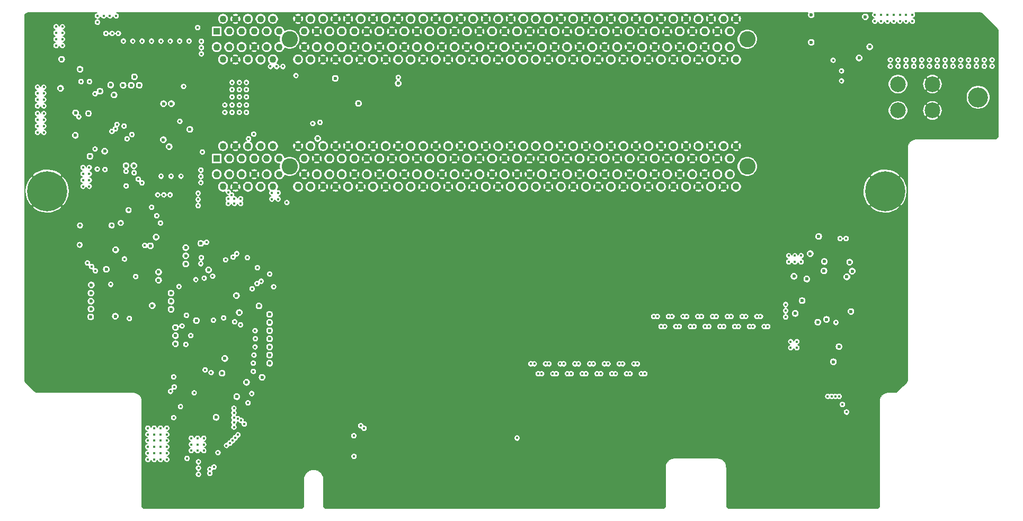
<source format=gbr>
G04 #@! TF.GenerationSoftware,KiCad,Pcbnew,(5.1.6)-1*
G04 #@! TF.CreationDate,2021-11-02T14:31:17+01:00*
G04 #@! TF.ProjectId,Riser Tioga Pass 2OU 2xPCIe x16,52697365-7220-4546-996f-676120506173,rev?*
G04 #@! TF.SameCoordinates,PX328b740PY3211620*
G04 #@! TF.FileFunction,Copper,L5,Inr*
G04 #@! TF.FilePolarity,Positive*
%FSLAX46Y46*%
G04 Gerber Fmt 4.6, Leading zero omitted, Abs format (unit mm)*
G04 Created by KiCad (PCBNEW (5.1.6)-1) date 2021-11-02 14:31:17*
%MOMM*%
%LPD*%
G01*
G04 APERTURE LIST*
G04 #@! TA.AperFunction,ViaPad*
%ADD10C,6.400000*%
G04 #@! TD*
G04 #@! TA.AperFunction,ViaPad*
%ADD11C,2.500000*%
G04 #@! TD*
G04 #@! TA.AperFunction,WasherPad*
%ADD12C,3.200000*%
G04 #@! TD*
G04 #@! TA.AperFunction,WasherPad*
%ADD13C,2.600000*%
G04 #@! TD*
G04 #@! TA.AperFunction,ViaPad*
%ADD14R,1.100000X1.100000*%
G04 #@! TD*
G04 #@! TA.AperFunction,ViaPad*
%ADD15C,1.100000*%
G04 #@! TD*
G04 #@! TA.AperFunction,ViaPad*
%ADD16C,0.400000*%
G04 #@! TD*
G04 #@! TA.AperFunction,ViaPad*
%ADD17C,0.600000*%
G04 #@! TD*
G04 #@! TA.AperFunction,ViaPad*
%ADD18C,0.500000*%
G04 #@! TD*
G04 #@! TA.AperFunction,Conductor*
%ADD19C,0.127000*%
G04 #@! TD*
G04 APERTURE END LIST*
D10*
X999903Y-26410000D03*
X134900000Y-26410000D03*
D11*
X142471000Y-9319000D03*
X142471000Y-13519000D03*
X136971000Y-9319000D03*
X136971000Y-13519000D03*
D12*
X149771000Y-11419000D03*
D13*
X39740000Y-2141000D03*
X112890000Y-2141000D03*
D14*
X28090000Y-891000D03*
D15*
X29090000Y1109000D03*
X30090000Y-891000D03*
X31090000Y1109000D03*
X32090000Y-891000D03*
X33090000Y1109000D03*
X34090000Y-891000D03*
X35090000Y1109000D03*
X36090000Y-891000D03*
X37090000Y1109000D03*
X38090000Y-891000D03*
X41090000Y1109000D03*
X42090000Y-891000D03*
X43090000Y1109000D03*
X44090000Y-891000D03*
X45090000Y1109000D03*
X46090000Y-891000D03*
X47090000Y1109000D03*
X48090000Y-891000D03*
X49090000Y1109000D03*
X50090000Y-891000D03*
X51090000Y1109000D03*
X52090000Y-891000D03*
X53090000Y1109000D03*
X54090000Y-891000D03*
X55090000Y1109000D03*
X56090000Y-891000D03*
X57090000Y1109000D03*
X58090000Y-891000D03*
X59090000Y1109000D03*
X60090000Y-891000D03*
X61090000Y1109000D03*
X62090000Y-891000D03*
X63090000Y1109000D03*
X64090000Y-891000D03*
X65090000Y1109000D03*
X66090000Y-891000D03*
X67090000Y1109000D03*
X68090000Y-891000D03*
X69090000Y1109000D03*
X70090000Y-891000D03*
X71090000Y1109000D03*
X72090000Y-891000D03*
X73090000Y1109000D03*
X74090000Y-891000D03*
X75090000Y1109000D03*
X76090000Y-891000D03*
X77090000Y1109000D03*
X78090000Y-891000D03*
X79090000Y1109000D03*
X80090000Y-891000D03*
X81090000Y1109000D03*
X82090000Y-891000D03*
X83090000Y1109000D03*
X84090000Y-891000D03*
X85090000Y1109000D03*
X86090000Y-891000D03*
X87090000Y1109000D03*
X88090000Y-891000D03*
X89090000Y1109000D03*
X90090000Y-891000D03*
X91090000Y1109000D03*
X92090000Y-891000D03*
X93090000Y1109000D03*
X94090000Y-891000D03*
X95090000Y1109000D03*
X96090000Y-891000D03*
X97090000Y1109000D03*
X98090000Y-891000D03*
X99090000Y1109000D03*
X100090000Y-891000D03*
X101090000Y1109000D03*
X102090000Y-891000D03*
X103090000Y1109000D03*
X104090000Y-891000D03*
X105090000Y1109000D03*
X106090000Y-891000D03*
X107090000Y1109000D03*
X108090000Y-891000D03*
X109090000Y1109000D03*
X110090000Y-891000D03*
X28090000Y-3391000D03*
X29090000Y-5391000D03*
X30090000Y-3391000D03*
X31090000Y-5391000D03*
X32090000Y-3391000D03*
X33090000Y-5391000D03*
X34090000Y-3391000D03*
X35090000Y-5391000D03*
X36090000Y-3391000D03*
X37090000Y-5391000D03*
X38090000Y-3391000D03*
X41090000Y-5391000D03*
X42090000Y-3391000D03*
X43090000Y-5391000D03*
X44090000Y-3391000D03*
X45090000Y-5391000D03*
X46090000Y-3391000D03*
X47090000Y-5391000D03*
X48090000Y-3391000D03*
X49090000Y-5391000D03*
X50090000Y-3391000D03*
X51090000Y-5391000D03*
X52090000Y-3391000D03*
X53090000Y-5391000D03*
X54090000Y-3391000D03*
X55090000Y-5391000D03*
X56090000Y-3391000D03*
X57090000Y-5391000D03*
X58090000Y-3391000D03*
X59090000Y-5391000D03*
X60090000Y-3391000D03*
X62090000Y-3391000D03*
X63090000Y-5391000D03*
X64090000Y-3391000D03*
X65090000Y-5391000D03*
X66090000Y-3391000D03*
X67090000Y-5391000D03*
X68090000Y-3391000D03*
X69090000Y-5391000D03*
X70090000Y-3391000D03*
X71090000Y-5391000D03*
X72090000Y-3391000D03*
X73090000Y-5391000D03*
X74090000Y-3391000D03*
X75090000Y-5391000D03*
X76090000Y-3391000D03*
X77090000Y-5391000D03*
X78090000Y-3391000D03*
X79090000Y-5391000D03*
X80090000Y-3391000D03*
X81090000Y-5391000D03*
X82090000Y-3391000D03*
X83090000Y-5391000D03*
X84090000Y-3391000D03*
X85090000Y-5391000D03*
X86090000Y-3391000D03*
X87090000Y-5391000D03*
X88090000Y-3391000D03*
X89090000Y-5391000D03*
X90090000Y-3391000D03*
X91090000Y-5391000D03*
X92090000Y-3391000D03*
X93090000Y-5391000D03*
X94090000Y-3391000D03*
X95090000Y-5391000D03*
X96090000Y-3391000D03*
X97090000Y-5391000D03*
X98090000Y-3391000D03*
X99090000Y-5391000D03*
X100090000Y-3391000D03*
X101090000Y-5391000D03*
X102090000Y-3391000D03*
X103090000Y-5391000D03*
X104090000Y-3391000D03*
X105090000Y-5391000D03*
X106090000Y-3391000D03*
X107090000Y-5391000D03*
X108090000Y-3391000D03*
X109090000Y-5391000D03*
X110090000Y-3391000D03*
X61090000Y-5391000D03*
X111090000Y1109000D03*
X111090000Y-5391000D03*
D13*
X39740000Y-22461000D03*
X112890000Y-22461000D03*
D14*
X28090000Y-21211000D03*
D15*
X29090000Y-19211000D03*
X30090000Y-21211000D03*
X31090000Y-19211000D03*
X32090000Y-21211000D03*
X33090000Y-19211000D03*
X34090000Y-21211000D03*
X35090000Y-19211000D03*
X36090000Y-21211000D03*
X37090000Y-19211000D03*
X38090000Y-21211000D03*
X41090000Y-19211000D03*
X42090000Y-21211000D03*
X43090000Y-19211000D03*
X44090000Y-21211000D03*
X45090000Y-19211000D03*
X46090000Y-21211000D03*
X47090000Y-19211000D03*
X48090000Y-21211000D03*
X49090000Y-19211000D03*
X50090000Y-21211000D03*
X51090000Y-19211000D03*
X52090000Y-21211000D03*
X53090000Y-19211000D03*
X54090000Y-21211000D03*
X55090000Y-19211000D03*
X56090000Y-21211000D03*
X57090000Y-19211000D03*
X58090000Y-21211000D03*
X59090000Y-19211000D03*
X60090000Y-21211000D03*
X61090000Y-19211000D03*
X62090000Y-21211000D03*
X63090000Y-19211000D03*
X64090000Y-21211000D03*
X65090000Y-19211000D03*
X66090000Y-21211000D03*
X67090000Y-19211000D03*
X68090000Y-21211000D03*
X69090000Y-19211000D03*
X70090000Y-21211000D03*
X71090000Y-19211000D03*
X72090000Y-21211000D03*
X73090000Y-19211000D03*
X74090000Y-21211000D03*
X75090000Y-19211000D03*
X76090000Y-21211000D03*
X77090000Y-19211000D03*
X78090000Y-21211000D03*
X79090000Y-19211000D03*
X80090000Y-21211000D03*
X81090000Y-19211000D03*
X82090000Y-21211000D03*
X83090000Y-19211000D03*
X84090000Y-21211000D03*
X85090000Y-19211000D03*
X86090000Y-21211000D03*
X87090000Y-19211000D03*
X88090000Y-21211000D03*
X89090000Y-19211000D03*
X90090000Y-21211000D03*
X91090000Y-19211000D03*
X92090000Y-21211000D03*
X93090000Y-19211000D03*
X94090000Y-21211000D03*
X95090000Y-19211000D03*
X96090000Y-21211000D03*
X97090000Y-19211000D03*
X98090000Y-21211000D03*
X99090000Y-19211000D03*
X100090000Y-21211000D03*
X101090000Y-19211000D03*
X102090000Y-21211000D03*
X103090000Y-19211000D03*
X104090000Y-21211000D03*
X105090000Y-19211000D03*
X106090000Y-21211000D03*
X107090000Y-19211000D03*
X108090000Y-21211000D03*
X109090000Y-19211000D03*
X110090000Y-21211000D03*
X28090000Y-23711000D03*
X29090000Y-25711000D03*
X30090000Y-23711000D03*
X31090000Y-25711000D03*
X32090000Y-23711000D03*
X33090000Y-25711000D03*
X34090000Y-23711000D03*
X35090000Y-25711000D03*
X36090000Y-23711000D03*
X37090000Y-25711000D03*
X38090000Y-23711000D03*
X41090000Y-25711000D03*
X42090000Y-23711000D03*
X43090000Y-25711000D03*
X44090000Y-23711000D03*
X45090000Y-25711000D03*
X46090000Y-23711000D03*
X47090000Y-25711000D03*
X48090000Y-23711000D03*
X49090000Y-25711000D03*
X50090000Y-23711000D03*
X51090000Y-25711000D03*
X52090000Y-23711000D03*
X53090000Y-25711000D03*
X54090000Y-23711000D03*
X55090000Y-25711000D03*
X56090000Y-23711000D03*
X57090000Y-25711000D03*
X58090000Y-23711000D03*
X59090000Y-25711000D03*
X60090000Y-23711000D03*
X62090000Y-23711000D03*
X63090000Y-25711000D03*
X64090000Y-23711000D03*
X65090000Y-25711000D03*
X66090000Y-23711000D03*
X67090000Y-25711000D03*
X68090000Y-23711000D03*
X69090000Y-25711000D03*
X70090000Y-23711000D03*
X71090000Y-25711000D03*
X72090000Y-23711000D03*
X73090000Y-25711000D03*
X74090000Y-23711000D03*
X75090000Y-25711000D03*
X76090000Y-23711000D03*
X77090000Y-25711000D03*
X78090000Y-23711000D03*
X79090000Y-25711000D03*
X80090000Y-23711000D03*
X81090000Y-25711000D03*
X82090000Y-23711000D03*
X83090000Y-25711000D03*
X84090000Y-23711000D03*
X85090000Y-25711000D03*
X86090000Y-23711000D03*
X87090000Y-25711000D03*
X88090000Y-23711000D03*
X89090000Y-25711000D03*
X90090000Y-23711000D03*
X91090000Y-25711000D03*
X92090000Y-23711000D03*
X93090000Y-25711000D03*
X94090000Y-23711000D03*
X95090000Y-25711000D03*
X96090000Y-23711000D03*
X97090000Y-25711000D03*
X98090000Y-23711000D03*
X99090000Y-25711000D03*
X100090000Y-23711000D03*
X101090000Y-25711000D03*
X102090000Y-23711000D03*
X103090000Y-25711000D03*
X104090000Y-23711000D03*
X105090000Y-25711000D03*
X106090000Y-23711000D03*
X107090000Y-25711000D03*
X108090000Y-23711000D03*
X109090000Y-25711000D03*
X110090000Y-23711000D03*
X61090000Y-25711000D03*
X111090000Y-19211000D03*
X111090000Y-25711000D03*
D16*
X29150000Y-49200000D03*
X14650000Y1800000D03*
X79152800Y-54800000D03*
X77975000Y-54800000D03*
D17*
X21600000Y-71850000D03*
X29600000Y-72150000D03*
X120350000Y-38925000D03*
X132200000Y-40475000D03*
X132300000Y-41725000D03*
X125175000Y-53250000D03*
X128900000Y-53025000D03*
X129450000Y-49375000D03*
D16*
X80330600Y-54800000D03*
X81508400Y-54800000D03*
X82686200Y-54800000D03*
X83864000Y-54800000D03*
X85041800Y-54800000D03*
X86219600Y-54800000D03*
X87397400Y-54800000D03*
X88575200Y-54800000D03*
X89753000Y-54800000D03*
X90930800Y-54800000D03*
X92108600Y-54800000D03*
X93286400Y-54800000D03*
X94464200Y-54800000D03*
X95642000Y-54800000D03*
X96819800Y-54800000D03*
D17*
X84395000Y-72950000D03*
X86795000Y-72950000D03*
X89195000Y-72950000D03*
X91595000Y-72950000D03*
X93995000Y-72950000D03*
X96395000Y-72950000D03*
X98795000Y-72950000D03*
X81995000Y-72950000D03*
X79595000Y-72950000D03*
X77195000Y-72950000D03*
X74795000Y-72950000D03*
X72395000Y-72950000D03*
X69995000Y-72950000D03*
X67595000Y-72950000D03*
X65195000Y-72950000D03*
X62795000Y-72950000D03*
X60395000Y-72950000D03*
X57995000Y-72950000D03*
X55595000Y-72950000D03*
X53195000Y-72950000D03*
X50795000Y-72950000D03*
X48395000Y-72950000D03*
X45995000Y-72950000D03*
X27500000Y-69400000D03*
X18800000Y-38050000D03*
X11200000Y-37650000D03*
X11900000Y-49050000D03*
D18*
X14050000Y-30550000D03*
D17*
X101850000Y-68050000D03*
X26750000Y-53600000D03*
X28950000Y-56750000D03*
X31600000Y-56950000D03*
X34850000Y-43500000D03*
X28550000Y-43700000D03*
X21100000Y-33750000D03*
X10300000Y-35700000D03*
X19050000Y-20150000D03*
X14150000Y-6300000D03*
D16*
X16950000Y-7375000D03*
X29500000Y-32150000D03*
X25575000Y-30850000D03*
D17*
X30200000Y-47250000D03*
X18800000Y-53250000D03*
X18800000Y-35450000D03*
X2500000Y-8000000D03*
X17350000Y-13100000D03*
X10600000Y-12650000D03*
X31800000Y-37000000D03*
X26800000Y-37750000D03*
X35800000Y-9850000D03*
X132450000Y-39200000D03*
X131800000Y-36750000D03*
X129200000Y500000D03*
X124500000Y1750000D03*
X124500000Y-2650000D03*
X147100000Y-400000D03*
X144700000Y-400000D03*
X149550000Y-400000D03*
X142350000Y-400000D03*
X50850000Y-13450000D03*
X53000000Y-16100000D03*
X53000000Y-16950000D03*
X48350000Y-12400000D03*
X9300000Y-36500000D03*
X19000000Y-36750000D03*
X12350000Y-22300000D03*
X16100000Y-22300000D03*
X27350000Y-45800000D03*
D16*
X29950000Y-49200000D03*
X30750000Y-49200000D03*
X29150000Y-50000000D03*
X29950000Y-50000000D03*
X30750000Y-50000000D03*
X29150000Y-50800000D03*
X29950000Y-50800000D03*
X30750000Y-50800000D03*
X30950000Y-40700000D03*
X32550000Y-39900000D03*
X31750000Y-39900000D03*
X32550000Y-40700000D03*
X30950000Y-39900000D03*
X31750000Y-39100000D03*
X31750000Y-40700000D03*
X30950000Y-39100000D03*
X32550000Y-39100000D03*
D17*
X24900000Y-48300000D03*
X28150000Y-57100000D03*
X24650000Y-60000000D03*
X23150000Y-56450000D03*
X27300000Y-61350000D03*
X55100000Y-9900000D03*
X126300000Y-51300000D03*
X122250000Y-48050000D03*
X120550000Y-48550000D03*
X120550000Y-45150000D03*
X121800000Y-41650000D03*
X122300000Y-38850000D03*
D16*
X107047400Y-47250000D03*
X112936400Y-47250000D03*
X98802800Y-47250000D03*
X97625000Y-47250000D03*
X99980600Y-47250000D03*
X102336200Y-47250000D03*
X103514000Y-47250000D03*
X104691800Y-47250000D03*
X105869600Y-47250000D03*
X108225200Y-47250000D03*
X114114200Y-47250000D03*
X115292000Y-47250000D03*
X110580800Y-47250000D03*
X116469800Y-47250000D03*
X109403000Y-47250000D03*
X111758600Y-47250000D03*
X101158400Y-47250000D03*
D17*
X110595000Y-72950000D03*
X112995000Y-72950000D03*
X115395000Y-72950000D03*
X117795000Y-72950000D03*
X120195000Y-72950000D03*
X122595000Y-72950000D03*
X124995000Y-72950000D03*
X127395000Y-72950000D03*
X129795000Y-72950000D03*
X132195000Y-72950000D03*
X31595000Y-72950000D03*
X33995000Y-72950000D03*
X36395000Y-72950000D03*
X38795000Y-72950000D03*
X41195000Y-72950000D03*
X126700000Y-44325000D03*
X124400000Y-43175000D03*
X125550000Y-44325000D03*
X124400000Y-44325000D03*
X125550000Y-43175000D03*
X126700000Y-43175000D03*
X124400000Y-42025000D03*
X125550000Y-42025000D03*
X126700000Y-42025000D03*
D16*
X15800000Y1800000D03*
X16950000Y1800000D03*
X18100000Y1800000D03*
X19250000Y1800000D03*
X20400000Y1800000D03*
X21550000Y1800000D03*
D17*
X132850000Y-43650000D03*
X136175000Y-42675000D03*
X136450000Y-47250000D03*
X122350000Y-37650000D03*
D16*
X127200000Y-33550000D03*
X129150000Y-33550000D03*
X25525000Y-9200000D03*
X25525000Y-10350000D03*
X25525000Y-11500000D03*
X25525000Y-12650000D03*
X25525000Y-13800000D03*
X24225000Y-14325000D03*
X24225000Y-15775000D03*
X24225000Y-12025000D03*
X24225000Y-13175000D03*
X19850000Y-20150000D03*
X20850000Y-20150000D03*
X21850000Y-20150000D03*
X37725000Y-11075000D03*
X38725000Y-11075000D03*
X37725000Y-12075000D03*
X38725000Y-12075000D03*
X37725000Y-13075000D03*
X38725000Y-13075000D03*
X40825000Y-12975000D03*
X40825000Y-13975000D03*
X40825000Y-14975000D03*
X17950000Y-7375000D03*
X16950000Y-8375000D03*
X17950000Y-8375000D03*
X16950000Y-9375000D03*
X17950000Y-9375000D03*
X16950000Y-10375000D03*
X17950000Y-10375000D03*
X30500000Y-32150000D03*
X31500000Y-32150000D03*
X32500000Y-32150000D03*
X33500000Y-32150000D03*
X34500000Y-32150000D03*
X35500000Y-32150000D03*
X36500000Y-32150000D03*
X24600000Y-30850000D03*
X25575000Y-31650000D03*
X24650000Y-33175000D03*
X25350000Y-33750000D03*
D17*
X131850000Y-5150000D03*
D18*
X11850000Y-31300000D03*
D17*
X4550000Y-5350000D03*
X7150000Y-5050000D03*
X10300000Y-10200000D03*
X44225000Y-18000000D03*
X131750000Y1425000D03*
D16*
X17100000Y-64275000D03*
X18100000Y-64275000D03*
X19100000Y-64275000D03*
X20100000Y-64275000D03*
X17100000Y-65275000D03*
X18100000Y-65275000D03*
X19100000Y-65275000D03*
X20100000Y-65275000D03*
X17100000Y-66275000D03*
X18100000Y-66275000D03*
X19100000Y-66275000D03*
X20100000Y-66275000D03*
X17100000Y-67275000D03*
X18100000Y-67275000D03*
X19100000Y-67275000D03*
X20100000Y-67275000D03*
X17100000Y-68275000D03*
X18100000Y-68275000D03*
X19100000Y-68275000D03*
X20100000Y-68275000D03*
X17100000Y-69275000D03*
X18100000Y-69275000D03*
X19100000Y-69275000D03*
X20100000Y-69275000D03*
X-550000Y-11800000D03*
X450000Y-10800000D03*
X-550000Y-15025000D03*
X-550000Y-10800000D03*
X-550000Y-17025000D03*
X-550000Y-16025000D03*
X450000Y-14025000D03*
X-550000Y-12800000D03*
X-550000Y-14025000D03*
X450000Y-9800000D03*
X450000Y-12800000D03*
X450000Y-16025000D03*
X450000Y-11800000D03*
X-550000Y-9800000D03*
X450000Y-17025000D03*
X450000Y-15025000D03*
X133275000Y1750000D03*
X134275000Y1750000D03*
X135275000Y1750000D03*
X136275000Y1750000D03*
X137275000Y1750000D03*
X138275000Y1750000D03*
X139275000Y1750000D03*
X133275000Y750000D03*
X134275000Y750000D03*
X135275000Y750000D03*
X136275000Y750000D03*
X137275000Y750000D03*
X138275000Y750000D03*
X139275000Y750000D03*
X6725000Y-24650000D03*
X6725000Y-23650000D03*
X6725000Y-22650000D03*
X7725000Y-25650000D03*
X7725000Y-22650000D03*
X7725000Y-24650000D03*
X6725000Y-25650000D03*
X7725000Y-23650000D03*
X2425000Y-2150000D03*
X2425000Y-1150000D03*
X3425000Y-1150000D03*
X2425000Y-3150000D03*
X3425000Y-2150000D03*
X2425000Y-150000D03*
X3425000Y-150000D03*
X3425000Y-3150000D03*
D18*
X6200000Y-35000000D03*
D17*
X132450000Y-3350000D03*
D18*
X11300000Y-31900000D03*
X6250000Y-31900000D03*
D17*
X6250000Y-6950000D03*
X11150000Y-9450000D03*
X17800000Y-44700000D03*
X31300000Y-59250000D03*
X23150000Y-38050000D03*
X17500000Y-35150000D03*
X10450000Y-38900000D03*
X11900000Y-46400000D03*
X20800000Y-44000000D03*
X7950000Y-46500000D03*
X8000000Y-45250000D03*
X8000000Y-44000000D03*
D18*
X14000000Y-29450000D03*
D17*
X29400000Y-53150000D03*
X28950000Y-55500000D03*
X32850000Y-56950000D03*
X31250000Y-43100000D03*
X34850000Y-44750000D03*
X18400000Y-33750000D03*
X11950000Y-35800000D03*
X10200000Y-20050000D03*
X19571141Y-18214933D03*
X20500000Y-19300000D03*
X14850000Y-22350000D03*
X13600000Y-22350000D03*
X19600000Y-12450000D03*
X20850000Y-12450000D03*
X3300000Y-5350000D03*
X23800000Y-16550000D03*
D16*
X27650000Y-70500000D03*
X27000000Y-70850000D03*
X27000000Y-71500000D03*
D17*
X26800000Y-39000000D03*
X20800000Y-42700000D03*
X21500000Y-49500000D03*
X23150000Y-35450000D03*
X23150000Y-36750000D03*
X18800000Y-39350000D03*
X18800000Y-40650000D03*
X20800000Y-45300000D03*
X21500000Y-48200000D03*
X21500000Y-50800000D03*
X14950000Y-8150000D03*
X7850000Y-20850000D03*
X3150000Y-10000000D03*
X11700000Y-11050000D03*
X31700000Y-45800000D03*
X36550000Y-53900000D03*
X36550000Y-52600000D03*
X36550000Y-51300000D03*
X36550000Y-50000000D03*
X36550000Y-48700000D03*
X36550000Y-47400000D03*
X36550000Y-46100000D03*
X7600000Y-14000000D03*
X5550000Y-13900000D03*
X5500000Y-17500000D03*
X123100000Y1750000D03*
X123100000Y-2650000D03*
X35350000Y-56150000D03*
X47050000Y-8400000D03*
D16*
X14150000Y-46750000D03*
D17*
X8000000Y-42700000D03*
X8050000Y-41400000D03*
X25550000Y-34750000D03*
X24850000Y-47100000D03*
X57100000Y-9200000D03*
X124300000Y-33650000D03*
X15725000Y-9500000D03*
X14425000Y-9500000D03*
X13125000Y-9500000D03*
D16*
X36675000Y-6500000D03*
X37675000Y-6500000D03*
X38675000Y-6500000D03*
X36900000Y-26675000D03*
X37900000Y-26675000D03*
X36900000Y-27675000D03*
X37900000Y-27675000D03*
D17*
X130750000Y-5150000D03*
D18*
X12750000Y-31500000D03*
D17*
X9450000Y-10450000D03*
D16*
X119500000Y-36725000D03*
D17*
X127550000Y-51250000D03*
X126650000Y-53675000D03*
X120350000Y-40025000D03*
X124150000Y-47350000D03*
X128800000Y-40100000D03*
X129650000Y-39200000D03*
X129250000Y-37750000D03*
X125150000Y-39150000D03*
X125200000Y-37650000D03*
X125549999Y-46900001D03*
X121650000Y-43900000D03*
X129450000Y-45650000D03*
X120550000Y-45950000D03*
X122400000Y-40450000D03*
X122950000Y-36400000D03*
D16*
X120500000Y-36725000D03*
X121500000Y-36725000D03*
X119500000Y-37725000D03*
X120500000Y-37725000D03*
X121500000Y-37725000D03*
X119025000Y-46525000D03*
X119025000Y-45525000D03*
X119025000Y-44525000D03*
X120825000Y-50450000D03*
X120825000Y-51450000D03*
X119825000Y-50450000D03*
X119825000Y-51450000D03*
X30850000Y-61100000D03*
D17*
X50750000Y-12400000D03*
D16*
X30850000Y-61850000D03*
X30850000Y-62600000D03*
X30850000Y-63350000D03*
X30850000Y-64100000D03*
D17*
X28000000Y-62550000D03*
D16*
X30550000Y-9050000D03*
X31700000Y-9050000D03*
X32850000Y-9050000D03*
X30550000Y-10200000D03*
X31700000Y-10200000D03*
X32850000Y-10200000D03*
X30550000Y-11350000D03*
X31700000Y-11350000D03*
X32850000Y-11350000D03*
X29400000Y-12675000D03*
X30550000Y-12675000D03*
X31700000Y-12675000D03*
X32850000Y-12675000D03*
X29400000Y-13825000D03*
X30550000Y-13825000D03*
X31700000Y-13825000D03*
X32850000Y-13825000D03*
X29925000Y-27625000D03*
X30925000Y-27625000D03*
X31925000Y-27625000D03*
X29925000Y-28375000D03*
X30925000Y-28375000D03*
X31925000Y-28375000D03*
X135750000Y-5450000D03*
X137000000Y-5450000D03*
X138250000Y-5450000D03*
X139500000Y-5450000D03*
X140750000Y-5450000D03*
X142000000Y-5450000D03*
X143250000Y-5450000D03*
X144500000Y-5450000D03*
X145750000Y-5450000D03*
X147000000Y-5450000D03*
X148250000Y-5450000D03*
X149500000Y-5450000D03*
X150750000Y-5450000D03*
X152000000Y-5450000D03*
X135750000Y-6450000D03*
X137000000Y-6450000D03*
X138250000Y-6450000D03*
X139500000Y-6450000D03*
X140750000Y-6450000D03*
X142000000Y-6450000D03*
X143250000Y-6450000D03*
X144500000Y-6450000D03*
X145750000Y-6450000D03*
X147000000Y-6450000D03*
X148250000Y-6450000D03*
X149500000Y-6450000D03*
X150750000Y-6450000D03*
X152000000Y-6450000D03*
X22550000Y-47950000D03*
X24500000Y-58650000D03*
X30700000Y-36950000D03*
X29200000Y-46650000D03*
X27200000Y-55400000D03*
X27550000Y-47050000D03*
X29500000Y-37400000D03*
X22300000Y-60850000D03*
X26250000Y-54950000D03*
X24025000Y-65875000D03*
X25025000Y-65875000D03*
X26025000Y-65875000D03*
X24025000Y-66875000D03*
X25025000Y-66875000D03*
X26025000Y-66875000D03*
X24025000Y-67875000D03*
X25025000Y-67875000D03*
X26025000Y-67875000D03*
X25175000Y-71650000D03*
X25175000Y-70650000D03*
X25175000Y-69650000D03*
X23950000Y-49500000D03*
X30200000Y-66650000D03*
X128100000Y-60500000D03*
X23150000Y-50900000D03*
X29650000Y-67050000D03*
X128750000Y-61700000D03*
X17700000Y-29000000D03*
X11350000Y-16850000D03*
X27450000Y-40000000D03*
X31500000Y-65350000D03*
X126350000Y-59200000D03*
X127950000Y-8800000D03*
X11900000Y-16450000D03*
X18500000Y-30350000D03*
X26100000Y-40300000D03*
X31050000Y-65800000D03*
X126950000Y-59200000D03*
X127950000Y-7200000D03*
X7450000Y-37900000D03*
X9000000Y-22900000D03*
X8100000Y-38450000D03*
X10250000Y-22950000D03*
X21200000Y-62600000D03*
X21200000Y-56100000D03*
X23250000Y-46250000D03*
X11150000Y-41300000D03*
X8650000Y-19700000D03*
X14525000Y-17375000D03*
X16600000Y-35100000D03*
X22050000Y-41650000D03*
X15150000Y-40050000D03*
X13350000Y-37250000D03*
X13750000Y-18050000D03*
X12150000Y-15750000D03*
X19100000Y-31500000D03*
X24750000Y-40550000D03*
X30650000Y-66250000D03*
X127550000Y-59200000D03*
X126600000Y-5500000D03*
X127050000Y-47400000D03*
X57100000Y-8250000D03*
X39300000Y-28250000D03*
X33950000Y-55200000D03*
X33750000Y-42000000D03*
X29975000Y-26575000D03*
X44600000Y-15425000D03*
X33950000Y-53900000D03*
X34550000Y-41200000D03*
X33700000Y-58750000D03*
X51100000Y-63900000D03*
X34050000Y-52600000D03*
X35200000Y-40800000D03*
X33100000Y-60250000D03*
X51650000Y-64300000D03*
X34225000Y-51300000D03*
X37200000Y-41700000D03*
X31450000Y-62750000D03*
X76100000Y-65850000D03*
X25800000Y-20150000D03*
X33200000Y-18050000D03*
X25550000Y-38000000D03*
X34000000Y-17300000D03*
X25650000Y-37050000D03*
X22200000Y-15250000D03*
X34275000Y-50000000D03*
X36550000Y-39650000D03*
X43450000Y-15625000D03*
X30475000Y-27025000D03*
X34225000Y-48700000D03*
X34600000Y-38650000D03*
X32000000Y-63050000D03*
X50000000Y-65500000D03*
X33000000Y-37050000D03*
X31900000Y-47750000D03*
X40750000Y-7950000D03*
X31300000Y-36400000D03*
X30950000Y-47300000D03*
X32500000Y-63600000D03*
X125750000Y-59200000D03*
X25050000Y-300000D03*
X22800000Y-9700000D03*
X26450000Y-34600000D03*
X8700000Y-39150000D03*
X13300000Y-16000000D03*
X6400000Y-8900000D03*
X7750000Y-8900000D03*
X8650000Y-10850000D03*
X6050000Y-14550000D03*
X127711100Y-34000000D03*
X128688900Y-34000000D03*
X23350000Y-69100000D03*
X50050000Y-68800000D03*
X28300000Y-68200000D03*
X78275000Y-54000000D03*
X78852800Y-54000000D03*
X80630600Y-54000000D03*
X81208400Y-54000000D03*
X82986200Y-54000000D03*
X83564000Y-54000000D03*
X85341800Y-54000000D03*
X85919600Y-54000000D03*
X87697400Y-54000000D03*
X88275200Y-54000000D03*
X90053000Y-54000000D03*
X90630800Y-54000000D03*
X92408600Y-54000000D03*
X92986400Y-54000000D03*
X94764200Y-54000000D03*
X95342000Y-54000000D03*
X97925000Y-46450000D03*
X98502800Y-46450000D03*
X100280600Y-46450000D03*
X100858400Y-46450000D03*
X102636200Y-46450000D03*
X103214000Y-46450000D03*
X104991800Y-46450000D03*
X105569600Y-46450000D03*
X107347400Y-46450000D03*
X107925200Y-46450000D03*
X109703000Y-46450000D03*
X110280800Y-46450000D03*
X112058600Y-46450000D03*
X112636400Y-46450000D03*
X114414200Y-46450000D03*
X114992000Y-46450000D03*
X79452800Y-55600000D03*
X80030600Y-55600000D03*
X81808400Y-55600000D03*
X82386200Y-55600000D03*
X84164000Y-55600000D03*
X84741800Y-55600000D03*
X86519600Y-55600000D03*
X87097400Y-55600000D03*
X88875200Y-55600000D03*
X89453000Y-55600000D03*
X91230800Y-55600000D03*
X91808600Y-55600000D03*
X93586400Y-55600000D03*
X94164200Y-55600000D03*
X95942000Y-55600000D03*
X96519800Y-55600000D03*
X99102800Y-48050000D03*
X99680600Y-48050000D03*
X101458400Y-48050000D03*
X102036200Y-48050000D03*
X103814000Y-48050000D03*
X104391800Y-48050000D03*
X106169600Y-48050000D03*
X106747400Y-48050000D03*
X108525200Y-48050000D03*
X109103000Y-48050000D03*
X110880800Y-48050000D03*
X111458600Y-48050000D03*
X113236400Y-48050000D03*
X113814200Y-48050000D03*
X115592000Y-48050000D03*
X116169800Y-48050000D03*
X21300000Y-57700000D03*
X20700000Y-58400000D03*
X16150000Y-25100000D03*
X15550000Y-24500000D03*
X19200000Y-24025000D03*
X20800000Y-24025000D03*
X22375000Y-24025000D03*
X13625000Y-25575000D03*
X13600000Y-23250000D03*
X25575000Y-25050000D03*
X25575000Y-24050000D03*
X25575000Y-23050000D03*
X14900000Y-23475000D03*
X18650000Y-27000000D03*
X19650000Y-27000000D03*
X20650000Y-27000000D03*
X25125000Y-28750000D03*
X25125000Y-27750000D03*
X25125000Y-26750000D03*
X9025000Y1575000D03*
X10025000Y1575000D03*
X11025000Y1575000D03*
X12025000Y1575000D03*
X9025000Y575000D03*
X25650000Y-4475000D03*
X25650000Y-3475000D03*
X25650000Y-2475000D03*
X10375000Y-1225000D03*
X11375000Y-1225000D03*
X12375000Y-1225000D03*
X13175000Y-2450000D03*
X14675000Y-2450000D03*
X16175000Y-2450000D03*
X17675000Y-2450000D03*
X19175000Y-2450000D03*
X20675000Y-2450000D03*
X22175000Y-2450000D03*
X23675000Y-2450000D03*
D19*
G36*
X8874051Y2072613D02*
G01*
X8779872Y2033603D01*
X8695113Y1976969D01*
X8623031Y1904887D01*
X8566397Y1820128D01*
X8527387Y1725949D01*
X8507500Y1625969D01*
X8507500Y1524031D01*
X8527387Y1424051D01*
X8566397Y1329872D01*
X8623031Y1245113D01*
X8695113Y1173031D01*
X8779872Y1116397D01*
X8874051Y1077387D01*
X8886051Y1075000D01*
X8874051Y1072613D01*
X8779872Y1033603D01*
X8695113Y976969D01*
X8623031Y904887D01*
X8566397Y820128D01*
X8527387Y725949D01*
X8507500Y625969D01*
X8507500Y524031D01*
X8527387Y424051D01*
X8566397Y329872D01*
X8623031Y245113D01*
X8695113Y173031D01*
X8779872Y116397D01*
X8874051Y77387D01*
X8974031Y57500D01*
X9075969Y57500D01*
X9175949Y77387D01*
X9270128Y116397D01*
X9354887Y173031D01*
X9426969Y245113D01*
X9483603Y329872D01*
X9522613Y424051D01*
X9542500Y524031D01*
X9542500Y625969D01*
X9522613Y725949D01*
X9483603Y820128D01*
X9426969Y904887D01*
X9354887Y976969D01*
X9270128Y1033603D01*
X9175949Y1072613D01*
X9163949Y1075000D01*
X9175949Y1077387D01*
X9270128Y1116397D01*
X9354887Y1173031D01*
X9426969Y1245113D01*
X9483603Y1329872D01*
X9522613Y1424051D01*
X9525000Y1436051D01*
X9527387Y1424051D01*
X9566397Y1329872D01*
X9623031Y1245113D01*
X9695113Y1173031D01*
X9779872Y1116397D01*
X9874051Y1077387D01*
X9974031Y1057500D01*
X10075969Y1057500D01*
X10175949Y1077387D01*
X10270128Y1116397D01*
X10354887Y1173031D01*
X10426969Y1245113D01*
X10483603Y1329872D01*
X10522613Y1424051D01*
X10525000Y1436051D01*
X10527387Y1424051D01*
X10566397Y1329872D01*
X10623031Y1245113D01*
X10695113Y1173031D01*
X10779872Y1116397D01*
X10874051Y1077387D01*
X10974031Y1057500D01*
X11075969Y1057500D01*
X11175949Y1077387D01*
X11270128Y1116397D01*
X11354887Y1173031D01*
X11426969Y1245113D01*
X11483603Y1329872D01*
X11522613Y1424051D01*
X11525000Y1436051D01*
X11527387Y1424051D01*
X11566397Y1329872D01*
X11623031Y1245113D01*
X11695113Y1173031D01*
X11779872Y1116397D01*
X11874051Y1077387D01*
X11974031Y1057500D01*
X12075969Y1057500D01*
X12175949Y1077387D01*
X12270128Y1116397D01*
X12354887Y1173031D01*
X12376297Y1194441D01*
X28222500Y1194441D01*
X28222500Y1023559D01*
X28255838Y855960D01*
X28321232Y698085D01*
X28416169Y556001D01*
X28537001Y435169D01*
X28679085Y340232D01*
X28836960Y274838D01*
X29004559Y241500D01*
X29175441Y241500D01*
X29343040Y274838D01*
X29500915Y340232D01*
X29642999Y435169D01*
X29713475Y505645D01*
X30576447Y505645D01*
X30630363Y368332D01*
X30783692Y292893D01*
X30948792Y248817D01*
X31119319Y237797D01*
X31288718Y260257D01*
X31450482Y315333D01*
X31549637Y368332D01*
X31603553Y505645D01*
X31090000Y1019197D01*
X30576447Y505645D01*
X29713475Y505645D01*
X29763831Y556001D01*
X29858768Y698085D01*
X29924162Y855960D01*
X29957500Y1023559D01*
X29957500Y1079681D01*
X30218797Y1079681D01*
X30241257Y910282D01*
X30296333Y748518D01*
X30349332Y649363D01*
X30486645Y595447D01*
X31000197Y1109000D01*
X31179803Y1109000D01*
X31693355Y595447D01*
X31830668Y649363D01*
X31906107Y802692D01*
X31950183Y967792D01*
X31961203Y1138319D01*
X31953762Y1194441D01*
X32222500Y1194441D01*
X32222500Y1023559D01*
X32255838Y855960D01*
X32321232Y698085D01*
X32416169Y556001D01*
X32537001Y435169D01*
X32679085Y340232D01*
X32836960Y274838D01*
X33004559Y241500D01*
X33175441Y241500D01*
X33343040Y274838D01*
X33500915Y340232D01*
X33642999Y435169D01*
X33763831Y556001D01*
X33858768Y698085D01*
X33924162Y855960D01*
X33957500Y1023559D01*
X33957500Y1194441D01*
X34222500Y1194441D01*
X34222500Y1023559D01*
X34255838Y855960D01*
X34321232Y698085D01*
X34416169Y556001D01*
X34537001Y435169D01*
X34679085Y340232D01*
X34836960Y274838D01*
X35004559Y241500D01*
X35175441Y241500D01*
X35343040Y274838D01*
X35500915Y340232D01*
X35642999Y435169D01*
X35763831Y556001D01*
X35858768Y698085D01*
X35924162Y855960D01*
X35957500Y1023559D01*
X35957500Y1194441D01*
X36222500Y1194441D01*
X36222500Y1023559D01*
X36255838Y855960D01*
X36321232Y698085D01*
X36416169Y556001D01*
X36537001Y435169D01*
X36679085Y340232D01*
X36836960Y274838D01*
X37004559Y241500D01*
X37175441Y241500D01*
X37343040Y274838D01*
X37500915Y340232D01*
X37642999Y435169D01*
X37713475Y505645D01*
X40576447Y505645D01*
X40630363Y368332D01*
X40783692Y292893D01*
X40948792Y248817D01*
X41119319Y237797D01*
X41288718Y260257D01*
X41450482Y315333D01*
X41549637Y368332D01*
X41603553Y505645D01*
X41090000Y1019197D01*
X40576447Y505645D01*
X37713475Y505645D01*
X37763831Y556001D01*
X37858768Y698085D01*
X37924162Y855960D01*
X37957500Y1023559D01*
X37957500Y1079681D01*
X40218797Y1079681D01*
X40241257Y910282D01*
X40296333Y748518D01*
X40349332Y649363D01*
X40486645Y595447D01*
X41000197Y1109000D01*
X41179803Y1109000D01*
X41693355Y595447D01*
X41830668Y649363D01*
X41906107Y802692D01*
X41950183Y967792D01*
X41961203Y1138319D01*
X41953762Y1194441D01*
X42222500Y1194441D01*
X42222500Y1023559D01*
X42255838Y855960D01*
X42321232Y698085D01*
X42416169Y556001D01*
X42537001Y435169D01*
X42679085Y340232D01*
X42836960Y274838D01*
X43004559Y241500D01*
X43175441Y241500D01*
X43343040Y274838D01*
X43500915Y340232D01*
X43642999Y435169D01*
X43763831Y556001D01*
X43858768Y698085D01*
X43924162Y855960D01*
X43957500Y1023559D01*
X43957500Y1194441D01*
X44222500Y1194441D01*
X44222500Y1023559D01*
X44255838Y855960D01*
X44321232Y698085D01*
X44416169Y556001D01*
X44537001Y435169D01*
X44679085Y340232D01*
X44836960Y274838D01*
X45004559Y241500D01*
X45175441Y241500D01*
X45343040Y274838D01*
X45500915Y340232D01*
X45642999Y435169D01*
X45713475Y505645D01*
X46576447Y505645D01*
X46630363Y368332D01*
X46783692Y292893D01*
X46948792Y248817D01*
X47119319Y237797D01*
X47288718Y260257D01*
X47450482Y315333D01*
X47549637Y368332D01*
X47603553Y505645D01*
X48576447Y505645D01*
X48630363Y368332D01*
X48783692Y292893D01*
X48948792Y248817D01*
X49119319Y237797D01*
X49288718Y260257D01*
X49450482Y315333D01*
X49549637Y368332D01*
X49603553Y505645D01*
X49090000Y1019197D01*
X48576447Y505645D01*
X47603553Y505645D01*
X47090000Y1019197D01*
X46576447Y505645D01*
X45713475Y505645D01*
X45763831Y556001D01*
X45858768Y698085D01*
X45924162Y855960D01*
X45957500Y1023559D01*
X45957500Y1079681D01*
X46218797Y1079681D01*
X46241257Y910282D01*
X46296333Y748518D01*
X46349332Y649363D01*
X46486645Y595447D01*
X47000197Y1109000D01*
X47179803Y1109000D01*
X47693355Y595447D01*
X47830668Y649363D01*
X47906107Y802692D01*
X47950183Y967792D01*
X47957413Y1079681D01*
X48218797Y1079681D01*
X48241257Y910282D01*
X48296333Y748518D01*
X48349332Y649363D01*
X48486645Y595447D01*
X49000197Y1109000D01*
X49179803Y1109000D01*
X49693355Y595447D01*
X49830668Y649363D01*
X49906107Y802692D01*
X49950183Y967792D01*
X49961203Y1138319D01*
X49953762Y1194441D01*
X50222500Y1194441D01*
X50222500Y1023559D01*
X50255838Y855960D01*
X50321232Y698085D01*
X50416169Y556001D01*
X50537001Y435169D01*
X50679085Y340232D01*
X50836960Y274838D01*
X51004559Y241500D01*
X51175441Y241500D01*
X51343040Y274838D01*
X51500915Y340232D01*
X51642999Y435169D01*
X51713475Y505645D01*
X52576447Y505645D01*
X52630363Y368332D01*
X52783692Y292893D01*
X52948792Y248817D01*
X53119319Y237797D01*
X53288718Y260257D01*
X53450482Y315333D01*
X53549637Y368332D01*
X53603553Y505645D01*
X53090000Y1019197D01*
X52576447Y505645D01*
X51713475Y505645D01*
X51763831Y556001D01*
X51858768Y698085D01*
X51924162Y855960D01*
X51957500Y1023559D01*
X51957500Y1079681D01*
X52218797Y1079681D01*
X52241257Y910282D01*
X52296333Y748518D01*
X52349332Y649363D01*
X52486645Y595447D01*
X53000197Y1109000D01*
X53179803Y1109000D01*
X53693355Y595447D01*
X53830668Y649363D01*
X53906107Y802692D01*
X53950183Y967792D01*
X53961203Y1138319D01*
X53953762Y1194441D01*
X54222500Y1194441D01*
X54222500Y1023559D01*
X54255838Y855960D01*
X54321232Y698085D01*
X54416169Y556001D01*
X54537001Y435169D01*
X54679085Y340232D01*
X54836960Y274838D01*
X55004559Y241500D01*
X55175441Y241500D01*
X55343040Y274838D01*
X55500915Y340232D01*
X55642999Y435169D01*
X55713475Y505645D01*
X56576447Y505645D01*
X56630363Y368332D01*
X56783692Y292893D01*
X56948792Y248817D01*
X57119319Y237797D01*
X57288718Y260257D01*
X57450482Y315333D01*
X57549637Y368332D01*
X57603553Y505645D01*
X57090000Y1019197D01*
X56576447Y505645D01*
X55713475Y505645D01*
X55763831Y556001D01*
X55858768Y698085D01*
X55924162Y855960D01*
X55957500Y1023559D01*
X55957500Y1079681D01*
X56218797Y1079681D01*
X56241257Y910282D01*
X56296333Y748518D01*
X56349332Y649363D01*
X56486645Y595447D01*
X57000197Y1109000D01*
X57179803Y1109000D01*
X57693355Y595447D01*
X57830668Y649363D01*
X57906107Y802692D01*
X57950183Y967792D01*
X57961203Y1138319D01*
X57953762Y1194441D01*
X58222500Y1194441D01*
X58222500Y1023559D01*
X58255838Y855960D01*
X58321232Y698085D01*
X58416169Y556001D01*
X58537001Y435169D01*
X58679085Y340232D01*
X58836960Y274838D01*
X59004559Y241500D01*
X59175441Y241500D01*
X59343040Y274838D01*
X59500915Y340232D01*
X59642999Y435169D01*
X59763831Y556001D01*
X59858768Y698085D01*
X59924162Y855960D01*
X59957500Y1023559D01*
X59957500Y1194441D01*
X60222500Y1194441D01*
X60222500Y1023559D01*
X60255838Y855960D01*
X60321232Y698085D01*
X60416169Y556001D01*
X60537001Y435169D01*
X60679085Y340232D01*
X60836960Y274838D01*
X61004559Y241500D01*
X61175441Y241500D01*
X61343040Y274838D01*
X61500915Y340232D01*
X61642999Y435169D01*
X61713475Y505645D01*
X62576447Y505645D01*
X62630363Y368332D01*
X62783692Y292893D01*
X62948792Y248817D01*
X63119319Y237797D01*
X63288718Y260257D01*
X63450482Y315333D01*
X63549637Y368332D01*
X63603553Y505645D01*
X63090000Y1019197D01*
X62576447Y505645D01*
X61713475Y505645D01*
X61763831Y556001D01*
X61858768Y698085D01*
X61924162Y855960D01*
X61957500Y1023559D01*
X61957500Y1079681D01*
X62218797Y1079681D01*
X62241257Y910282D01*
X62296333Y748518D01*
X62349332Y649363D01*
X62486645Y595447D01*
X63000197Y1109000D01*
X63179803Y1109000D01*
X63693355Y595447D01*
X63830668Y649363D01*
X63906107Y802692D01*
X63950183Y967792D01*
X63961203Y1138319D01*
X63953762Y1194441D01*
X64222500Y1194441D01*
X64222500Y1023559D01*
X64255838Y855960D01*
X64321232Y698085D01*
X64416169Y556001D01*
X64537001Y435169D01*
X64679085Y340232D01*
X64836960Y274838D01*
X65004559Y241500D01*
X65175441Y241500D01*
X65343040Y274838D01*
X65500915Y340232D01*
X65642999Y435169D01*
X65713475Y505645D01*
X66576447Y505645D01*
X66630363Y368332D01*
X66783692Y292893D01*
X66948792Y248817D01*
X67119319Y237797D01*
X67288718Y260257D01*
X67450482Y315333D01*
X67549637Y368332D01*
X67603553Y505645D01*
X67090000Y1019197D01*
X66576447Y505645D01*
X65713475Y505645D01*
X65763831Y556001D01*
X65858768Y698085D01*
X65924162Y855960D01*
X65957500Y1023559D01*
X65957500Y1079681D01*
X66218797Y1079681D01*
X66241257Y910282D01*
X66296333Y748518D01*
X66349332Y649363D01*
X66486645Y595447D01*
X67000197Y1109000D01*
X67179803Y1109000D01*
X67693355Y595447D01*
X67830668Y649363D01*
X67906107Y802692D01*
X67950183Y967792D01*
X67961203Y1138319D01*
X67953762Y1194441D01*
X68222500Y1194441D01*
X68222500Y1023559D01*
X68255838Y855960D01*
X68321232Y698085D01*
X68416169Y556001D01*
X68537001Y435169D01*
X68679085Y340232D01*
X68836960Y274838D01*
X69004559Y241500D01*
X69175441Y241500D01*
X69343040Y274838D01*
X69500915Y340232D01*
X69642999Y435169D01*
X69713475Y505645D01*
X70576447Y505645D01*
X70630363Y368332D01*
X70783692Y292893D01*
X70948792Y248817D01*
X71119319Y237797D01*
X71288718Y260257D01*
X71450482Y315333D01*
X71549637Y368332D01*
X71603553Y505645D01*
X71090000Y1019197D01*
X70576447Y505645D01*
X69713475Y505645D01*
X69763831Y556001D01*
X69858768Y698085D01*
X69924162Y855960D01*
X69957500Y1023559D01*
X69957500Y1079681D01*
X70218797Y1079681D01*
X70241257Y910282D01*
X70296333Y748518D01*
X70349332Y649363D01*
X70486645Y595447D01*
X71000197Y1109000D01*
X71179803Y1109000D01*
X71693355Y595447D01*
X71830668Y649363D01*
X71906107Y802692D01*
X71950183Y967792D01*
X71961203Y1138319D01*
X71953762Y1194441D01*
X72222500Y1194441D01*
X72222500Y1023559D01*
X72255838Y855960D01*
X72321232Y698085D01*
X72416169Y556001D01*
X72537001Y435169D01*
X72679085Y340232D01*
X72836960Y274838D01*
X73004559Y241500D01*
X73175441Y241500D01*
X73343040Y274838D01*
X73500915Y340232D01*
X73642999Y435169D01*
X73713475Y505645D01*
X74576447Y505645D01*
X74630363Y368332D01*
X74783692Y292893D01*
X74948792Y248817D01*
X75119319Y237797D01*
X75288718Y260257D01*
X75450482Y315333D01*
X75549637Y368332D01*
X75603553Y505645D01*
X75090000Y1019197D01*
X74576447Y505645D01*
X73713475Y505645D01*
X73763831Y556001D01*
X73858768Y698085D01*
X73924162Y855960D01*
X73957500Y1023559D01*
X73957500Y1079681D01*
X74218797Y1079681D01*
X74241257Y910282D01*
X74296333Y748518D01*
X74349332Y649363D01*
X74486645Y595447D01*
X75000197Y1109000D01*
X75179803Y1109000D01*
X75693355Y595447D01*
X75830668Y649363D01*
X75906107Y802692D01*
X75950183Y967792D01*
X75961203Y1138319D01*
X75953762Y1194441D01*
X76222500Y1194441D01*
X76222500Y1023559D01*
X76255838Y855960D01*
X76321232Y698085D01*
X76416169Y556001D01*
X76537001Y435169D01*
X76679085Y340232D01*
X76836960Y274838D01*
X77004559Y241500D01*
X77175441Y241500D01*
X77343040Y274838D01*
X77500915Y340232D01*
X77642999Y435169D01*
X77763831Y556001D01*
X77858768Y698085D01*
X77924162Y855960D01*
X77957500Y1023559D01*
X77957500Y1194441D01*
X78222500Y1194441D01*
X78222500Y1023559D01*
X78255838Y855960D01*
X78321232Y698085D01*
X78416169Y556001D01*
X78537001Y435169D01*
X78679085Y340232D01*
X78836960Y274838D01*
X79004559Y241500D01*
X79175441Y241500D01*
X79343040Y274838D01*
X79500915Y340232D01*
X79642999Y435169D01*
X79763831Y556001D01*
X79858768Y698085D01*
X79924162Y855960D01*
X79957500Y1023559D01*
X79957500Y1194441D01*
X80222500Y1194441D01*
X80222500Y1023559D01*
X80255838Y855960D01*
X80321232Y698085D01*
X80416169Y556001D01*
X80537001Y435169D01*
X80679085Y340232D01*
X80836960Y274838D01*
X81004559Y241500D01*
X81175441Y241500D01*
X81343040Y274838D01*
X81500915Y340232D01*
X81642999Y435169D01*
X81713475Y505645D01*
X82576447Y505645D01*
X82630363Y368332D01*
X82783692Y292893D01*
X82948792Y248817D01*
X83119319Y237797D01*
X83288718Y260257D01*
X83450482Y315333D01*
X83549637Y368332D01*
X83603553Y505645D01*
X83090000Y1019197D01*
X82576447Y505645D01*
X81713475Y505645D01*
X81763831Y556001D01*
X81858768Y698085D01*
X81924162Y855960D01*
X81957500Y1023559D01*
X81957500Y1079681D01*
X82218797Y1079681D01*
X82241257Y910282D01*
X82296333Y748518D01*
X82349332Y649363D01*
X82486645Y595447D01*
X83000197Y1109000D01*
X83179803Y1109000D01*
X83693355Y595447D01*
X83830668Y649363D01*
X83906107Y802692D01*
X83950183Y967792D01*
X83961203Y1138319D01*
X83953762Y1194441D01*
X84222500Y1194441D01*
X84222500Y1023559D01*
X84255838Y855960D01*
X84321232Y698085D01*
X84416169Y556001D01*
X84537001Y435169D01*
X84679085Y340232D01*
X84836960Y274838D01*
X85004559Y241500D01*
X85175441Y241500D01*
X85343040Y274838D01*
X85500915Y340232D01*
X85642999Y435169D01*
X85713475Y505645D01*
X86576447Y505645D01*
X86630363Y368332D01*
X86783692Y292893D01*
X86948792Y248817D01*
X87119319Y237797D01*
X87288718Y260257D01*
X87450482Y315333D01*
X87549637Y368332D01*
X87603553Y505645D01*
X87090000Y1019197D01*
X86576447Y505645D01*
X85713475Y505645D01*
X85763831Y556001D01*
X85858768Y698085D01*
X85924162Y855960D01*
X85957500Y1023559D01*
X85957500Y1079681D01*
X86218797Y1079681D01*
X86241257Y910282D01*
X86296333Y748518D01*
X86349332Y649363D01*
X86486645Y595447D01*
X87000197Y1109000D01*
X87179803Y1109000D01*
X87693355Y595447D01*
X87830668Y649363D01*
X87906107Y802692D01*
X87950183Y967792D01*
X87961203Y1138319D01*
X87953762Y1194441D01*
X88222500Y1194441D01*
X88222500Y1023559D01*
X88255838Y855960D01*
X88321232Y698085D01*
X88416169Y556001D01*
X88537001Y435169D01*
X88679085Y340232D01*
X88836960Y274838D01*
X89004559Y241500D01*
X89175441Y241500D01*
X89343040Y274838D01*
X89500915Y340232D01*
X89642999Y435169D01*
X89713475Y505645D01*
X90576447Y505645D01*
X90630363Y368332D01*
X90783692Y292893D01*
X90948792Y248817D01*
X91119319Y237797D01*
X91288718Y260257D01*
X91450482Y315333D01*
X91549637Y368332D01*
X91603553Y505645D01*
X91090000Y1019197D01*
X90576447Y505645D01*
X89713475Y505645D01*
X89763831Y556001D01*
X89858768Y698085D01*
X89924162Y855960D01*
X89957500Y1023559D01*
X89957500Y1079681D01*
X90218797Y1079681D01*
X90241257Y910282D01*
X90296333Y748518D01*
X90349332Y649363D01*
X90486645Y595447D01*
X91000197Y1109000D01*
X91179803Y1109000D01*
X91693355Y595447D01*
X91830668Y649363D01*
X91906107Y802692D01*
X91950183Y967792D01*
X91961203Y1138319D01*
X91953762Y1194441D01*
X92222500Y1194441D01*
X92222500Y1023559D01*
X92255838Y855960D01*
X92321232Y698085D01*
X92416169Y556001D01*
X92537001Y435169D01*
X92679085Y340232D01*
X92836960Y274838D01*
X93004559Y241500D01*
X93175441Y241500D01*
X93343040Y274838D01*
X93500915Y340232D01*
X93642999Y435169D01*
X93713475Y505645D01*
X94576447Y505645D01*
X94630363Y368332D01*
X94783692Y292893D01*
X94948792Y248817D01*
X95119319Y237797D01*
X95288718Y260257D01*
X95450482Y315333D01*
X95549637Y368332D01*
X95603553Y505645D01*
X95090000Y1019197D01*
X94576447Y505645D01*
X93713475Y505645D01*
X93763831Y556001D01*
X93858768Y698085D01*
X93924162Y855960D01*
X93957500Y1023559D01*
X93957500Y1079681D01*
X94218797Y1079681D01*
X94241257Y910282D01*
X94296333Y748518D01*
X94349332Y649363D01*
X94486645Y595447D01*
X95000197Y1109000D01*
X95179803Y1109000D01*
X95693355Y595447D01*
X95830668Y649363D01*
X95906107Y802692D01*
X95950183Y967792D01*
X95961203Y1138319D01*
X95953762Y1194441D01*
X96222500Y1194441D01*
X96222500Y1023559D01*
X96255838Y855960D01*
X96321232Y698085D01*
X96416169Y556001D01*
X96537001Y435169D01*
X96679085Y340232D01*
X96836960Y274838D01*
X97004559Y241500D01*
X97175441Y241500D01*
X97343040Y274838D01*
X97500915Y340232D01*
X97642999Y435169D01*
X97713475Y505645D01*
X98576447Y505645D01*
X98630363Y368332D01*
X98783692Y292893D01*
X98948792Y248817D01*
X99119319Y237797D01*
X99288718Y260257D01*
X99450482Y315333D01*
X99549637Y368332D01*
X99603553Y505645D01*
X99090000Y1019197D01*
X98576447Y505645D01*
X97713475Y505645D01*
X97763831Y556001D01*
X97858768Y698085D01*
X97924162Y855960D01*
X97957500Y1023559D01*
X97957500Y1079681D01*
X98218797Y1079681D01*
X98241257Y910282D01*
X98296333Y748518D01*
X98349332Y649363D01*
X98486645Y595447D01*
X99000197Y1109000D01*
X99179803Y1109000D01*
X99693355Y595447D01*
X99830668Y649363D01*
X99906107Y802692D01*
X99950183Y967792D01*
X99961203Y1138319D01*
X99953762Y1194441D01*
X100222500Y1194441D01*
X100222500Y1023559D01*
X100255838Y855960D01*
X100321232Y698085D01*
X100416169Y556001D01*
X100537001Y435169D01*
X100679085Y340232D01*
X100836960Y274838D01*
X101004559Y241500D01*
X101175441Y241500D01*
X101343040Y274838D01*
X101500915Y340232D01*
X101642999Y435169D01*
X101713475Y505645D01*
X102576447Y505645D01*
X102630363Y368332D01*
X102783692Y292893D01*
X102948792Y248817D01*
X103119319Y237797D01*
X103288718Y260257D01*
X103450482Y315333D01*
X103549637Y368332D01*
X103603553Y505645D01*
X103090000Y1019197D01*
X102576447Y505645D01*
X101713475Y505645D01*
X101763831Y556001D01*
X101858768Y698085D01*
X101924162Y855960D01*
X101957500Y1023559D01*
X101957500Y1079681D01*
X102218797Y1079681D01*
X102241257Y910282D01*
X102296333Y748518D01*
X102349332Y649363D01*
X102486645Y595447D01*
X103000197Y1109000D01*
X103179803Y1109000D01*
X103693355Y595447D01*
X103830668Y649363D01*
X103906107Y802692D01*
X103950183Y967792D01*
X103961203Y1138319D01*
X103953762Y1194441D01*
X104222500Y1194441D01*
X104222500Y1023559D01*
X104255838Y855960D01*
X104321232Y698085D01*
X104416169Y556001D01*
X104537001Y435169D01*
X104679085Y340232D01*
X104836960Y274838D01*
X105004559Y241500D01*
X105175441Y241500D01*
X105343040Y274838D01*
X105500915Y340232D01*
X105642999Y435169D01*
X105713475Y505645D01*
X106576447Y505645D01*
X106630363Y368332D01*
X106783692Y292893D01*
X106948792Y248817D01*
X107119319Y237797D01*
X107288718Y260257D01*
X107450482Y315333D01*
X107549637Y368332D01*
X107603553Y505645D01*
X107090000Y1019197D01*
X106576447Y505645D01*
X105713475Y505645D01*
X105763831Y556001D01*
X105858768Y698085D01*
X105924162Y855960D01*
X105957500Y1023559D01*
X105957500Y1079681D01*
X106218797Y1079681D01*
X106241257Y910282D01*
X106296333Y748518D01*
X106349332Y649363D01*
X106486645Y595447D01*
X107000197Y1109000D01*
X107179803Y1109000D01*
X107693355Y595447D01*
X107830668Y649363D01*
X107906107Y802692D01*
X107950183Y967792D01*
X107961203Y1138319D01*
X107953762Y1194441D01*
X108222500Y1194441D01*
X108222500Y1023559D01*
X108255838Y855960D01*
X108321232Y698085D01*
X108416169Y556001D01*
X108537001Y435169D01*
X108679085Y340232D01*
X108836960Y274838D01*
X109004559Y241500D01*
X109175441Y241500D01*
X109343040Y274838D01*
X109500915Y340232D01*
X109642999Y435169D01*
X109713475Y505645D01*
X110576447Y505645D01*
X110630363Y368332D01*
X110783692Y292893D01*
X110948792Y248817D01*
X111119319Y237797D01*
X111288718Y260257D01*
X111450482Y315333D01*
X111549637Y368332D01*
X111603553Y505645D01*
X111090000Y1019197D01*
X110576447Y505645D01*
X109713475Y505645D01*
X109763831Y556001D01*
X109858768Y698085D01*
X109924162Y855960D01*
X109957500Y1023559D01*
X109957500Y1079681D01*
X110218797Y1079681D01*
X110241257Y910282D01*
X110296333Y748518D01*
X110349332Y649363D01*
X110486645Y595447D01*
X111000197Y1109000D01*
X111179803Y1109000D01*
X111693355Y595447D01*
X111830668Y649363D01*
X111906107Y802692D01*
X111950183Y967792D01*
X111961203Y1138319D01*
X111938743Y1307718D01*
X111883667Y1469482D01*
X111830668Y1568637D01*
X111693355Y1622553D01*
X111179803Y1109000D01*
X111000197Y1109000D01*
X110486645Y1622553D01*
X110349332Y1568637D01*
X110273893Y1415308D01*
X110229817Y1250208D01*
X110218797Y1079681D01*
X109957500Y1079681D01*
X109957500Y1194441D01*
X109924162Y1362040D01*
X109858768Y1519915D01*
X109763831Y1661999D01*
X109713475Y1712355D01*
X110576447Y1712355D01*
X111090000Y1198803D01*
X111603553Y1712355D01*
X111549637Y1849668D01*
X111396308Y1925107D01*
X111231208Y1969183D01*
X111060681Y1980203D01*
X110891282Y1957743D01*
X110729518Y1902667D01*
X110630363Y1849668D01*
X110576447Y1712355D01*
X109713475Y1712355D01*
X109642999Y1782831D01*
X109500915Y1877768D01*
X109343040Y1943162D01*
X109175441Y1976500D01*
X109004559Y1976500D01*
X108836960Y1943162D01*
X108679085Y1877768D01*
X108537001Y1782831D01*
X108416169Y1661999D01*
X108321232Y1519915D01*
X108255838Y1362040D01*
X108222500Y1194441D01*
X107953762Y1194441D01*
X107938743Y1307718D01*
X107883667Y1469482D01*
X107830668Y1568637D01*
X107693355Y1622553D01*
X107179803Y1109000D01*
X107000197Y1109000D01*
X106486645Y1622553D01*
X106349332Y1568637D01*
X106273893Y1415308D01*
X106229817Y1250208D01*
X106218797Y1079681D01*
X105957500Y1079681D01*
X105957500Y1194441D01*
X105924162Y1362040D01*
X105858768Y1519915D01*
X105763831Y1661999D01*
X105713475Y1712355D01*
X106576447Y1712355D01*
X107090000Y1198803D01*
X107603553Y1712355D01*
X107549637Y1849668D01*
X107396308Y1925107D01*
X107231208Y1969183D01*
X107060681Y1980203D01*
X106891282Y1957743D01*
X106729518Y1902667D01*
X106630363Y1849668D01*
X106576447Y1712355D01*
X105713475Y1712355D01*
X105642999Y1782831D01*
X105500915Y1877768D01*
X105343040Y1943162D01*
X105175441Y1976500D01*
X105004559Y1976500D01*
X104836960Y1943162D01*
X104679085Y1877768D01*
X104537001Y1782831D01*
X104416169Y1661999D01*
X104321232Y1519915D01*
X104255838Y1362040D01*
X104222500Y1194441D01*
X103953762Y1194441D01*
X103938743Y1307718D01*
X103883667Y1469482D01*
X103830668Y1568637D01*
X103693355Y1622553D01*
X103179803Y1109000D01*
X103000197Y1109000D01*
X102486645Y1622553D01*
X102349332Y1568637D01*
X102273893Y1415308D01*
X102229817Y1250208D01*
X102218797Y1079681D01*
X101957500Y1079681D01*
X101957500Y1194441D01*
X101924162Y1362040D01*
X101858768Y1519915D01*
X101763831Y1661999D01*
X101713475Y1712355D01*
X102576447Y1712355D01*
X103090000Y1198803D01*
X103603553Y1712355D01*
X103549637Y1849668D01*
X103396308Y1925107D01*
X103231208Y1969183D01*
X103060681Y1980203D01*
X102891282Y1957743D01*
X102729518Y1902667D01*
X102630363Y1849668D01*
X102576447Y1712355D01*
X101713475Y1712355D01*
X101642999Y1782831D01*
X101500915Y1877768D01*
X101343040Y1943162D01*
X101175441Y1976500D01*
X101004559Y1976500D01*
X100836960Y1943162D01*
X100679085Y1877768D01*
X100537001Y1782831D01*
X100416169Y1661999D01*
X100321232Y1519915D01*
X100255838Y1362040D01*
X100222500Y1194441D01*
X99953762Y1194441D01*
X99938743Y1307718D01*
X99883667Y1469482D01*
X99830668Y1568637D01*
X99693355Y1622553D01*
X99179803Y1109000D01*
X99000197Y1109000D01*
X98486645Y1622553D01*
X98349332Y1568637D01*
X98273893Y1415308D01*
X98229817Y1250208D01*
X98218797Y1079681D01*
X97957500Y1079681D01*
X97957500Y1194441D01*
X97924162Y1362040D01*
X97858768Y1519915D01*
X97763831Y1661999D01*
X97713475Y1712355D01*
X98576447Y1712355D01*
X99090000Y1198803D01*
X99603553Y1712355D01*
X99549637Y1849668D01*
X99396308Y1925107D01*
X99231208Y1969183D01*
X99060681Y1980203D01*
X98891282Y1957743D01*
X98729518Y1902667D01*
X98630363Y1849668D01*
X98576447Y1712355D01*
X97713475Y1712355D01*
X97642999Y1782831D01*
X97500915Y1877768D01*
X97343040Y1943162D01*
X97175441Y1976500D01*
X97004559Y1976500D01*
X96836960Y1943162D01*
X96679085Y1877768D01*
X96537001Y1782831D01*
X96416169Y1661999D01*
X96321232Y1519915D01*
X96255838Y1362040D01*
X96222500Y1194441D01*
X95953762Y1194441D01*
X95938743Y1307718D01*
X95883667Y1469482D01*
X95830668Y1568637D01*
X95693355Y1622553D01*
X95179803Y1109000D01*
X95000197Y1109000D01*
X94486645Y1622553D01*
X94349332Y1568637D01*
X94273893Y1415308D01*
X94229817Y1250208D01*
X94218797Y1079681D01*
X93957500Y1079681D01*
X93957500Y1194441D01*
X93924162Y1362040D01*
X93858768Y1519915D01*
X93763831Y1661999D01*
X93713475Y1712355D01*
X94576447Y1712355D01*
X95090000Y1198803D01*
X95603553Y1712355D01*
X95549637Y1849668D01*
X95396308Y1925107D01*
X95231208Y1969183D01*
X95060681Y1980203D01*
X94891282Y1957743D01*
X94729518Y1902667D01*
X94630363Y1849668D01*
X94576447Y1712355D01*
X93713475Y1712355D01*
X93642999Y1782831D01*
X93500915Y1877768D01*
X93343040Y1943162D01*
X93175441Y1976500D01*
X93004559Y1976500D01*
X92836960Y1943162D01*
X92679085Y1877768D01*
X92537001Y1782831D01*
X92416169Y1661999D01*
X92321232Y1519915D01*
X92255838Y1362040D01*
X92222500Y1194441D01*
X91953762Y1194441D01*
X91938743Y1307718D01*
X91883667Y1469482D01*
X91830668Y1568637D01*
X91693355Y1622553D01*
X91179803Y1109000D01*
X91000197Y1109000D01*
X90486645Y1622553D01*
X90349332Y1568637D01*
X90273893Y1415308D01*
X90229817Y1250208D01*
X90218797Y1079681D01*
X89957500Y1079681D01*
X89957500Y1194441D01*
X89924162Y1362040D01*
X89858768Y1519915D01*
X89763831Y1661999D01*
X89713475Y1712355D01*
X90576447Y1712355D01*
X91090000Y1198803D01*
X91603553Y1712355D01*
X91549637Y1849668D01*
X91396308Y1925107D01*
X91231208Y1969183D01*
X91060681Y1980203D01*
X90891282Y1957743D01*
X90729518Y1902667D01*
X90630363Y1849668D01*
X90576447Y1712355D01*
X89713475Y1712355D01*
X89642999Y1782831D01*
X89500915Y1877768D01*
X89343040Y1943162D01*
X89175441Y1976500D01*
X89004559Y1976500D01*
X88836960Y1943162D01*
X88679085Y1877768D01*
X88537001Y1782831D01*
X88416169Y1661999D01*
X88321232Y1519915D01*
X88255838Y1362040D01*
X88222500Y1194441D01*
X87953762Y1194441D01*
X87938743Y1307718D01*
X87883667Y1469482D01*
X87830668Y1568637D01*
X87693355Y1622553D01*
X87179803Y1109000D01*
X87000197Y1109000D01*
X86486645Y1622553D01*
X86349332Y1568637D01*
X86273893Y1415308D01*
X86229817Y1250208D01*
X86218797Y1079681D01*
X85957500Y1079681D01*
X85957500Y1194441D01*
X85924162Y1362040D01*
X85858768Y1519915D01*
X85763831Y1661999D01*
X85713475Y1712355D01*
X86576447Y1712355D01*
X87090000Y1198803D01*
X87603553Y1712355D01*
X87549637Y1849668D01*
X87396308Y1925107D01*
X87231208Y1969183D01*
X87060681Y1980203D01*
X86891282Y1957743D01*
X86729518Y1902667D01*
X86630363Y1849668D01*
X86576447Y1712355D01*
X85713475Y1712355D01*
X85642999Y1782831D01*
X85500915Y1877768D01*
X85343040Y1943162D01*
X85175441Y1976500D01*
X85004559Y1976500D01*
X84836960Y1943162D01*
X84679085Y1877768D01*
X84537001Y1782831D01*
X84416169Y1661999D01*
X84321232Y1519915D01*
X84255838Y1362040D01*
X84222500Y1194441D01*
X83953762Y1194441D01*
X83938743Y1307718D01*
X83883667Y1469482D01*
X83830668Y1568637D01*
X83693355Y1622553D01*
X83179803Y1109000D01*
X83000197Y1109000D01*
X82486645Y1622553D01*
X82349332Y1568637D01*
X82273893Y1415308D01*
X82229817Y1250208D01*
X82218797Y1079681D01*
X81957500Y1079681D01*
X81957500Y1194441D01*
X81924162Y1362040D01*
X81858768Y1519915D01*
X81763831Y1661999D01*
X81713475Y1712355D01*
X82576447Y1712355D01*
X83090000Y1198803D01*
X83603553Y1712355D01*
X83549637Y1849668D01*
X83396308Y1925107D01*
X83231208Y1969183D01*
X83060681Y1980203D01*
X82891282Y1957743D01*
X82729518Y1902667D01*
X82630363Y1849668D01*
X82576447Y1712355D01*
X81713475Y1712355D01*
X81642999Y1782831D01*
X81500915Y1877768D01*
X81343040Y1943162D01*
X81175441Y1976500D01*
X81004559Y1976500D01*
X80836960Y1943162D01*
X80679085Y1877768D01*
X80537001Y1782831D01*
X80416169Y1661999D01*
X80321232Y1519915D01*
X80255838Y1362040D01*
X80222500Y1194441D01*
X79957500Y1194441D01*
X79924162Y1362040D01*
X79858768Y1519915D01*
X79763831Y1661999D01*
X79642999Y1782831D01*
X79500915Y1877768D01*
X79343040Y1943162D01*
X79175441Y1976500D01*
X79004559Y1976500D01*
X78836960Y1943162D01*
X78679085Y1877768D01*
X78537001Y1782831D01*
X78416169Y1661999D01*
X78321232Y1519915D01*
X78255838Y1362040D01*
X78222500Y1194441D01*
X77957500Y1194441D01*
X77924162Y1362040D01*
X77858768Y1519915D01*
X77763831Y1661999D01*
X77642999Y1782831D01*
X77500915Y1877768D01*
X77343040Y1943162D01*
X77175441Y1976500D01*
X77004559Y1976500D01*
X76836960Y1943162D01*
X76679085Y1877768D01*
X76537001Y1782831D01*
X76416169Y1661999D01*
X76321232Y1519915D01*
X76255838Y1362040D01*
X76222500Y1194441D01*
X75953762Y1194441D01*
X75938743Y1307718D01*
X75883667Y1469482D01*
X75830668Y1568637D01*
X75693355Y1622553D01*
X75179803Y1109000D01*
X75000197Y1109000D01*
X74486645Y1622553D01*
X74349332Y1568637D01*
X74273893Y1415308D01*
X74229817Y1250208D01*
X74218797Y1079681D01*
X73957500Y1079681D01*
X73957500Y1194441D01*
X73924162Y1362040D01*
X73858768Y1519915D01*
X73763831Y1661999D01*
X73713475Y1712355D01*
X74576447Y1712355D01*
X75090000Y1198803D01*
X75603553Y1712355D01*
X75549637Y1849668D01*
X75396308Y1925107D01*
X75231208Y1969183D01*
X75060681Y1980203D01*
X74891282Y1957743D01*
X74729518Y1902667D01*
X74630363Y1849668D01*
X74576447Y1712355D01*
X73713475Y1712355D01*
X73642999Y1782831D01*
X73500915Y1877768D01*
X73343040Y1943162D01*
X73175441Y1976500D01*
X73004559Y1976500D01*
X72836960Y1943162D01*
X72679085Y1877768D01*
X72537001Y1782831D01*
X72416169Y1661999D01*
X72321232Y1519915D01*
X72255838Y1362040D01*
X72222500Y1194441D01*
X71953762Y1194441D01*
X71938743Y1307718D01*
X71883667Y1469482D01*
X71830668Y1568637D01*
X71693355Y1622553D01*
X71179803Y1109000D01*
X71000197Y1109000D01*
X70486645Y1622553D01*
X70349332Y1568637D01*
X70273893Y1415308D01*
X70229817Y1250208D01*
X70218797Y1079681D01*
X69957500Y1079681D01*
X69957500Y1194441D01*
X69924162Y1362040D01*
X69858768Y1519915D01*
X69763831Y1661999D01*
X69713475Y1712355D01*
X70576447Y1712355D01*
X71090000Y1198803D01*
X71603553Y1712355D01*
X71549637Y1849668D01*
X71396308Y1925107D01*
X71231208Y1969183D01*
X71060681Y1980203D01*
X70891282Y1957743D01*
X70729518Y1902667D01*
X70630363Y1849668D01*
X70576447Y1712355D01*
X69713475Y1712355D01*
X69642999Y1782831D01*
X69500915Y1877768D01*
X69343040Y1943162D01*
X69175441Y1976500D01*
X69004559Y1976500D01*
X68836960Y1943162D01*
X68679085Y1877768D01*
X68537001Y1782831D01*
X68416169Y1661999D01*
X68321232Y1519915D01*
X68255838Y1362040D01*
X68222500Y1194441D01*
X67953762Y1194441D01*
X67938743Y1307718D01*
X67883667Y1469482D01*
X67830668Y1568637D01*
X67693355Y1622553D01*
X67179803Y1109000D01*
X67000197Y1109000D01*
X66486645Y1622553D01*
X66349332Y1568637D01*
X66273893Y1415308D01*
X66229817Y1250208D01*
X66218797Y1079681D01*
X65957500Y1079681D01*
X65957500Y1194441D01*
X65924162Y1362040D01*
X65858768Y1519915D01*
X65763831Y1661999D01*
X65713475Y1712355D01*
X66576447Y1712355D01*
X67090000Y1198803D01*
X67603553Y1712355D01*
X67549637Y1849668D01*
X67396308Y1925107D01*
X67231208Y1969183D01*
X67060681Y1980203D01*
X66891282Y1957743D01*
X66729518Y1902667D01*
X66630363Y1849668D01*
X66576447Y1712355D01*
X65713475Y1712355D01*
X65642999Y1782831D01*
X65500915Y1877768D01*
X65343040Y1943162D01*
X65175441Y1976500D01*
X65004559Y1976500D01*
X64836960Y1943162D01*
X64679085Y1877768D01*
X64537001Y1782831D01*
X64416169Y1661999D01*
X64321232Y1519915D01*
X64255838Y1362040D01*
X64222500Y1194441D01*
X63953762Y1194441D01*
X63938743Y1307718D01*
X63883667Y1469482D01*
X63830668Y1568637D01*
X63693355Y1622553D01*
X63179803Y1109000D01*
X63000197Y1109000D01*
X62486645Y1622553D01*
X62349332Y1568637D01*
X62273893Y1415308D01*
X62229817Y1250208D01*
X62218797Y1079681D01*
X61957500Y1079681D01*
X61957500Y1194441D01*
X61924162Y1362040D01*
X61858768Y1519915D01*
X61763831Y1661999D01*
X61713475Y1712355D01*
X62576447Y1712355D01*
X63090000Y1198803D01*
X63603553Y1712355D01*
X63549637Y1849668D01*
X63396308Y1925107D01*
X63231208Y1969183D01*
X63060681Y1980203D01*
X62891282Y1957743D01*
X62729518Y1902667D01*
X62630363Y1849668D01*
X62576447Y1712355D01*
X61713475Y1712355D01*
X61642999Y1782831D01*
X61500915Y1877768D01*
X61343040Y1943162D01*
X61175441Y1976500D01*
X61004559Y1976500D01*
X60836960Y1943162D01*
X60679085Y1877768D01*
X60537001Y1782831D01*
X60416169Y1661999D01*
X60321232Y1519915D01*
X60255838Y1362040D01*
X60222500Y1194441D01*
X59957500Y1194441D01*
X59924162Y1362040D01*
X59858768Y1519915D01*
X59763831Y1661999D01*
X59642999Y1782831D01*
X59500915Y1877768D01*
X59343040Y1943162D01*
X59175441Y1976500D01*
X59004559Y1976500D01*
X58836960Y1943162D01*
X58679085Y1877768D01*
X58537001Y1782831D01*
X58416169Y1661999D01*
X58321232Y1519915D01*
X58255838Y1362040D01*
X58222500Y1194441D01*
X57953762Y1194441D01*
X57938743Y1307718D01*
X57883667Y1469482D01*
X57830668Y1568637D01*
X57693355Y1622553D01*
X57179803Y1109000D01*
X57000197Y1109000D01*
X56486645Y1622553D01*
X56349332Y1568637D01*
X56273893Y1415308D01*
X56229817Y1250208D01*
X56218797Y1079681D01*
X55957500Y1079681D01*
X55957500Y1194441D01*
X55924162Y1362040D01*
X55858768Y1519915D01*
X55763831Y1661999D01*
X55713475Y1712355D01*
X56576447Y1712355D01*
X57090000Y1198803D01*
X57603553Y1712355D01*
X57549637Y1849668D01*
X57396308Y1925107D01*
X57231208Y1969183D01*
X57060681Y1980203D01*
X56891282Y1957743D01*
X56729518Y1902667D01*
X56630363Y1849668D01*
X56576447Y1712355D01*
X55713475Y1712355D01*
X55642999Y1782831D01*
X55500915Y1877768D01*
X55343040Y1943162D01*
X55175441Y1976500D01*
X55004559Y1976500D01*
X54836960Y1943162D01*
X54679085Y1877768D01*
X54537001Y1782831D01*
X54416169Y1661999D01*
X54321232Y1519915D01*
X54255838Y1362040D01*
X54222500Y1194441D01*
X53953762Y1194441D01*
X53938743Y1307718D01*
X53883667Y1469482D01*
X53830668Y1568637D01*
X53693355Y1622553D01*
X53179803Y1109000D01*
X53000197Y1109000D01*
X52486645Y1622553D01*
X52349332Y1568637D01*
X52273893Y1415308D01*
X52229817Y1250208D01*
X52218797Y1079681D01*
X51957500Y1079681D01*
X51957500Y1194441D01*
X51924162Y1362040D01*
X51858768Y1519915D01*
X51763831Y1661999D01*
X51713475Y1712355D01*
X52576447Y1712355D01*
X53090000Y1198803D01*
X53603553Y1712355D01*
X53549637Y1849668D01*
X53396308Y1925107D01*
X53231208Y1969183D01*
X53060681Y1980203D01*
X52891282Y1957743D01*
X52729518Y1902667D01*
X52630363Y1849668D01*
X52576447Y1712355D01*
X51713475Y1712355D01*
X51642999Y1782831D01*
X51500915Y1877768D01*
X51343040Y1943162D01*
X51175441Y1976500D01*
X51004559Y1976500D01*
X50836960Y1943162D01*
X50679085Y1877768D01*
X50537001Y1782831D01*
X50416169Y1661999D01*
X50321232Y1519915D01*
X50255838Y1362040D01*
X50222500Y1194441D01*
X49953762Y1194441D01*
X49938743Y1307718D01*
X49883667Y1469482D01*
X49830668Y1568637D01*
X49693355Y1622553D01*
X49179803Y1109000D01*
X49000197Y1109000D01*
X48486645Y1622553D01*
X48349332Y1568637D01*
X48273893Y1415308D01*
X48229817Y1250208D01*
X48218797Y1079681D01*
X47957413Y1079681D01*
X47961203Y1138319D01*
X47938743Y1307718D01*
X47883667Y1469482D01*
X47830668Y1568637D01*
X47693355Y1622553D01*
X47179803Y1109000D01*
X47000197Y1109000D01*
X46486645Y1622553D01*
X46349332Y1568637D01*
X46273893Y1415308D01*
X46229817Y1250208D01*
X46218797Y1079681D01*
X45957500Y1079681D01*
X45957500Y1194441D01*
X45924162Y1362040D01*
X45858768Y1519915D01*
X45763831Y1661999D01*
X45713475Y1712355D01*
X46576447Y1712355D01*
X47090000Y1198803D01*
X47603553Y1712355D01*
X48576447Y1712355D01*
X49090000Y1198803D01*
X49603553Y1712355D01*
X49549637Y1849668D01*
X49396308Y1925107D01*
X49231208Y1969183D01*
X49060681Y1980203D01*
X48891282Y1957743D01*
X48729518Y1902667D01*
X48630363Y1849668D01*
X48576447Y1712355D01*
X47603553Y1712355D01*
X47549637Y1849668D01*
X47396308Y1925107D01*
X47231208Y1969183D01*
X47060681Y1980203D01*
X46891282Y1957743D01*
X46729518Y1902667D01*
X46630363Y1849668D01*
X46576447Y1712355D01*
X45713475Y1712355D01*
X45642999Y1782831D01*
X45500915Y1877768D01*
X45343040Y1943162D01*
X45175441Y1976500D01*
X45004559Y1976500D01*
X44836960Y1943162D01*
X44679085Y1877768D01*
X44537001Y1782831D01*
X44416169Y1661999D01*
X44321232Y1519915D01*
X44255838Y1362040D01*
X44222500Y1194441D01*
X43957500Y1194441D01*
X43924162Y1362040D01*
X43858768Y1519915D01*
X43763831Y1661999D01*
X43642999Y1782831D01*
X43500915Y1877768D01*
X43343040Y1943162D01*
X43175441Y1976500D01*
X43004559Y1976500D01*
X42836960Y1943162D01*
X42679085Y1877768D01*
X42537001Y1782831D01*
X42416169Y1661999D01*
X42321232Y1519915D01*
X42255838Y1362040D01*
X42222500Y1194441D01*
X41953762Y1194441D01*
X41938743Y1307718D01*
X41883667Y1469482D01*
X41830668Y1568637D01*
X41693355Y1622553D01*
X41179803Y1109000D01*
X41000197Y1109000D01*
X40486645Y1622553D01*
X40349332Y1568637D01*
X40273893Y1415308D01*
X40229817Y1250208D01*
X40218797Y1079681D01*
X37957500Y1079681D01*
X37957500Y1194441D01*
X37924162Y1362040D01*
X37858768Y1519915D01*
X37763831Y1661999D01*
X37713475Y1712355D01*
X40576447Y1712355D01*
X41090000Y1198803D01*
X41603553Y1712355D01*
X41549637Y1849668D01*
X41396308Y1925107D01*
X41231208Y1969183D01*
X41060681Y1980203D01*
X40891282Y1957743D01*
X40729518Y1902667D01*
X40630363Y1849668D01*
X40576447Y1712355D01*
X37713475Y1712355D01*
X37642999Y1782831D01*
X37500915Y1877768D01*
X37343040Y1943162D01*
X37175441Y1976500D01*
X37004559Y1976500D01*
X36836960Y1943162D01*
X36679085Y1877768D01*
X36537001Y1782831D01*
X36416169Y1661999D01*
X36321232Y1519915D01*
X36255838Y1362040D01*
X36222500Y1194441D01*
X35957500Y1194441D01*
X35924162Y1362040D01*
X35858768Y1519915D01*
X35763831Y1661999D01*
X35642999Y1782831D01*
X35500915Y1877768D01*
X35343040Y1943162D01*
X35175441Y1976500D01*
X35004559Y1976500D01*
X34836960Y1943162D01*
X34679085Y1877768D01*
X34537001Y1782831D01*
X34416169Y1661999D01*
X34321232Y1519915D01*
X34255838Y1362040D01*
X34222500Y1194441D01*
X33957500Y1194441D01*
X33924162Y1362040D01*
X33858768Y1519915D01*
X33763831Y1661999D01*
X33642999Y1782831D01*
X33500915Y1877768D01*
X33343040Y1943162D01*
X33175441Y1976500D01*
X33004559Y1976500D01*
X32836960Y1943162D01*
X32679085Y1877768D01*
X32537001Y1782831D01*
X32416169Y1661999D01*
X32321232Y1519915D01*
X32255838Y1362040D01*
X32222500Y1194441D01*
X31953762Y1194441D01*
X31938743Y1307718D01*
X31883667Y1469482D01*
X31830668Y1568637D01*
X31693355Y1622553D01*
X31179803Y1109000D01*
X31000197Y1109000D01*
X30486645Y1622553D01*
X30349332Y1568637D01*
X30273893Y1415308D01*
X30229817Y1250208D01*
X30218797Y1079681D01*
X29957500Y1079681D01*
X29957500Y1194441D01*
X29924162Y1362040D01*
X29858768Y1519915D01*
X29763831Y1661999D01*
X29713475Y1712355D01*
X30576447Y1712355D01*
X31090000Y1198803D01*
X31603553Y1712355D01*
X31549637Y1849668D01*
X31396308Y1925107D01*
X31231208Y1969183D01*
X31060681Y1980203D01*
X30891282Y1957743D01*
X30729518Y1902667D01*
X30630363Y1849668D01*
X30576447Y1712355D01*
X29713475Y1712355D01*
X29642999Y1782831D01*
X29500915Y1877768D01*
X29343040Y1943162D01*
X29175441Y1976500D01*
X29004559Y1976500D01*
X28836960Y1943162D01*
X28679085Y1877768D01*
X28537001Y1782831D01*
X28416169Y1661999D01*
X28321232Y1519915D01*
X28255838Y1362040D01*
X28222500Y1194441D01*
X12376297Y1194441D01*
X12426969Y1245113D01*
X12483603Y1329872D01*
X12522613Y1424051D01*
X12542500Y1524031D01*
X12542500Y1625969D01*
X12522613Y1725949D01*
X12483603Y1820128D01*
X12426969Y1904887D01*
X12354887Y1976969D01*
X12270128Y2033603D01*
X12175949Y2072613D01*
X12126243Y2082500D01*
X122579508Y2082500D01*
X122552778Y2042496D01*
X122506230Y1930118D01*
X122482500Y1810818D01*
X122482500Y1689182D01*
X122506230Y1569882D01*
X122552778Y1457504D01*
X122620356Y1356367D01*
X122706367Y1270356D01*
X122807504Y1202778D01*
X122919882Y1156230D01*
X123039182Y1132500D01*
X123160818Y1132500D01*
X123280118Y1156230D01*
X123392496Y1202778D01*
X123493633Y1270356D01*
X123579644Y1356367D01*
X123647222Y1457504D01*
X123658949Y1485818D01*
X131132500Y1485818D01*
X131132500Y1364182D01*
X131156230Y1244882D01*
X131202778Y1132504D01*
X131270356Y1031367D01*
X131356367Y945356D01*
X131457504Y877778D01*
X131569882Y831230D01*
X131689182Y807500D01*
X131810818Y807500D01*
X131930118Y831230D01*
X132042496Y877778D01*
X132143633Y945356D01*
X132229644Y1031367D01*
X132297222Y1132504D01*
X132343770Y1244882D01*
X132367500Y1364182D01*
X132367500Y1485818D01*
X132343770Y1605118D01*
X132297222Y1717496D01*
X132229644Y1818633D01*
X132143633Y1904644D01*
X132042496Y1972222D01*
X131930118Y2018770D01*
X131810818Y2042500D01*
X131689182Y2042500D01*
X131569882Y2018770D01*
X131457504Y1972222D01*
X131356367Y1904644D01*
X131270356Y1818633D01*
X131202778Y1717496D01*
X131156230Y1605118D01*
X131132500Y1485818D01*
X123658949Y1485818D01*
X123693770Y1569882D01*
X123717500Y1689182D01*
X123717500Y1810818D01*
X123693770Y1930118D01*
X123647222Y2042496D01*
X123620492Y2082500D01*
X132875644Y2082500D01*
X132873031Y2079887D01*
X132816397Y1995128D01*
X132777387Y1900949D01*
X132757500Y1800969D01*
X132757500Y1699031D01*
X132777387Y1599051D01*
X132816397Y1504872D01*
X132873031Y1420113D01*
X132945113Y1348031D01*
X133029872Y1291397D01*
X133124051Y1252387D01*
X133136051Y1250000D01*
X133124051Y1247613D01*
X133029872Y1208603D01*
X132945113Y1151969D01*
X132873031Y1079887D01*
X132816397Y995128D01*
X132777387Y900949D01*
X132757500Y800969D01*
X132757500Y699031D01*
X132777387Y599051D01*
X132816397Y504872D01*
X132873031Y420113D01*
X132945113Y348031D01*
X133029872Y291397D01*
X133124051Y252387D01*
X133224031Y232500D01*
X133325969Y232500D01*
X133425949Y252387D01*
X133520128Y291397D01*
X133604887Y348031D01*
X133676969Y420113D01*
X133733603Y504872D01*
X133772613Y599051D01*
X133775000Y611051D01*
X133777387Y599051D01*
X133816397Y504872D01*
X133873031Y420113D01*
X133945113Y348031D01*
X134029872Y291397D01*
X134124051Y252387D01*
X134224031Y232500D01*
X134325969Y232500D01*
X134425949Y252387D01*
X134520128Y291397D01*
X134604887Y348031D01*
X134676969Y420113D01*
X134733603Y504872D01*
X134772613Y599051D01*
X134775000Y611051D01*
X134777387Y599051D01*
X134816397Y504872D01*
X134873031Y420113D01*
X134945113Y348031D01*
X135029872Y291397D01*
X135124051Y252387D01*
X135224031Y232500D01*
X135325969Y232500D01*
X135425949Y252387D01*
X135520128Y291397D01*
X135604887Y348031D01*
X135676969Y420113D01*
X135733603Y504872D01*
X135772613Y599051D01*
X135775000Y611051D01*
X135777387Y599051D01*
X135816397Y504872D01*
X135873031Y420113D01*
X135945113Y348031D01*
X136029872Y291397D01*
X136124051Y252387D01*
X136224031Y232500D01*
X136325969Y232500D01*
X136425949Y252387D01*
X136520128Y291397D01*
X136604887Y348031D01*
X136676969Y420113D01*
X136733603Y504872D01*
X136772613Y599051D01*
X136775000Y611051D01*
X136777387Y599051D01*
X136816397Y504872D01*
X136873031Y420113D01*
X136945113Y348031D01*
X137029872Y291397D01*
X137124051Y252387D01*
X137224031Y232500D01*
X137325969Y232500D01*
X137425949Y252387D01*
X137520128Y291397D01*
X137604887Y348031D01*
X137676969Y420113D01*
X137733603Y504872D01*
X137772613Y599051D01*
X137775000Y611051D01*
X137777387Y599051D01*
X137816397Y504872D01*
X137873031Y420113D01*
X137945113Y348031D01*
X138029872Y291397D01*
X138124051Y252387D01*
X138224031Y232500D01*
X138325969Y232500D01*
X138425949Y252387D01*
X138520128Y291397D01*
X138604887Y348031D01*
X138676969Y420113D01*
X138733603Y504872D01*
X138772613Y599051D01*
X138775000Y611051D01*
X138777387Y599051D01*
X138816397Y504872D01*
X138873031Y420113D01*
X138945113Y348031D01*
X139029872Y291397D01*
X139124051Y252387D01*
X139224031Y232500D01*
X139325969Y232500D01*
X139425949Y252387D01*
X139520128Y291397D01*
X139604887Y348031D01*
X139676969Y420113D01*
X139733603Y504872D01*
X139772613Y599051D01*
X139792500Y699031D01*
X139792500Y800969D01*
X139772613Y900949D01*
X139733603Y995128D01*
X139676969Y1079887D01*
X139604887Y1151969D01*
X139520128Y1208603D01*
X139425949Y1247613D01*
X139413949Y1250000D01*
X139425949Y1252387D01*
X139520128Y1291397D01*
X139604887Y1348031D01*
X139676969Y1420113D01*
X139733603Y1504872D01*
X139772613Y1599051D01*
X139792500Y1699031D01*
X139792500Y1800969D01*
X139772613Y1900949D01*
X139733603Y1995128D01*
X139676969Y2079887D01*
X139674356Y2082500D01*
X149965371Y2082500D01*
X150098536Y2069443D01*
X150206997Y2036697D01*
X150307029Y1983509D01*
X150410205Y1899361D01*
X152797448Y-487881D01*
X152882387Y-591287D01*
X152935921Y-691128D01*
X152969045Y-799473D01*
X152982500Y-931935D01*
X152982501Y-17474575D01*
X152969443Y-17607749D01*
X152936697Y-17716210D01*
X152883507Y-17816246D01*
X152811906Y-17904037D01*
X152724612Y-17976254D01*
X152624953Y-18030139D01*
X152516725Y-18063641D01*
X152384869Y-18077500D01*
X139879491Y-18077500D01*
X139861357Y-18079286D01*
X139855178Y-18079243D01*
X139849377Y-18079811D01*
X139655280Y-18100212D01*
X139618167Y-18107830D01*
X139581045Y-18114912D01*
X139575466Y-18116595D01*
X139575460Y-18116597D01*
X139389026Y-18174308D01*
X139354120Y-18188981D01*
X139319058Y-18203147D01*
X139313911Y-18205883D01*
X139142235Y-18298708D01*
X139110869Y-18319865D01*
X139079199Y-18340589D01*
X139074682Y-18344273D01*
X138924304Y-18468677D01*
X138897628Y-18495540D01*
X138870606Y-18522002D01*
X138866895Y-18526488D01*
X138866889Y-18526494D01*
X138866885Y-18526501D01*
X138743540Y-18677736D01*
X138722612Y-18709235D01*
X138701221Y-18740476D01*
X138698448Y-18745604D01*
X138606823Y-18917926D01*
X138592398Y-18952924D01*
X138577497Y-18987691D01*
X138575773Y-18993259D01*
X138519364Y-19180095D01*
X138512007Y-19217251D01*
X138504147Y-19254228D01*
X138503539Y-19260014D01*
X138503537Y-19260025D01*
X138503537Y-19260035D01*
X138484493Y-19454259D01*
X138484493Y-19454266D01*
X138482501Y-19474491D01*
X138482500Y-56525401D01*
X138469443Y-56658565D01*
X138436697Y-56767026D01*
X138383507Y-56867062D01*
X138299361Y-56970235D01*
X136912104Y-58357491D01*
X136808715Y-58442416D01*
X136708871Y-58495952D01*
X136600528Y-58529075D01*
X136468065Y-58542530D01*
X135384491Y-58542530D01*
X135366357Y-58544316D01*
X135360178Y-58544273D01*
X135354377Y-58544841D01*
X135160280Y-58565242D01*
X135123167Y-58572860D01*
X135086045Y-58579942D01*
X135080466Y-58581625D01*
X135080460Y-58581627D01*
X134894026Y-58639338D01*
X134859120Y-58654011D01*
X134824058Y-58668177D01*
X134818911Y-58670913D01*
X134647235Y-58763738D01*
X134615869Y-58784895D01*
X134584199Y-58805619D01*
X134579682Y-58809303D01*
X134429304Y-58933707D01*
X134402628Y-58960570D01*
X134375606Y-58987032D01*
X134371897Y-58991516D01*
X134371889Y-58991524D01*
X134371885Y-58991531D01*
X134248540Y-59142766D01*
X134227612Y-59174265D01*
X134206221Y-59205506D01*
X134203448Y-59210634D01*
X134111823Y-59382956D01*
X134097398Y-59417954D01*
X134082497Y-59452721D01*
X134080773Y-59458289D01*
X134024364Y-59645125D01*
X134017007Y-59682281D01*
X134009147Y-59719258D01*
X134008539Y-59725044D01*
X134008537Y-59725055D01*
X134008537Y-59725065D01*
X133989493Y-59919289D01*
X133989493Y-59919296D01*
X133987501Y-59939521D01*
X133987500Y-76680068D01*
X133987500Y-76809531D01*
X133739591Y-77062500D01*
X109838049Y-77062500D01*
X109582500Y-76807030D01*
X109582500Y-70459491D01*
X109580714Y-70441357D01*
X109580757Y-70435178D01*
X109580189Y-70429377D01*
X109559788Y-70235280D01*
X109552170Y-70198167D01*
X109545088Y-70161045D01*
X109543404Y-70155464D01*
X109485692Y-69969026D01*
X109471019Y-69934120D01*
X109456853Y-69899058D01*
X109454117Y-69893911D01*
X109361292Y-69722235D01*
X109340135Y-69690869D01*
X109319411Y-69659199D01*
X109315727Y-69654682D01*
X109191323Y-69504304D01*
X109164460Y-69477628D01*
X109137998Y-69450606D01*
X109133512Y-69446895D01*
X109133506Y-69446889D01*
X109133499Y-69446885D01*
X108982264Y-69323540D01*
X108950765Y-69302612D01*
X108919524Y-69281221D01*
X108914396Y-69278448D01*
X108742074Y-69186823D01*
X108707076Y-69172398D01*
X108672309Y-69157497D01*
X108666741Y-69155773D01*
X108479905Y-69099364D01*
X108442749Y-69092007D01*
X108405772Y-69084147D01*
X108399986Y-69083539D01*
X108399975Y-69083537D01*
X108399965Y-69083537D01*
X108206450Y-69064563D01*
X108185509Y-69062500D01*
X101199491Y-69062500D01*
X101181357Y-69064286D01*
X101175178Y-69064243D01*
X101169377Y-69064811D01*
X100975280Y-69085212D01*
X100938167Y-69092830D01*
X100901045Y-69099912D01*
X100895466Y-69101595D01*
X100895460Y-69101597D01*
X100709026Y-69159308D01*
X100674120Y-69173981D01*
X100639058Y-69188147D01*
X100633911Y-69190883D01*
X100462235Y-69283708D01*
X100430869Y-69304865D01*
X100399199Y-69325589D01*
X100394682Y-69329273D01*
X100244304Y-69453677D01*
X100217628Y-69480540D01*
X100190606Y-69507002D01*
X100186895Y-69511488D01*
X100186889Y-69511494D01*
X100186885Y-69511501D01*
X100063540Y-69662736D01*
X100042612Y-69694235D01*
X100021221Y-69725476D01*
X100018448Y-69730604D01*
X99926823Y-69902926D01*
X99912398Y-69937924D01*
X99897497Y-69972691D01*
X99895773Y-69978259D01*
X99839364Y-70165095D01*
X99832007Y-70202251D01*
X99824147Y-70239228D01*
X99823539Y-70245014D01*
X99823537Y-70245025D01*
X99823537Y-70245035D01*
X99804493Y-70439259D01*
X99804493Y-70439266D01*
X99802501Y-70459491D01*
X99802500Y-76805849D01*
X99543282Y-77062500D01*
X45462934Y-77062500D01*
X45207500Y-76807066D01*
X45207500Y-72459491D01*
X45205390Y-72438070D01*
X45205390Y-72422504D01*
X45204781Y-72416707D01*
X45178675Y-72183967D01*
X45170806Y-72146946D01*
X45163457Y-72109835D01*
X45161734Y-72104266D01*
X45090919Y-71881030D01*
X45075998Y-71846217D01*
X45061592Y-71811266D01*
X45058820Y-71806138D01*
X45058820Y-71806137D01*
X45058817Y-71806133D01*
X44945994Y-71600908D01*
X44924603Y-71569667D01*
X44903675Y-71538168D01*
X44899964Y-71533682D01*
X44899960Y-71533676D01*
X44899955Y-71533671D01*
X44749420Y-71354270D01*
X44722362Y-71327772D01*
X44695720Y-71300944D01*
X44691215Y-71297270D01*
X44691204Y-71297259D01*
X44691192Y-71297251D01*
X44508683Y-71150510D01*
X44477031Y-71129797D01*
X44445649Y-71108630D01*
X44440503Y-71105893D01*
X44232955Y-70997389D01*
X44197835Y-70983199D01*
X44162986Y-70968551D01*
X44157416Y-70966869D01*
X44157406Y-70966865D01*
X44157396Y-70966863D01*
X43932736Y-70900741D01*
X43895547Y-70893647D01*
X43858498Y-70886042D01*
X43852697Y-70885473D01*
X43619461Y-70864247D01*
X43581583Y-70864512D01*
X43543782Y-70864248D01*
X43537980Y-70864816D01*
X43305064Y-70889297D01*
X43267982Y-70896909D01*
X43230829Y-70903996D01*
X43225253Y-70905680D01*
X43225247Y-70905681D01*
X43225241Y-70905683D01*
X43001524Y-70974935D01*
X42966619Y-70989607D01*
X42931553Y-71003775D01*
X42926412Y-71006508D01*
X42926408Y-71006510D01*
X42926407Y-71006511D01*
X42720395Y-71117902D01*
X42688981Y-71139091D01*
X42657362Y-71159782D01*
X42652855Y-71163458D01*
X42652843Y-71163466D01*
X42652834Y-71163475D01*
X42472391Y-71312749D01*
X42445713Y-71339614D01*
X42418691Y-71366076D01*
X42414980Y-71370562D01*
X42414976Y-71370566D01*
X42414975Y-71370568D01*
X42266955Y-71552058D01*
X42246010Y-71583583D01*
X42224637Y-71614798D01*
X42221865Y-71619925D01*
X42111914Y-71826712D01*
X42097495Y-71861696D01*
X42082588Y-71896476D01*
X42080864Y-71902045D01*
X42013173Y-72126248D01*
X42005819Y-72163390D01*
X41997956Y-72200380D01*
X41997348Y-72206167D01*
X41997346Y-72206178D01*
X41997346Y-72206188D01*
X41974493Y-72439259D01*
X41974493Y-72439266D01*
X41972501Y-72459491D01*
X41972500Y-76680068D01*
X41972500Y-76807066D01*
X41717066Y-77062500D01*
X16437934Y-77062500D01*
X16182500Y-76807066D01*
X16182500Y-64224031D01*
X16582500Y-64224031D01*
X16582500Y-64325969D01*
X16602387Y-64425949D01*
X16641397Y-64520128D01*
X16698031Y-64604887D01*
X16770113Y-64676969D01*
X16854872Y-64733603D01*
X16949051Y-64772613D01*
X16961051Y-64775000D01*
X16949051Y-64777387D01*
X16854872Y-64816397D01*
X16770113Y-64873031D01*
X16698031Y-64945113D01*
X16641397Y-65029872D01*
X16602387Y-65124051D01*
X16582500Y-65224031D01*
X16582500Y-65325969D01*
X16602387Y-65425949D01*
X16641397Y-65520128D01*
X16698031Y-65604887D01*
X16770113Y-65676969D01*
X16854872Y-65733603D01*
X16949051Y-65772613D01*
X16961051Y-65775000D01*
X16949051Y-65777387D01*
X16854872Y-65816397D01*
X16770113Y-65873031D01*
X16698031Y-65945113D01*
X16641397Y-66029872D01*
X16602387Y-66124051D01*
X16582500Y-66224031D01*
X16582500Y-66325969D01*
X16602387Y-66425949D01*
X16641397Y-66520128D01*
X16698031Y-66604887D01*
X16770113Y-66676969D01*
X16854872Y-66733603D01*
X16949051Y-66772613D01*
X16961051Y-66775000D01*
X16949051Y-66777387D01*
X16854872Y-66816397D01*
X16770113Y-66873031D01*
X16698031Y-66945113D01*
X16641397Y-67029872D01*
X16602387Y-67124051D01*
X16582500Y-67224031D01*
X16582500Y-67325969D01*
X16602387Y-67425949D01*
X16641397Y-67520128D01*
X16698031Y-67604887D01*
X16770113Y-67676969D01*
X16854872Y-67733603D01*
X16949051Y-67772613D01*
X16961051Y-67775000D01*
X16949051Y-67777387D01*
X16854872Y-67816397D01*
X16770113Y-67873031D01*
X16698031Y-67945113D01*
X16641397Y-68029872D01*
X16602387Y-68124051D01*
X16582500Y-68224031D01*
X16582500Y-68325969D01*
X16602387Y-68425949D01*
X16641397Y-68520128D01*
X16698031Y-68604887D01*
X16770113Y-68676969D01*
X16854872Y-68733603D01*
X16949051Y-68772613D01*
X16961051Y-68775000D01*
X16949051Y-68777387D01*
X16854872Y-68816397D01*
X16770113Y-68873031D01*
X16698031Y-68945113D01*
X16641397Y-69029872D01*
X16602387Y-69124051D01*
X16582500Y-69224031D01*
X16582500Y-69325969D01*
X16602387Y-69425949D01*
X16641397Y-69520128D01*
X16698031Y-69604887D01*
X16770113Y-69676969D01*
X16854872Y-69733603D01*
X16949051Y-69772613D01*
X17049031Y-69792500D01*
X17150969Y-69792500D01*
X17250949Y-69772613D01*
X17345128Y-69733603D01*
X17429887Y-69676969D01*
X17501969Y-69604887D01*
X17558603Y-69520128D01*
X17597613Y-69425949D01*
X17600000Y-69413949D01*
X17602387Y-69425949D01*
X17641397Y-69520128D01*
X17698031Y-69604887D01*
X17770113Y-69676969D01*
X17854872Y-69733603D01*
X17949051Y-69772613D01*
X18049031Y-69792500D01*
X18150969Y-69792500D01*
X18250949Y-69772613D01*
X18345128Y-69733603D01*
X18429887Y-69676969D01*
X18501969Y-69604887D01*
X18558603Y-69520128D01*
X18597613Y-69425949D01*
X18600000Y-69413949D01*
X18602387Y-69425949D01*
X18641397Y-69520128D01*
X18698031Y-69604887D01*
X18770113Y-69676969D01*
X18854872Y-69733603D01*
X18949051Y-69772613D01*
X19049031Y-69792500D01*
X19150969Y-69792500D01*
X19250949Y-69772613D01*
X19345128Y-69733603D01*
X19429887Y-69676969D01*
X19501969Y-69604887D01*
X19558603Y-69520128D01*
X19597613Y-69425949D01*
X19600000Y-69413949D01*
X19602387Y-69425949D01*
X19641397Y-69520128D01*
X19698031Y-69604887D01*
X19770113Y-69676969D01*
X19854872Y-69733603D01*
X19949051Y-69772613D01*
X20049031Y-69792500D01*
X20150969Y-69792500D01*
X20250949Y-69772613D01*
X20345128Y-69733603D01*
X20429887Y-69676969D01*
X20501969Y-69604887D01*
X20558603Y-69520128D01*
X20597613Y-69425949D01*
X20617500Y-69325969D01*
X20617500Y-69224031D01*
X20597613Y-69124051D01*
X20566539Y-69049031D01*
X22832500Y-69049031D01*
X22832500Y-69150969D01*
X22852387Y-69250949D01*
X22891397Y-69345128D01*
X22948031Y-69429887D01*
X23020113Y-69501969D01*
X23104872Y-69558603D01*
X23199051Y-69597613D01*
X23299031Y-69617500D01*
X23400969Y-69617500D01*
X23493820Y-69599031D01*
X24657500Y-69599031D01*
X24657500Y-69700969D01*
X24677387Y-69800949D01*
X24716397Y-69895128D01*
X24773031Y-69979887D01*
X24845113Y-70051969D01*
X24929872Y-70108603D01*
X25024051Y-70147613D01*
X25036051Y-70150000D01*
X25024051Y-70152387D01*
X24929872Y-70191397D01*
X24845113Y-70248031D01*
X24773031Y-70320113D01*
X24716397Y-70404872D01*
X24677387Y-70499051D01*
X24657500Y-70599031D01*
X24657500Y-70700969D01*
X24677387Y-70800949D01*
X24716397Y-70895128D01*
X24773031Y-70979887D01*
X24845113Y-71051969D01*
X24929872Y-71108603D01*
X25024051Y-71147613D01*
X25036051Y-71150000D01*
X25024051Y-71152387D01*
X24929872Y-71191397D01*
X24845113Y-71248031D01*
X24773031Y-71320113D01*
X24716397Y-71404872D01*
X24677387Y-71499051D01*
X24657500Y-71599031D01*
X24657500Y-71700969D01*
X24677387Y-71800949D01*
X24716397Y-71895128D01*
X24773031Y-71979887D01*
X24845113Y-72051969D01*
X24929872Y-72108603D01*
X25024051Y-72147613D01*
X25124031Y-72167500D01*
X25225969Y-72167500D01*
X25325949Y-72147613D01*
X25420128Y-72108603D01*
X25504887Y-72051969D01*
X25576969Y-71979887D01*
X25633603Y-71895128D01*
X25672613Y-71800949D01*
X25692500Y-71700969D01*
X25692500Y-71599031D01*
X25672613Y-71499051D01*
X25633603Y-71404872D01*
X25576969Y-71320113D01*
X25504887Y-71248031D01*
X25420128Y-71191397D01*
X25325949Y-71152387D01*
X25313949Y-71150000D01*
X25325949Y-71147613D01*
X25420128Y-71108603D01*
X25504887Y-71051969D01*
X25576969Y-70979887D01*
X25633603Y-70895128D01*
X25672613Y-70800949D01*
X25672994Y-70799031D01*
X26482500Y-70799031D01*
X26482500Y-70900969D01*
X26502387Y-71000949D01*
X26541397Y-71095128D01*
X26594766Y-71175000D01*
X26541397Y-71254872D01*
X26502387Y-71349051D01*
X26482500Y-71449031D01*
X26482500Y-71550969D01*
X26502387Y-71650949D01*
X26541397Y-71745128D01*
X26598031Y-71829887D01*
X26670113Y-71901969D01*
X26754872Y-71958603D01*
X26849051Y-71997613D01*
X26949031Y-72017500D01*
X27050969Y-72017500D01*
X27150949Y-71997613D01*
X27245128Y-71958603D01*
X27329887Y-71901969D01*
X27401969Y-71829887D01*
X27458603Y-71745128D01*
X27497613Y-71650949D01*
X27517500Y-71550969D01*
X27517500Y-71449031D01*
X27497613Y-71349051D01*
X27458603Y-71254872D01*
X27405234Y-71175000D01*
X27458603Y-71095128D01*
X27497613Y-71000949D01*
X27498336Y-70997317D01*
X27499051Y-70997613D01*
X27599031Y-71017500D01*
X27700969Y-71017500D01*
X27800949Y-70997613D01*
X27895128Y-70958603D01*
X27979887Y-70901969D01*
X28051969Y-70829887D01*
X28108603Y-70745128D01*
X28147613Y-70650949D01*
X28167500Y-70550969D01*
X28167500Y-70449031D01*
X28147613Y-70349051D01*
X28108603Y-70254872D01*
X28051969Y-70170113D01*
X27979887Y-70098031D01*
X27895128Y-70041397D01*
X27800949Y-70002387D01*
X27700969Y-69982500D01*
X27599031Y-69982500D01*
X27499051Y-70002387D01*
X27404872Y-70041397D01*
X27320113Y-70098031D01*
X27248031Y-70170113D01*
X27191397Y-70254872D01*
X27152387Y-70349051D01*
X27151664Y-70352683D01*
X27150949Y-70352387D01*
X27050969Y-70332500D01*
X26949031Y-70332500D01*
X26849051Y-70352387D01*
X26754872Y-70391397D01*
X26670113Y-70448031D01*
X26598031Y-70520113D01*
X26541397Y-70604872D01*
X26502387Y-70699051D01*
X26482500Y-70799031D01*
X25672994Y-70799031D01*
X25692500Y-70700969D01*
X25692500Y-70599031D01*
X25672613Y-70499051D01*
X25633603Y-70404872D01*
X25576969Y-70320113D01*
X25504887Y-70248031D01*
X25420128Y-70191397D01*
X25325949Y-70152387D01*
X25313949Y-70150000D01*
X25325949Y-70147613D01*
X25420128Y-70108603D01*
X25504887Y-70051969D01*
X25576969Y-69979887D01*
X25633603Y-69895128D01*
X25672613Y-69800949D01*
X25692500Y-69700969D01*
X25692500Y-69599031D01*
X25672613Y-69499051D01*
X25633603Y-69404872D01*
X25576969Y-69320113D01*
X25504887Y-69248031D01*
X25420128Y-69191397D01*
X25325949Y-69152387D01*
X25225969Y-69132500D01*
X25124031Y-69132500D01*
X25024051Y-69152387D01*
X24929872Y-69191397D01*
X24845113Y-69248031D01*
X24773031Y-69320113D01*
X24716397Y-69404872D01*
X24677387Y-69499051D01*
X24657500Y-69599031D01*
X23493820Y-69599031D01*
X23500949Y-69597613D01*
X23595128Y-69558603D01*
X23679887Y-69501969D01*
X23751969Y-69429887D01*
X23808603Y-69345128D01*
X23847613Y-69250949D01*
X23867500Y-69150969D01*
X23867500Y-69049031D01*
X23847613Y-68949051D01*
X23808603Y-68854872D01*
X23751969Y-68770113D01*
X23730887Y-68749031D01*
X49532500Y-68749031D01*
X49532500Y-68850969D01*
X49552387Y-68950949D01*
X49591397Y-69045128D01*
X49648031Y-69129887D01*
X49720113Y-69201969D01*
X49804872Y-69258603D01*
X49899051Y-69297613D01*
X49999031Y-69317500D01*
X50100969Y-69317500D01*
X50200949Y-69297613D01*
X50295128Y-69258603D01*
X50379887Y-69201969D01*
X50451969Y-69129887D01*
X50508603Y-69045128D01*
X50547613Y-68950949D01*
X50567500Y-68850969D01*
X50567500Y-68749031D01*
X50547613Y-68649051D01*
X50508603Y-68554872D01*
X50451969Y-68470113D01*
X50379887Y-68398031D01*
X50295128Y-68341397D01*
X50200949Y-68302387D01*
X50100969Y-68282500D01*
X49999031Y-68282500D01*
X49899051Y-68302387D01*
X49804872Y-68341397D01*
X49720113Y-68398031D01*
X49648031Y-68470113D01*
X49591397Y-68554872D01*
X49552387Y-68649051D01*
X49532500Y-68749031D01*
X23730887Y-68749031D01*
X23679887Y-68698031D01*
X23595128Y-68641397D01*
X23500949Y-68602387D01*
X23400969Y-68582500D01*
X23299031Y-68582500D01*
X23199051Y-68602387D01*
X23104872Y-68641397D01*
X23020113Y-68698031D01*
X22948031Y-68770113D01*
X22891397Y-68854872D01*
X22852387Y-68949051D01*
X22832500Y-69049031D01*
X20566539Y-69049031D01*
X20558603Y-69029872D01*
X20501969Y-68945113D01*
X20429887Y-68873031D01*
X20345128Y-68816397D01*
X20250949Y-68777387D01*
X20238949Y-68775000D01*
X20250949Y-68772613D01*
X20345128Y-68733603D01*
X20429887Y-68676969D01*
X20501969Y-68604887D01*
X20558603Y-68520128D01*
X20597613Y-68425949D01*
X20617500Y-68325969D01*
X20617500Y-68224031D01*
X20597613Y-68124051D01*
X20558603Y-68029872D01*
X20501969Y-67945113D01*
X20429887Y-67873031D01*
X20345128Y-67816397D01*
X20250949Y-67777387D01*
X20238949Y-67775000D01*
X20250949Y-67772613D01*
X20345128Y-67733603D01*
X20429887Y-67676969D01*
X20501969Y-67604887D01*
X20558603Y-67520128D01*
X20597613Y-67425949D01*
X20617500Y-67325969D01*
X20617500Y-67224031D01*
X20597613Y-67124051D01*
X20558603Y-67029872D01*
X20501969Y-66945113D01*
X20429887Y-66873031D01*
X20345128Y-66816397D01*
X20250949Y-66777387D01*
X20238949Y-66775000D01*
X20250949Y-66772613D01*
X20345128Y-66733603D01*
X20429887Y-66676969D01*
X20501969Y-66604887D01*
X20558603Y-66520128D01*
X20597613Y-66425949D01*
X20617500Y-66325969D01*
X20617500Y-66224031D01*
X20597613Y-66124051D01*
X20558603Y-66029872D01*
X20501969Y-65945113D01*
X20429887Y-65873031D01*
X20356554Y-65824031D01*
X23507500Y-65824031D01*
X23507500Y-65925969D01*
X23527387Y-66025949D01*
X23566397Y-66120128D01*
X23623031Y-66204887D01*
X23695113Y-66276969D01*
X23779872Y-66333603D01*
X23874051Y-66372613D01*
X23886051Y-66375000D01*
X23874051Y-66377387D01*
X23779872Y-66416397D01*
X23695113Y-66473031D01*
X23623031Y-66545113D01*
X23566397Y-66629872D01*
X23527387Y-66724051D01*
X23507500Y-66824031D01*
X23507500Y-66925969D01*
X23527387Y-67025949D01*
X23566397Y-67120128D01*
X23623031Y-67204887D01*
X23695113Y-67276969D01*
X23779872Y-67333603D01*
X23874051Y-67372613D01*
X23886051Y-67375000D01*
X23874051Y-67377387D01*
X23779872Y-67416397D01*
X23695113Y-67473031D01*
X23623031Y-67545113D01*
X23566397Y-67629872D01*
X23527387Y-67724051D01*
X23507500Y-67824031D01*
X23507500Y-67925969D01*
X23527387Y-68025949D01*
X23566397Y-68120128D01*
X23623031Y-68204887D01*
X23695113Y-68276969D01*
X23779872Y-68333603D01*
X23874051Y-68372613D01*
X23974031Y-68392500D01*
X24075969Y-68392500D01*
X24175949Y-68372613D01*
X24270128Y-68333603D01*
X24354887Y-68276969D01*
X24426969Y-68204887D01*
X24483603Y-68120128D01*
X24522613Y-68025949D01*
X24525000Y-68013949D01*
X24527387Y-68025949D01*
X24566397Y-68120128D01*
X24623031Y-68204887D01*
X24695113Y-68276969D01*
X24779872Y-68333603D01*
X24874051Y-68372613D01*
X24974031Y-68392500D01*
X25075969Y-68392500D01*
X25175949Y-68372613D01*
X25270128Y-68333603D01*
X25354887Y-68276969D01*
X25426969Y-68204887D01*
X25483603Y-68120128D01*
X25522613Y-68025949D01*
X25525000Y-68013949D01*
X25527387Y-68025949D01*
X25566397Y-68120128D01*
X25623031Y-68204887D01*
X25695113Y-68276969D01*
X25779872Y-68333603D01*
X25874051Y-68372613D01*
X25974031Y-68392500D01*
X26075969Y-68392500D01*
X26175949Y-68372613D01*
X26270128Y-68333603D01*
X26354887Y-68276969D01*
X26426969Y-68204887D01*
X26464290Y-68149031D01*
X27782500Y-68149031D01*
X27782500Y-68250969D01*
X27802387Y-68350949D01*
X27841397Y-68445128D01*
X27898031Y-68529887D01*
X27970113Y-68601969D01*
X28054872Y-68658603D01*
X28149051Y-68697613D01*
X28249031Y-68717500D01*
X28350969Y-68717500D01*
X28450949Y-68697613D01*
X28545128Y-68658603D01*
X28629887Y-68601969D01*
X28701969Y-68529887D01*
X28758603Y-68445128D01*
X28797613Y-68350949D01*
X28817500Y-68250969D01*
X28817500Y-68149031D01*
X28797613Y-68049051D01*
X28758603Y-67954872D01*
X28701969Y-67870113D01*
X28629887Y-67798031D01*
X28545128Y-67741397D01*
X28450949Y-67702387D01*
X28350969Y-67682500D01*
X28249031Y-67682500D01*
X28149051Y-67702387D01*
X28054872Y-67741397D01*
X27970113Y-67798031D01*
X27898031Y-67870113D01*
X27841397Y-67954872D01*
X27802387Y-68049051D01*
X27782500Y-68149031D01*
X26464290Y-68149031D01*
X26483603Y-68120128D01*
X26522613Y-68025949D01*
X26542500Y-67925969D01*
X26542500Y-67824031D01*
X26522613Y-67724051D01*
X26483603Y-67629872D01*
X26426969Y-67545113D01*
X26354887Y-67473031D01*
X26270128Y-67416397D01*
X26175949Y-67377387D01*
X26163949Y-67375000D01*
X26175949Y-67372613D01*
X26270128Y-67333603D01*
X26354887Y-67276969D01*
X26426969Y-67204887D01*
X26483603Y-67120128D01*
X26522613Y-67025949D01*
X26527967Y-66999031D01*
X29132500Y-66999031D01*
X29132500Y-67100969D01*
X29152387Y-67200949D01*
X29191397Y-67295128D01*
X29248031Y-67379887D01*
X29320113Y-67451969D01*
X29404872Y-67508603D01*
X29499051Y-67547613D01*
X29599031Y-67567500D01*
X29700969Y-67567500D01*
X29800949Y-67547613D01*
X29895128Y-67508603D01*
X29979887Y-67451969D01*
X30051969Y-67379887D01*
X30108603Y-67295128D01*
X30147613Y-67200949D01*
X30154266Y-67167500D01*
X30250969Y-67167500D01*
X30350949Y-67147613D01*
X30445128Y-67108603D01*
X30529887Y-67051969D01*
X30601969Y-66979887D01*
X30658603Y-66895128D01*
X30697613Y-66800949D01*
X30704402Y-66766817D01*
X30800949Y-66747613D01*
X30895128Y-66708603D01*
X30979887Y-66651969D01*
X31051969Y-66579887D01*
X31108603Y-66495128D01*
X31147613Y-66400949D01*
X31166817Y-66304402D01*
X31200949Y-66297613D01*
X31295128Y-66258603D01*
X31379887Y-66201969D01*
X31451969Y-66129887D01*
X31508603Y-66045128D01*
X31547613Y-65950949D01*
X31564757Y-65864757D01*
X31650949Y-65847613D01*
X31745128Y-65808603D01*
X31829887Y-65751969D01*
X31901969Y-65679887D01*
X31958603Y-65595128D01*
X31997613Y-65500949D01*
X32007939Y-65449031D01*
X49482500Y-65449031D01*
X49482500Y-65550969D01*
X49502387Y-65650949D01*
X49541397Y-65745128D01*
X49598031Y-65829887D01*
X49670113Y-65901969D01*
X49754872Y-65958603D01*
X49849051Y-65997613D01*
X49949031Y-66017500D01*
X50050969Y-66017500D01*
X50150949Y-65997613D01*
X50245128Y-65958603D01*
X50329887Y-65901969D01*
X50401969Y-65829887D01*
X50422586Y-65799031D01*
X75582500Y-65799031D01*
X75582500Y-65900969D01*
X75602387Y-66000949D01*
X75641397Y-66095128D01*
X75698031Y-66179887D01*
X75770113Y-66251969D01*
X75854872Y-66308603D01*
X75949051Y-66347613D01*
X76049031Y-66367500D01*
X76150969Y-66367500D01*
X76250949Y-66347613D01*
X76345128Y-66308603D01*
X76429887Y-66251969D01*
X76501969Y-66179887D01*
X76558603Y-66095128D01*
X76597613Y-66000949D01*
X76617500Y-65900969D01*
X76617500Y-65799031D01*
X76597613Y-65699051D01*
X76558603Y-65604872D01*
X76501969Y-65520113D01*
X76429887Y-65448031D01*
X76345128Y-65391397D01*
X76250949Y-65352387D01*
X76150969Y-65332500D01*
X76049031Y-65332500D01*
X75949051Y-65352387D01*
X75854872Y-65391397D01*
X75770113Y-65448031D01*
X75698031Y-65520113D01*
X75641397Y-65604872D01*
X75602387Y-65699051D01*
X75582500Y-65799031D01*
X50422586Y-65799031D01*
X50458603Y-65745128D01*
X50497613Y-65650949D01*
X50517500Y-65550969D01*
X50517500Y-65449031D01*
X50497613Y-65349051D01*
X50458603Y-65254872D01*
X50401969Y-65170113D01*
X50329887Y-65098031D01*
X50245128Y-65041397D01*
X50150949Y-65002387D01*
X50050969Y-64982500D01*
X49949031Y-64982500D01*
X49849051Y-65002387D01*
X49754872Y-65041397D01*
X49670113Y-65098031D01*
X49598031Y-65170113D01*
X49541397Y-65254872D01*
X49502387Y-65349051D01*
X49482500Y-65449031D01*
X32007939Y-65449031D01*
X32017500Y-65400969D01*
X32017500Y-65299031D01*
X31997613Y-65199051D01*
X31958603Y-65104872D01*
X31901969Y-65020113D01*
X31829887Y-64948031D01*
X31745128Y-64891397D01*
X31650949Y-64852387D01*
X31550969Y-64832500D01*
X31449031Y-64832500D01*
X31349051Y-64852387D01*
X31254872Y-64891397D01*
X31170113Y-64948031D01*
X31098031Y-65020113D01*
X31041397Y-65104872D01*
X31002387Y-65199051D01*
X30985243Y-65285243D01*
X30899051Y-65302387D01*
X30804872Y-65341397D01*
X30720113Y-65398031D01*
X30648031Y-65470113D01*
X30591397Y-65554872D01*
X30552387Y-65649051D01*
X30533183Y-65745598D01*
X30499051Y-65752387D01*
X30404872Y-65791397D01*
X30320113Y-65848031D01*
X30248031Y-65920113D01*
X30191397Y-66004872D01*
X30152387Y-66099051D01*
X30145598Y-66133183D01*
X30049051Y-66152387D01*
X29954872Y-66191397D01*
X29870113Y-66248031D01*
X29798031Y-66320113D01*
X29741397Y-66404872D01*
X29702387Y-66499051D01*
X29695734Y-66532500D01*
X29599031Y-66532500D01*
X29499051Y-66552387D01*
X29404872Y-66591397D01*
X29320113Y-66648031D01*
X29248031Y-66720113D01*
X29191397Y-66804872D01*
X29152387Y-66899051D01*
X29132500Y-66999031D01*
X26527967Y-66999031D01*
X26542500Y-66925969D01*
X26542500Y-66824031D01*
X26522613Y-66724051D01*
X26483603Y-66629872D01*
X26426969Y-66545113D01*
X26354887Y-66473031D01*
X26270128Y-66416397D01*
X26175949Y-66377387D01*
X26163949Y-66375000D01*
X26175949Y-66372613D01*
X26270128Y-66333603D01*
X26354887Y-66276969D01*
X26426969Y-66204887D01*
X26483603Y-66120128D01*
X26522613Y-66025949D01*
X26542500Y-65925969D01*
X26542500Y-65824031D01*
X26522613Y-65724051D01*
X26483603Y-65629872D01*
X26426969Y-65545113D01*
X26354887Y-65473031D01*
X26270128Y-65416397D01*
X26175949Y-65377387D01*
X26075969Y-65357500D01*
X25974031Y-65357500D01*
X25874051Y-65377387D01*
X25779872Y-65416397D01*
X25695113Y-65473031D01*
X25623031Y-65545113D01*
X25566397Y-65629872D01*
X25527387Y-65724051D01*
X25525000Y-65736051D01*
X25522613Y-65724051D01*
X25483603Y-65629872D01*
X25426969Y-65545113D01*
X25354887Y-65473031D01*
X25270128Y-65416397D01*
X25175949Y-65377387D01*
X25075969Y-65357500D01*
X24974031Y-65357500D01*
X24874051Y-65377387D01*
X24779872Y-65416397D01*
X24695113Y-65473031D01*
X24623031Y-65545113D01*
X24566397Y-65629872D01*
X24527387Y-65724051D01*
X24525000Y-65736051D01*
X24522613Y-65724051D01*
X24483603Y-65629872D01*
X24426969Y-65545113D01*
X24354887Y-65473031D01*
X24270128Y-65416397D01*
X24175949Y-65377387D01*
X24075969Y-65357500D01*
X23974031Y-65357500D01*
X23874051Y-65377387D01*
X23779872Y-65416397D01*
X23695113Y-65473031D01*
X23623031Y-65545113D01*
X23566397Y-65629872D01*
X23527387Y-65724051D01*
X23507500Y-65824031D01*
X20356554Y-65824031D01*
X20345128Y-65816397D01*
X20250949Y-65777387D01*
X20238949Y-65775000D01*
X20250949Y-65772613D01*
X20345128Y-65733603D01*
X20429887Y-65676969D01*
X20501969Y-65604887D01*
X20558603Y-65520128D01*
X20597613Y-65425949D01*
X20617500Y-65325969D01*
X20617500Y-65224031D01*
X20597613Y-65124051D01*
X20558603Y-65029872D01*
X20501969Y-64945113D01*
X20429887Y-64873031D01*
X20345128Y-64816397D01*
X20250949Y-64777387D01*
X20238949Y-64775000D01*
X20250949Y-64772613D01*
X20345128Y-64733603D01*
X20429887Y-64676969D01*
X20501969Y-64604887D01*
X20558603Y-64520128D01*
X20597613Y-64425949D01*
X20617500Y-64325969D01*
X20617500Y-64224031D01*
X20597613Y-64124051D01*
X20558603Y-64029872D01*
X20501969Y-63945113D01*
X20429887Y-63873031D01*
X20345128Y-63816397D01*
X20250949Y-63777387D01*
X20150969Y-63757500D01*
X20049031Y-63757500D01*
X19949051Y-63777387D01*
X19854872Y-63816397D01*
X19770113Y-63873031D01*
X19698031Y-63945113D01*
X19641397Y-64029872D01*
X19602387Y-64124051D01*
X19600000Y-64136051D01*
X19597613Y-64124051D01*
X19558603Y-64029872D01*
X19501969Y-63945113D01*
X19429887Y-63873031D01*
X19345128Y-63816397D01*
X19250949Y-63777387D01*
X19150969Y-63757500D01*
X19049031Y-63757500D01*
X18949051Y-63777387D01*
X18854872Y-63816397D01*
X18770113Y-63873031D01*
X18698031Y-63945113D01*
X18641397Y-64029872D01*
X18602387Y-64124051D01*
X18600000Y-64136051D01*
X18597613Y-64124051D01*
X18558603Y-64029872D01*
X18501969Y-63945113D01*
X18429887Y-63873031D01*
X18345128Y-63816397D01*
X18250949Y-63777387D01*
X18150969Y-63757500D01*
X18049031Y-63757500D01*
X17949051Y-63777387D01*
X17854872Y-63816397D01*
X17770113Y-63873031D01*
X17698031Y-63945113D01*
X17641397Y-64029872D01*
X17602387Y-64124051D01*
X17600000Y-64136051D01*
X17597613Y-64124051D01*
X17558603Y-64029872D01*
X17501969Y-63945113D01*
X17429887Y-63873031D01*
X17345128Y-63816397D01*
X17250949Y-63777387D01*
X17150969Y-63757500D01*
X17049031Y-63757500D01*
X16949051Y-63777387D01*
X16854872Y-63816397D01*
X16770113Y-63873031D01*
X16698031Y-63945113D01*
X16641397Y-64029872D01*
X16602387Y-64124051D01*
X16582500Y-64224031D01*
X16182500Y-64224031D01*
X16182500Y-62549031D01*
X20682500Y-62549031D01*
X20682500Y-62650969D01*
X20702387Y-62750949D01*
X20741397Y-62845128D01*
X20798031Y-62929887D01*
X20870113Y-63001969D01*
X20954872Y-63058603D01*
X21049051Y-63097613D01*
X21149031Y-63117500D01*
X21250969Y-63117500D01*
X21350949Y-63097613D01*
X21445128Y-63058603D01*
X21529887Y-63001969D01*
X21601969Y-62929887D01*
X21658603Y-62845128D01*
X21697613Y-62750949D01*
X21717500Y-62650969D01*
X21717500Y-62549031D01*
X21705596Y-62489182D01*
X27382500Y-62489182D01*
X27382500Y-62610818D01*
X27406230Y-62730118D01*
X27452778Y-62842496D01*
X27520356Y-62943633D01*
X27606367Y-63029644D01*
X27707504Y-63097222D01*
X27819882Y-63143770D01*
X27939182Y-63167500D01*
X28060818Y-63167500D01*
X28180118Y-63143770D01*
X28292496Y-63097222D01*
X28393633Y-63029644D01*
X28479644Y-62943633D01*
X28547222Y-62842496D01*
X28593770Y-62730118D01*
X28617500Y-62610818D01*
X28617500Y-62489182D01*
X28593770Y-62369882D01*
X28547222Y-62257504D01*
X28479644Y-62156367D01*
X28393633Y-62070356D01*
X28292496Y-62002778D01*
X28180118Y-61956230D01*
X28060818Y-61932500D01*
X27939182Y-61932500D01*
X27819882Y-61956230D01*
X27707504Y-62002778D01*
X27606367Y-62070356D01*
X27520356Y-62156367D01*
X27452778Y-62257504D01*
X27406230Y-62369882D01*
X27382500Y-62489182D01*
X21705596Y-62489182D01*
X21697613Y-62449051D01*
X21658603Y-62354872D01*
X21601969Y-62270113D01*
X21529887Y-62198031D01*
X21445128Y-62141397D01*
X21350949Y-62102387D01*
X21250969Y-62082500D01*
X21149031Y-62082500D01*
X21049051Y-62102387D01*
X20954872Y-62141397D01*
X20870113Y-62198031D01*
X20798031Y-62270113D01*
X20741397Y-62354872D01*
X20702387Y-62449051D01*
X20682500Y-62549031D01*
X16182500Y-62549031D01*
X16182500Y-60799031D01*
X21782500Y-60799031D01*
X21782500Y-60900969D01*
X21802387Y-61000949D01*
X21841397Y-61095128D01*
X21898031Y-61179887D01*
X21970113Y-61251969D01*
X22054872Y-61308603D01*
X22149051Y-61347613D01*
X22249031Y-61367500D01*
X22350969Y-61367500D01*
X22450949Y-61347613D01*
X22545128Y-61308603D01*
X22629887Y-61251969D01*
X22701969Y-61179887D01*
X22758603Y-61095128D01*
X22777696Y-61049031D01*
X30332500Y-61049031D01*
X30332500Y-61150969D01*
X30352387Y-61250949D01*
X30391397Y-61345128D01*
X30448031Y-61429887D01*
X30493144Y-61475000D01*
X30448031Y-61520113D01*
X30391397Y-61604872D01*
X30352387Y-61699051D01*
X30332500Y-61799031D01*
X30332500Y-61900969D01*
X30352387Y-62000949D01*
X30391397Y-62095128D01*
X30448031Y-62179887D01*
X30493144Y-62225000D01*
X30448031Y-62270113D01*
X30391397Y-62354872D01*
X30352387Y-62449051D01*
X30332500Y-62549031D01*
X30332500Y-62650969D01*
X30352387Y-62750949D01*
X30391397Y-62845128D01*
X30448031Y-62929887D01*
X30493144Y-62975000D01*
X30448031Y-63020113D01*
X30391397Y-63104872D01*
X30352387Y-63199051D01*
X30332500Y-63299031D01*
X30332500Y-63400969D01*
X30352387Y-63500949D01*
X30391397Y-63595128D01*
X30448031Y-63679887D01*
X30493144Y-63725000D01*
X30448031Y-63770113D01*
X30391397Y-63854872D01*
X30352387Y-63949051D01*
X30332500Y-64049031D01*
X30332500Y-64150969D01*
X30352387Y-64250949D01*
X30391397Y-64345128D01*
X30448031Y-64429887D01*
X30520113Y-64501969D01*
X30604872Y-64558603D01*
X30699051Y-64597613D01*
X30799031Y-64617500D01*
X30900969Y-64617500D01*
X31000949Y-64597613D01*
X31095128Y-64558603D01*
X31179887Y-64501969D01*
X31251969Y-64429887D01*
X31308603Y-64345128D01*
X31347613Y-64250949D01*
X31367500Y-64150969D01*
X31367500Y-64049031D01*
X31347613Y-63949051D01*
X31308603Y-63854872D01*
X31251969Y-63770113D01*
X31206856Y-63725000D01*
X31251969Y-63679887D01*
X31308603Y-63595128D01*
X31347613Y-63500949D01*
X31367500Y-63400969D01*
X31367500Y-63299031D01*
X31359671Y-63259671D01*
X31399031Y-63267500D01*
X31500969Y-63267500D01*
X31527747Y-63262174D01*
X31541397Y-63295128D01*
X31598031Y-63379887D01*
X31670113Y-63451969D01*
X31754872Y-63508603D01*
X31849051Y-63547613D01*
X31949031Y-63567500D01*
X31982500Y-63567500D01*
X31982500Y-63650969D01*
X32002387Y-63750949D01*
X32041397Y-63845128D01*
X32098031Y-63929887D01*
X32170113Y-64001969D01*
X32254872Y-64058603D01*
X32349051Y-64097613D01*
X32449031Y-64117500D01*
X32550969Y-64117500D01*
X32650949Y-64097613D01*
X32745128Y-64058603D01*
X32829887Y-64001969D01*
X32901969Y-63929887D01*
X32955995Y-63849031D01*
X50582500Y-63849031D01*
X50582500Y-63950969D01*
X50602387Y-64050949D01*
X50641397Y-64145128D01*
X50698031Y-64229887D01*
X50770113Y-64301969D01*
X50854872Y-64358603D01*
X50949051Y-64397613D01*
X51049031Y-64417500D01*
X51145734Y-64417500D01*
X51152387Y-64450949D01*
X51191397Y-64545128D01*
X51248031Y-64629887D01*
X51320113Y-64701969D01*
X51404872Y-64758603D01*
X51499051Y-64797613D01*
X51599031Y-64817500D01*
X51700969Y-64817500D01*
X51800949Y-64797613D01*
X51895128Y-64758603D01*
X51979887Y-64701969D01*
X52051969Y-64629887D01*
X52108603Y-64545128D01*
X52147613Y-64450949D01*
X52167500Y-64350969D01*
X52167500Y-64249031D01*
X52147613Y-64149051D01*
X52108603Y-64054872D01*
X52051969Y-63970113D01*
X51979887Y-63898031D01*
X51895128Y-63841397D01*
X51800949Y-63802387D01*
X51700969Y-63782500D01*
X51604266Y-63782500D01*
X51597613Y-63749051D01*
X51558603Y-63654872D01*
X51501969Y-63570113D01*
X51429887Y-63498031D01*
X51345128Y-63441397D01*
X51250949Y-63402387D01*
X51150969Y-63382500D01*
X51049031Y-63382500D01*
X50949051Y-63402387D01*
X50854872Y-63441397D01*
X50770113Y-63498031D01*
X50698031Y-63570113D01*
X50641397Y-63654872D01*
X50602387Y-63749051D01*
X50582500Y-63849031D01*
X32955995Y-63849031D01*
X32958603Y-63845128D01*
X32997613Y-63750949D01*
X33017500Y-63650969D01*
X33017500Y-63549031D01*
X32997613Y-63449051D01*
X32958603Y-63354872D01*
X32901969Y-63270113D01*
X32829887Y-63198031D01*
X32745128Y-63141397D01*
X32650949Y-63102387D01*
X32550969Y-63082500D01*
X32517500Y-63082500D01*
X32517500Y-62999031D01*
X32497613Y-62899051D01*
X32458603Y-62804872D01*
X32401969Y-62720113D01*
X32329887Y-62648031D01*
X32245128Y-62591397D01*
X32150949Y-62552387D01*
X32050969Y-62532500D01*
X31949031Y-62532500D01*
X31922253Y-62537826D01*
X31908603Y-62504872D01*
X31851969Y-62420113D01*
X31779887Y-62348031D01*
X31695128Y-62291397D01*
X31600949Y-62252387D01*
X31500969Y-62232500D01*
X31399031Y-62232500D01*
X31299051Y-62252387D01*
X31252898Y-62271504D01*
X31251969Y-62270113D01*
X31206856Y-62225000D01*
X31251969Y-62179887D01*
X31308603Y-62095128D01*
X31347613Y-62000949D01*
X31367500Y-61900969D01*
X31367500Y-61799031D01*
X31347613Y-61699051D01*
X31326895Y-61649031D01*
X128232500Y-61649031D01*
X128232500Y-61750969D01*
X128252387Y-61850949D01*
X128291397Y-61945128D01*
X128348031Y-62029887D01*
X128420113Y-62101969D01*
X128504872Y-62158603D01*
X128599051Y-62197613D01*
X128699031Y-62217500D01*
X128800969Y-62217500D01*
X128900949Y-62197613D01*
X128995128Y-62158603D01*
X129079887Y-62101969D01*
X129151969Y-62029887D01*
X129208603Y-61945128D01*
X129247613Y-61850949D01*
X129267500Y-61750969D01*
X129267500Y-61649031D01*
X129247613Y-61549051D01*
X129208603Y-61454872D01*
X129151969Y-61370113D01*
X129079887Y-61298031D01*
X128995128Y-61241397D01*
X128900949Y-61202387D01*
X128800969Y-61182500D01*
X128699031Y-61182500D01*
X128599051Y-61202387D01*
X128504872Y-61241397D01*
X128420113Y-61298031D01*
X128348031Y-61370113D01*
X128291397Y-61454872D01*
X128252387Y-61549051D01*
X128232500Y-61649031D01*
X31326895Y-61649031D01*
X31308603Y-61604872D01*
X31251969Y-61520113D01*
X31206856Y-61475000D01*
X31251969Y-61429887D01*
X31308603Y-61345128D01*
X31347613Y-61250949D01*
X31367500Y-61150969D01*
X31367500Y-61049031D01*
X31347613Y-60949051D01*
X31308603Y-60854872D01*
X31251969Y-60770113D01*
X31179887Y-60698031D01*
X31095128Y-60641397D01*
X31000949Y-60602387D01*
X30900969Y-60582500D01*
X30799031Y-60582500D01*
X30699051Y-60602387D01*
X30604872Y-60641397D01*
X30520113Y-60698031D01*
X30448031Y-60770113D01*
X30391397Y-60854872D01*
X30352387Y-60949051D01*
X30332500Y-61049031D01*
X22777696Y-61049031D01*
X22797613Y-61000949D01*
X22817500Y-60900969D01*
X22817500Y-60799031D01*
X22797613Y-60699051D01*
X22758603Y-60604872D01*
X22701969Y-60520113D01*
X22629887Y-60448031D01*
X22545128Y-60391397D01*
X22450949Y-60352387D01*
X22350969Y-60332500D01*
X22249031Y-60332500D01*
X22149051Y-60352387D01*
X22054872Y-60391397D01*
X21970113Y-60448031D01*
X21898031Y-60520113D01*
X21841397Y-60604872D01*
X21802387Y-60699051D01*
X21782500Y-60799031D01*
X16182500Y-60799031D01*
X16182500Y-60199031D01*
X32582500Y-60199031D01*
X32582500Y-60300969D01*
X32602387Y-60400949D01*
X32641397Y-60495128D01*
X32698031Y-60579887D01*
X32770113Y-60651969D01*
X32854872Y-60708603D01*
X32949051Y-60747613D01*
X33049031Y-60767500D01*
X33150969Y-60767500D01*
X33250949Y-60747613D01*
X33345128Y-60708603D01*
X33429887Y-60651969D01*
X33501969Y-60579887D01*
X33558603Y-60495128D01*
X33577696Y-60449031D01*
X127582500Y-60449031D01*
X127582500Y-60550969D01*
X127602387Y-60650949D01*
X127641397Y-60745128D01*
X127698031Y-60829887D01*
X127770113Y-60901969D01*
X127854872Y-60958603D01*
X127949051Y-60997613D01*
X128049031Y-61017500D01*
X128150969Y-61017500D01*
X128250949Y-60997613D01*
X128345128Y-60958603D01*
X128429887Y-60901969D01*
X128501969Y-60829887D01*
X128558603Y-60745128D01*
X128597613Y-60650949D01*
X128617500Y-60550969D01*
X128617500Y-60449031D01*
X128597613Y-60349051D01*
X128558603Y-60254872D01*
X128501969Y-60170113D01*
X128429887Y-60098031D01*
X128345128Y-60041397D01*
X128250949Y-60002387D01*
X128150969Y-59982500D01*
X128049031Y-59982500D01*
X127949051Y-60002387D01*
X127854872Y-60041397D01*
X127770113Y-60098031D01*
X127698031Y-60170113D01*
X127641397Y-60254872D01*
X127602387Y-60349051D01*
X127582500Y-60449031D01*
X33577696Y-60449031D01*
X33597613Y-60400949D01*
X33617500Y-60300969D01*
X33617500Y-60199031D01*
X33597613Y-60099051D01*
X33558603Y-60004872D01*
X33501969Y-59920113D01*
X33429887Y-59848031D01*
X33345128Y-59791397D01*
X33250949Y-59752387D01*
X33150969Y-59732500D01*
X33049031Y-59732500D01*
X32949051Y-59752387D01*
X32854872Y-59791397D01*
X32770113Y-59848031D01*
X32698031Y-59920113D01*
X32641397Y-60004872D01*
X32602387Y-60099051D01*
X32582500Y-60199031D01*
X16182500Y-60199031D01*
X16182500Y-59939521D01*
X16180714Y-59921385D01*
X16180757Y-59915178D01*
X16180189Y-59909377D01*
X16159788Y-59715280D01*
X16152170Y-59678167D01*
X16145088Y-59641045D01*
X16143404Y-59635464D01*
X16085692Y-59449026D01*
X16071019Y-59414120D01*
X16056853Y-59379058D01*
X16054117Y-59373911D01*
X15961292Y-59202235D01*
X15952488Y-59189182D01*
X30682500Y-59189182D01*
X30682500Y-59310818D01*
X30706230Y-59430118D01*
X30752778Y-59542496D01*
X30820356Y-59643633D01*
X30906367Y-59729644D01*
X31007504Y-59797222D01*
X31119882Y-59843770D01*
X31239182Y-59867500D01*
X31360818Y-59867500D01*
X31480118Y-59843770D01*
X31592496Y-59797222D01*
X31693633Y-59729644D01*
X31779644Y-59643633D01*
X31847222Y-59542496D01*
X31893770Y-59430118D01*
X31917500Y-59310818D01*
X31917500Y-59189182D01*
X31893770Y-59069882D01*
X31847222Y-58957504D01*
X31779644Y-58856367D01*
X31693633Y-58770356D01*
X31592496Y-58702778D01*
X31583450Y-58699031D01*
X33182500Y-58699031D01*
X33182500Y-58800969D01*
X33202387Y-58900949D01*
X33241397Y-58995128D01*
X33298031Y-59079887D01*
X33370113Y-59151969D01*
X33454872Y-59208603D01*
X33549051Y-59247613D01*
X33649031Y-59267500D01*
X33750969Y-59267500D01*
X33850949Y-59247613D01*
X33945128Y-59208603D01*
X34029887Y-59151969D01*
X34032825Y-59149031D01*
X125232500Y-59149031D01*
X125232500Y-59250969D01*
X125252387Y-59350949D01*
X125291397Y-59445128D01*
X125348031Y-59529887D01*
X125420113Y-59601969D01*
X125504872Y-59658603D01*
X125599051Y-59697613D01*
X125699031Y-59717500D01*
X125800969Y-59717500D01*
X125900949Y-59697613D01*
X125995128Y-59658603D01*
X126050000Y-59621939D01*
X126104872Y-59658603D01*
X126199051Y-59697613D01*
X126299031Y-59717500D01*
X126400969Y-59717500D01*
X126500949Y-59697613D01*
X126595128Y-59658603D01*
X126650000Y-59621939D01*
X126704872Y-59658603D01*
X126799051Y-59697613D01*
X126899031Y-59717500D01*
X127000969Y-59717500D01*
X127100949Y-59697613D01*
X127195128Y-59658603D01*
X127250000Y-59621939D01*
X127304872Y-59658603D01*
X127399051Y-59697613D01*
X127499031Y-59717500D01*
X127600969Y-59717500D01*
X127700949Y-59697613D01*
X127795128Y-59658603D01*
X127879887Y-59601969D01*
X127951969Y-59529887D01*
X128008603Y-59445128D01*
X128047613Y-59350949D01*
X128067500Y-59250969D01*
X128067500Y-59149031D01*
X128047613Y-59049051D01*
X128008603Y-58954872D01*
X127951969Y-58870113D01*
X127879887Y-58798031D01*
X127795128Y-58741397D01*
X127700949Y-58702387D01*
X127600969Y-58682500D01*
X127499031Y-58682500D01*
X127399051Y-58702387D01*
X127304872Y-58741397D01*
X127250000Y-58778061D01*
X127195128Y-58741397D01*
X127100949Y-58702387D01*
X127000969Y-58682500D01*
X126899031Y-58682500D01*
X126799051Y-58702387D01*
X126704872Y-58741397D01*
X126650000Y-58778061D01*
X126595128Y-58741397D01*
X126500949Y-58702387D01*
X126400969Y-58682500D01*
X126299031Y-58682500D01*
X126199051Y-58702387D01*
X126104872Y-58741397D01*
X126050000Y-58778061D01*
X125995128Y-58741397D01*
X125900949Y-58702387D01*
X125800969Y-58682500D01*
X125699031Y-58682500D01*
X125599051Y-58702387D01*
X125504872Y-58741397D01*
X125420113Y-58798031D01*
X125348031Y-58870113D01*
X125291397Y-58954872D01*
X125252387Y-59049051D01*
X125232500Y-59149031D01*
X34032825Y-59149031D01*
X34101969Y-59079887D01*
X34158603Y-58995128D01*
X34197613Y-58900949D01*
X34217500Y-58800969D01*
X34217500Y-58699031D01*
X34197613Y-58599051D01*
X34158603Y-58504872D01*
X34101969Y-58420113D01*
X34029887Y-58348031D01*
X33945128Y-58291397D01*
X33850949Y-58252387D01*
X33750969Y-58232500D01*
X33649031Y-58232500D01*
X33549051Y-58252387D01*
X33454872Y-58291397D01*
X33370113Y-58348031D01*
X33298031Y-58420113D01*
X33241397Y-58504872D01*
X33202387Y-58599051D01*
X33182500Y-58699031D01*
X31583450Y-58699031D01*
X31480118Y-58656230D01*
X31360818Y-58632500D01*
X31239182Y-58632500D01*
X31119882Y-58656230D01*
X31007504Y-58702778D01*
X30906367Y-58770356D01*
X30820356Y-58856367D01*
X30752778Y-58957504D01*
X30706230Y-59069882D01*
X30682500Y-59189182D01*
X15952488Y-59189182D01*
X15940135Y-59170869D01*
X15919411Y-59139199D01*
X15915727Y-59134682D01*
X15791323Y-58984304D01*
X15764460Y-58957628D01*
X15737998Y-58930606D01*
X15733512Y-58926895D01*
X15733506Y-58926889D01*
X15733499Y-58926885D01*
X15582264Y-58803540D01*
X15550765Y-58782612D01*
X15519524Y-58761221D01*
X15514396Y-58758448D01*
X15342074Y-58666823D01*
X15307076Y-58652398D01*
X15272309Y-58637497D01*
X15266741Y-58635773D01*
X15079905Y-58579364D01*
X15042749Y-58572007D01*
X15005772Y-58564147D01*
X14999986Y-58563539D01*
X14999975Y-58563537D01*
X14999965Y-58563537D01*
X14806450Y-58544563D01*
X14785509Y-58542500D01*
X-565568Y-58542500D01*
X-698529Y-58529466D01*
X-806994Y-58496721D01*
X-907031Y-58443532D01*
X-1010203Y-58359391D01*
X-1020563Y-58349031D01*
X20182500Y-58349031D01*
X20182500Y-58450969D01*
X20202387Y-58550949D01*
X20241397Y-58645128D01*
X20298031Y-58729887D01*
X20370113Y-58801969D01*
X20454872Y-58858603D01*
X20549051Y-58897613D01*
X20649031Y-58917500D01*
X20750969Y-58917500D01*
X20850949Y-58897613D01*
X20945128Y-58858603D01*
X21029887Y-58801969D01*
X21101969Y-58729887D01*
X21158603Y-58645128D01*
X21177696Y-58599031D01*
X23982500Y-58599031D01*
X23982500Y-58700969D01*
X24002387Y-58800949D01*
X24041397Y-58895128D01*
X24098031Y-58979887D01*
X24170113Y-59051969D01*
X24254872Y-59108603D01*
X24349051Y-59147613D01*
X24449031Y-59167500D01*
X24550969Y-59167500D01*
X24650949Y-59147613D01*
X24745128Y-59108603D01*
X24829887Y-59051969D01*
X24901969Y-58979887D01*
X24958603Y-58895128D01*
X24997613Y-58800949D01*
X25017500Y-58700969D01*
X25017500Y-58599031D01*
X24997613Y-58499051D01*
X24958603Y-58404872D01*
X24901969Y-58320113D01*
X24829887Y-58248031D01*
X24745128Y-58191397D01*
X24650949Y-58152387D01*
X24550969Y-58132500D01*
X24449031Y-58132500D01*
X24349051Y-58152387D01*
X24254872Y-58191397D01*
X24170113Y-58248031D01*
X24098031Y-58320113D01*
X24041397Y-58404872D01*
X24002387Y-58499051D01*
X23982500Y-58599031D01*
X21177696Y-58599031D01*
X21197613Y-58550949D01*
X21217500Y-58450969D01*
X21217500Y-58349031D01*
X21197613Y-58249051D01*
X21178754Y-58203521D01*
X21249031Y-58217500D01*
X21350969Y-58217500D01*
X21450949Y-58197613D01*
X21545128Y-58158603D01*
X21629887Y-58101969D01*
X21701969Y-58029887D01*
X21758603Y-57945128D01*
X21797613Y-57850949D01*
X21817500Y-57750969D01*
X21817500Y-57649031D01*
X21797613Y-57549051D01*
X21758603Y-57454872D01*
X21701969Y-57370113D01*
X21629887Y-57298031D01*
X21545128Y-57241397D01*
X21450949Y-57202387D01*
X21350969Y-57182500D01*
X21249031Y-57182500D01*
X21149051Y-57202387D01*
X21054872Y-57241397D01*
X20970113Y-57298031D01*
X20898031Y-57370113D01*
X20841397Y-57454872D01*
X20802387Y-57549051D01*
X20782500Y-57649031D01*
X20782500Y-57750969D01*
X20802387Y-57850949D01*
X20821246Y-57896479D01*
X20750969Y-57882500D01*
X20649031Y-57882500D01*
X20549051Y-57902387D01*
X20454872Y-57941397D01*
X20370113Y-57998031D01*
X20298031Y-58070113D01*
X20241397Y-58154872D01*
X20202387Y-58249051D01*
X20182500Y-58349031D01*
X-1020563Y-58349031D01*
X-2397448Y-56972149D01*
X-2465598Y-56889182D01*
X32232500Y-56889182D01*
X32232500Y-57010818D01*
X32256230Y-57130118D01*
X32302778Y-57242496D01*
X32370356Y-57343633D01*
X32456367Y-57429644D01*
X32557504Y-57497222D01*
X32669882Y-57543770D01*
X32789182Y-57567500D01*
X32910818Y-57567500D01*
X33030118Y-57543770D01*
X33142496Y-57497222D01*
X33243633Y-57429644D01*
X33329644Y-57343633D01*
X33397222Y-57242496D01*
X33443770Y-57130118D01*
X33467500Y-57010818D01*
X33467500Y-56889182D01*
X33443770Y-56769882D01*
X33397222Y-56657504D01*
X33329644Y-56556367D01*
X33243633Y-56470356D01*
X33142496Y-56402778D01*
X33030118Y-56356230D01*
X32910818Y-56332500D01*
X32789182Y-56332500D01*
X32669882Y-56356230D01*
X32557504Y-56402778D01*
X32456367Y-56470356D01*
X32370356Y-56556367D01*
X32302778Y-56657504D01*
X32256230Y-56769882D01*
X32232500Y-56889182D01*
X-2465598Y-56889182D01*
X-2482386Y-56868744D01*
X-2535922Y-56768900D01*
X-2569045Y-56660557D01*
X-2582500Y-56528094D01*
X-2582500Y-56049031D01*
X20682500Y-56049031D01*
X20682500Y-56150969D01*
X20702387Y-56250949D01*
X20741397Y-56345128D01*
X20798031Y-56429887D01*
X20870113Y-56501969D01*
X20954872Y-56558603D01*
X21049051Y-56597613D01*
X21149031Y-56617500D01*
X21250969Y-56617500D01*
X21350949Y-56597613D01*
X21445128Y-56558603D01*
X21529887Y-56501969D01*
X21601969Y-56429887D01*
X21658603Y-56345128D01*
X21697613Y-56250949D01*
X21717500Y-56150969D01*
X21717500Y-56049031D01*
X21697613Y-55949051D01*
X21658603Y-55854872D01*
X21601969Y-55770113D01*
X21529887Y-55698031D01*
X21445128Y-55641397D01*
X21350949Y-55602387D01*
X21250969Y-55582500D01*
X21149031Y-55582500D01*
X21049051Y-55602387D01*
X20954872Y-55641397D01*
X20870113Y-55698031D01*
X20798031Y-55770113D01*
X20741397Y-55854872D01*
X20702387Y-55949051D01*
X20682500Y-56049031D01*
X-2582500Y-56049031D01*
X-2582500Y-54899031D01*
X25732500Y-54899031D01*
X25732500Y-55000969D01*
X25752387Y-55100949D01*
X25791397Y-55195128D01*
X25848031Y-55279887D01*
X25920113Y-55351969D01*
X26004872Y-55408603D01*
X26099051Y-55447613D01*
X26199031Y-55467500D01*
X26300969Y-55467500D01*
X26400949Y-55447613D01*
X26495128Y-55408603D01*
X26579887Y-55351969D01*
X26582825Y-55349031D01*
X26682500Y-55349031D01*
X26682500Y-55450969D01*
X26702387Y-55550949D01*
X26741397Y-55645128D01*
X26798031Y-55729887D01*
X26870113Y-55801969D01*
X26954872Y-55858603D01*
X27049051Y-55897613D01*
X27149031Y-55917500D01*
X27250969Y-55917500D01*
X27350949Y-55897613D01*
X27445128Y-55858603D01*
X27529887Y-55801969D01*
X27601969Y-55729887D01*
X27658603Y-55645128D01*
X27697613Y-55550949D01*
X27717500Y-55450969D01*
X27717500Y-55439182D01*
X28332500Y-55439182D01*
X28332500Y-55560818D01*
X28356230Y-55680118D01*
X28402778Y-55792496D01*
X28470356Y-55893633D01*
X28556367Y-55979644D01*
X28657504Y-56047222D01*
X28769882Y-56093770D01*
X28889182Y-56117500D01*
X29010818Y-56117500D01*
X29130118Y-56093770D01*
X29141194Y-56089182D01*
X34732500Y-56089182D01*
X34732500Y-56210818D01*
X34756230Y-56330118D01*
X34802778Y-56442496D01*
X34870356Y-56543633D01*
X34956367Y-56629644D01*
X35057504Y-56697222D01*
X35169882Y-56743770D01*
X35289182Y-56767500D01*
X35410818Y-56767500D01*
X35530118Y-56743770D01*
X35642496Y-56697222D01*
X35743633Y-56629644D01*
X35829644Y-56543633D01*
X35897222Y-56442496D01*
X35943770Y-56330118D01*
X35967500Y-56210818D01*
X35967500Y-56089182D01*
X35943770Y-55969882D01*
X35897222Y-55857504D01*
X35829644Y-55756367D01*
X35743633Y-55670356D01*
X35642496Y-55602778D01*
X35530118Y-55556230D01*
X35493926Y-55549031D01*
X78935300Y-55549031D01*
X78935300Y-55650969D01*
X78955187Y-55750949D01*
X78994197Y-55845128D01*
X79050831Y-55929887D01*
X79122913Y-56001969D01*
X79207672Y-56058603D01*
X79301851Y-56097613D01*
X79401831Y-56117500D01*
X79503769Y-56117500D01*
X79603749Y-56097613D01*
X79697928Y-56058603D01*
X79741700Y-56029356D01*
X79785472Y-56058603D01*
X79879651Y-56097613D01*
X79979631Y-56117500D01*
X80081569Y-56117500D01*
X80181549Y-56097613D01*
X80275728Y-56058603D01*
X80360487Y-56001969D01*
X80432569Y-55929887D01*
X80489203Y-55845128D01*
X80528213Y-55750949D01*
X80548100Y-55650969D01*
X80548100Y-55549031D01*
X81290900Y-55549031D01*
X81290900Y-55650969D01*
X81310787Y-55750949D01*
X81349797Y-55845128D01*
X81406431Y-55929887D01*
X81478513Y-56001969D01*
X81563272Y-56058603D01*
X81657451Y-56097613D01*
X81757431Y-56117500D01*
X81859369Y-56117500D01*
X81959349Y-56097613D01*
X82053528Y-56058603D01*
X82097300Y-56029356D01*
X82141072Y-56058603D01*
X82235251Y-56097613D01*
X82335231Y-56117500D01*
X82437169Y-56117500D01*
X82537149Y-56097613D01*
X82631328Y-56058603D01*
X82716087Y-56001969D01*
X82788169Y-55929887D01*
X82844803Y-55845128D01*
X82883813Y-55750949D01*
X82903700Y-55650969D01*
X82903700Y-55549031D01*
X83646500Y-55549031D01*
X83646500Y-55650969D01*
X83666387Y-55750949D01*
X83705397Y-55845128D01*
X83762031Y-55929887D01*
X83834113Y-56001969D01*
X83918872Y-56058603D01*
X84013051Y-56097613D01*
X84113031Y-56117500D01*
X84214969Y-56117500D01*
X84314949Y-56097613D01*
X84409128Y-56058603D01*
X84452900Y-56029356D01*
X84496672Y-56058603D01*
X84590851Y-56097613D01*
X84690831Y-56117500D01*
X84792769Y-56117500D01*
X84892749Y-56097613D01*
X84986928Y-56058603D01*
X85071687Y-56001969D01*
X85143769Y-55929887D01*
X85200403Y-55845128D01*
X85239413Y-55750949D01*
X85259300Y-55650969D01*
X85259300Y-55549031D01*
X86002100Y-55549031D01*
X86002100Y-55650969D01*
X86021987Y-55750949D01*
X86060997Y-55845128D01*
X86117631Y-55929887D01*
X86189713Y-56001969D01*
X86274472Y-56058603D01*
X86368651Y-56097613D01*
X86468631Y-56117500D01*
X86570569Y-56117500D01*
X86670549Y-56097613D01*
X86764728Y-56058603D01*
X86808500Y-56029356D01*
X86852272Y-56058603D01*
X86946451Y-56097613D01*
X87046431Y-56117500D01*
X87148369Y-56117500D01*
X87248349Y-56097613D01*
X87342528Y-56058603D01*
X87427287Y-56001969D01*
X87499369Y-55929887D01*
X87556003Y-55845128D01*
X87595013Y-55750949D01*
X87614900Y-55650969D01*
X87614900Y-55549031D01*
X88357700Y-55549031D01*
X88357700Y-55650969D01*
X88377587Y-55750949D01*
X88416597Y-55845128D01*
X88473231Y-55929887D01*
X88545313Y-56001969D01*
X88630072Y-56058603D01*
X88724251Y-56097613D01*
X88824231Y-56117500D01*
X88926169Y-56117500D01*
X89026149Y-56097613D01*
X89120328Y-56058603D01*
X89164100Y-56029356D01*
X89207872Y-56058603D01*
X89302051Y-56097613D01*
X89402031Y-56117500D01*
X89503969Y-56117500D01*
X89603949Y-56097613D01*
X89698128Y-56058603D01*
X89782887Y-56001969D01*
X89854969Y-55929887D01*
X89911603Y-55845128D01*
X89950613Y-55750949D01*
X89970500Y-55650969D01*
X89970500Y-55549031D01*
X90713300Y-55549031D01*
X90713300Y-55650969D01*
X90733187Y-55750949D01*
X90772197Y-55845128D01*
X90828831Y-55929887D01*
X90900913Y-56001969D01*
X90985672Y-56058603D01*
X91079851Y-56097613D01*
X91179831Y-56117500D01*
X91281769Y-56117500D01*
X91381749Y-56097613D01*
X91475928Y-56058603D01*
X91519700Y-56029356D01*
X91563472Y-56058603D01*
X91657651Y-56097613D01*
X91757631Y-56117500D01*
X91859569Y-56117500D01*
X91959549Y-56097613D01*
X92053728Y-56058603D01*
X92138487Y-56001969D01*
X92210569Y-55929887D01*
X92267203Y-55845128D01*
X92306213Y-55750949D01*
X92326100Y-55650969D01*
X92326100Y-55549031D01*
X93068900Y-55549031D01*
X93068900Y-55650969D01*
X93088787Y-55750949D01*
X93127797Y-55845128D01*
X93184431Y-55929887D01*
X93256513Y-56001969D01*
X93341272Y-56058603D01*
X93435451Y-56097613D01*
X93535431Y-56117500D01*
X93637369Y-56117500D01*
X93737349Y-56097613D01*
X93831528Y-56058603D01*
X93875300Y-56029356D01*
X93919072Y-56058603D01*
X94013251Y-56097613D01*
X94113231Y-56117500D01*
X94215169Y-56117500D01*
X94315149Y-56097613D01*
X94409328Y-56058603D01*
X94494087Y-56001969D01*
X94566169Y-55929887D01*
X94622803Y-55845128D01*
X94661813Y-55750949D01*
X94681700Y-55650969D01*
X94681700Y-55549031D01*
X95424500Y-55549031D01*
X95424500Y-55650969D01*
X95444387Y-55750949D01*
X95483397Y-55845128D01*
X95540031Y-55929887D01*
X95612113Y-56001969D01*
X95696872Y-56058603D01*
X95791051Y-56097613D01*
X95891031Y-56117500D01*
X95992969Y-56117500D01*
X96092949Y-56097613D01*
X96187128Y-56058603D01*
X96230900Y-56029356D01*
X96274672Y-56058603D01*
X96368851Y-56097613D01*
X96468831Y-56117500D01*
X96570769Y-56117500D01*
X96670749Y-56097613D01*
X96764928Y-56058603D01*
X96849687Y-56001969D01*
X96921769Y-55929887D01*
X96978403Y-55845128D01*
X97017413Y-55750949D01*
X97037300Y-55650969D01*
X97037300Y-55549031D01*
X97017413Y-55449051D01*
X96978403Y-55354872D01*
X96921769Y-55270113D01*
X96849687Y-55198031D01*
X96764928Y-55141397D01*
X96670749Y-55102387D01*
X96570769Y-55082500D01*
X96468831Y-55082500D01*
X96368851Y-55102387D01*
X96274672Y-55141397D01*
X96230900Y-55170644D01*
X96187128Y-55141397D01*
X96092949Y-55102387D01*
X95992969Y-55082500D01*
X95891031Y-55082500D01*
X95791051Y-55102387D01*
X95696872Y-55141397D01*
X95612113Y-55198031D01*
X95540031Y-55270113D01*
X95483397Y-55354872D01*
X95444387Y-55449051D01*
X95424500Y-55549031D01*
X94681700Y-55549031D01*
X94661813Y-55449051D01*
X94622803Y-55354872D01*
X94566169Y-55270113D01*
X94494087Y-55198031D01*
X94409328Y-55141397D01*
X94315149Y-55102387D01*
X94215169Y-55082500D01*
X94113231Y-55082500D01*
X94013251Y-55102387D01*
X93919072Y-55141397D01*
X93875300Y-55170644D01*
X93831528Y-55141397D01*
X93737349Y-55102387D01*
X93637369Y-55082500D01*
X93535431Y-55082500D01*
X93435451Y-55102387D01*
X93341272Y-55141397D01*
X93256513Y-55198031D01*
X93184431Y-55270113D01*
X93127797Y-55354872D01*
X93088787Y-55449051D01*
X93068900Y-55549031D01*
X92326100Y-55549031D01*
X92306213Y-55449051D01*
X92267203Y-55354872D01*
X92210569Y-55270113D01*
X92138487Y-55198031D01*
X92053728Y-55141397D01*
X91959549Y-55102387D01*
X91859569Y-55082500D01*
X91757631Y-55082500D01*
X91657651Y-55102387D01*
X91563472Y-55141397D01*
X91519700Y-55170644D01*
X91475928Y-55141397D01*
X91381749Y-55102387D01*
X91281769Y-55082500D01*
X91179831Y-55082500D01*
X91079851Y-55102387D01*
X90985672Y-55141397D01*
X90900913Y-55198031D01*
X90828831Y-55270113D01*
X90772197Y-55354872D01*
X90733187Y-55449051D01*
X90713300Y-55549031D01*
X89970500Y-55549031D01*
X89950613Y-55449051D01*
X89911603Y-55354872D01*
X89854969Y-55270113D01*
X89782887Y-55198031D01*
X89698128Y-55141397D01*
X89603949Y-55102387D01*
X89503969Y-55082500D01*
X89402031Y-55082500D01*
X89302051Y-55102387D01*
X89207872Y-55141397D01*
X89164100Y-55170644D01*
X89120328Y-55141397D01*
X89026149Y-55102387D01*
X88926169Y-55082500D01*
X88824231Y-55082500D01*
X88724251Y-55102387D01*
X88630072Y-55141397D01*
X88545313Y-55198031D01*
X88473231Y-55270113D01*
X88416597Y-55354872D01*
X88377587Y-55449051D01*
X88357700Y-55549031D01*
X87614900Y-55549031D01*
X87595013Y-55449051D01*
X87556003Y-55354872D01*
X87499369Y-55270113D01*
X87427287Y-55198031D01*
X87342528Y-55141397D01*
X87248349Y-55102387D01*
X87148369Y-55082500D01*
X87046431Y-55082500D01*
X86946451Y-55102387D01*
X86852272Y-55141397D01*
X86808500Y-55170644D01*
X86764728Y-55141397D01*
X86670549Y-55102387D01*
X86570569Y-55082500D01*
X86468631Y-55082500D01*
X86368651Y-55102387D01*
X86274472Y-55141397D01*
X86189713Y-55198031D01*
X86117631Y-55270113D01*
X86060997Y-55354872D01*
X86021987Y-55449051D01*
X86002100Y-55549031D01*
X85259300Y-55549031D01*
X85239413Y-55449051D01*
X85200403Y-55354872D01*
X85143769Y-55270113D01*
X85071687Y-55198031D01*
X84986928Y-55141397D01*
X84892749Y-55102387D01*
X84792769Y-55082500D01*
X84690831Y-55082500D01*
X84590851Y-55102387D01*
X84496672Y-55141397D01*
X84452900Y-55170644D01*
X84409128Y-55141397D01*
X84314949Y-55102387D01*
X84214969Y-55082500D01*
X84113031Y-55082500D01*
X84013051Y-55102387D01*
X83918872Y-55141397D01*
X83834113Y-55198031D01*
X83762031Y-55270113D01*
X83705397Y-55354872D01*
X83666387Y-55449051D01*
X83646500Y-55549031D01*
X82903700Y-55549031D01*
X82883813Y-55449051D01*
X82844803Y-55354872D01*
X82788169Y-55270113D01*
X82716087Y-55198031D01*
X82631328Y-55141397D01*
X82537149Y-55102387D01*
X82437169Y-55082500D01*
X82335231Y-55082500D01*
X82235251Y-55102387D01*
X82141072Y-55141397D01*
X82097300Y-55170644D01*
X82053528Y-55141397D01*
X81959349Y-55102387D01*
X81859369Y-55082500D01*
X81757431Y-55082500D01*
X81657451Y-55102387D01*
X81563272Y-55141397D01*
X81478513Y-55198031D01*
X81406431Y-55270113D01*
X81349797Y-55354872D01*
X81310787Y-55449051D01*
X81290900Y-55549031D01*
X80548100Y-55549031D01*
X80528213Y-55449051D01*
X80489203Y-55354872D01*
X80432569Y-55270113D01*
X80360487Y-55198031D01*
X80275728Y-55141397D01*
X80181549Y-55102387D01*
X80081569Y-55082500D01*
X79979631Y-55082500D01*
X79879651Y-55102387D01*
X79785472Y-55141397D01*
X79741700Y-55170644D01*
X79697928Y-55141397D01*
X79603749Y-55102387D01*
X79503769Y-55082500D01*
X79401831Y-55082500D01*
X79301851Y-55102387D01*
X79207672Y-55141397D01*
X79122913Y-55198031D01*
X79050831Y-55270113D01*
X78994197Y-55354872D01*
X78955187Y-55449051D01*
X78935300Y-55549031D01*
X35493926Y-55549031D01*
X35410818Y-55532500D01*
X35289182Y-55532500D01*
X35169882Y-55556230D01*
X35057504Y-55602778D01*
X34956367Y-55670356D01*
X34870356Y-55756367D01*
X34802778Y-55857504D01*
X34756230Y-55969882D01*
X34732500Y-56089182D01*
X29141194Y-56089182D01*
X29242496Y-56047222D01*
X29343633Y-55979644D01*
X29429644Y-55893633D01*
X29497222Y-55792496D01*
X29543770Y-55680118D01*
X29567500Y-55560818D01*
X29567500Y-55439182D01*
X29543770Y-55319882D01*
X29497222Y-55207504D01*
X29458152Y-55149031D01*
X33432500Y-55149031D01*
X33432500Y-55250969D01*
X33452387Y-55350949D01*
X33491397Y-55445128D01*
X33548031Y-55529887D01*
X33620113Y-55601969D01*
X33704872Y-55658603D01*
X33799051Y-55697613D01*
X33899031Y-55717500D01*
X34000969Y-55717500D01*
X34100949Y-55697613D01*
X34195128Y-55658603D01*
X34279887Y-55601969D01*
X34351969Y-55529887D01*
X34408603Y-55445128D01*
X34447613Y-55350949D01*
X34467500Y-55250969D01*
X34467500Y-55149031D01*
X34447613Y-55049051D01*
X34408603Y-54954872D01*
X34351969Y-54870113D01*
X34279887Y-54798031D01*
X34195128Y-54741397D01*
X34100949Y-54702387D01*
X34000969Y-54682500D01*
X33899031Y-54682500D01*
X33799051Y-54702387D01*
X33704872Y-54741397D01*
X33620113Y-54798031D01*
X33548031Y-54870113D01*
X33491397Y-54954872D01*
X33452387Y-55049051D01*
X33432500Y-55149031D01*
X29458152Y-55149031D01*
X29429644Y-55106367D01*
X29343633Y-55020356D01*
X29242496Y-54952778D01*
X29130118Y-54906230D01*
X29010818Y-54882500D01*
X28889182Y-54882500D01*
X28769882Y-54906230D01*
X28657504Y-54952778D01*
X28556367Y-55020356D01*
X28470356Y-55106367D01*
X28402778Y-55207504D01*
X28356230Y-55319882D01*
X28332500Y-55439182D01*
X27717500Y-55439182D01*
X27717500Y-55349031D01*
X27697613Y-55249051D01*
X27658603Y-55154872D01*
X27601969Y-55070113D01*
X27529887Y-54998031D01*
X27445128Y-54941397D01*
X27350949Y-54902387D01*
X27250969Y-54882500D01*
X27149031Y-54882500D01*
X27049051Y-54902387D01*
X26954872Y-54941397D01*
X26870113Y-54998031D01*
X26798031Y-55070113D01*
X26741397Y-55154872D01*
X26702387Y-55249051D01*
X26682500Y-55349031D01*
X26582825Y-55349031D01*
X26651969Y-55279887D01*
X26708603Y-55195128D01*
X26747613Y-55100949D01*
X26767500Y-55000969D01*
X26767500Y-54899031D01*
X26747613Y-54799051D01*
X26708603Y-54704872D01*
X26651969Y-54620113D01*
X26579887Y-54548031D01*
X26495128Y-54491397D01*
X26400949Y-54452387D01*
X26300969Y-54432500D01*
X26199031Y-54432500D01*
X26099051Y-54452387D01*
X26004872Y-54491397D01*
X25920113Y-54548031D01*
X25848031Y-54620113D01*
X25791397Y-54704872D01*
X25752387Y-54799051D01*
X25732500Y-54899031D01*
X-2582500Y-54899031D01*
X-2582500Y-53849031D01*
X33432500Y-53849031D01*
X33432500Y-53950969D01*
X33452387Y-54050949D01*
X33491397Y-54145128D01*
X33548031Y-54229887D01*
X33620113Y-54301969D01*
X33704872Y-54358603D01*
X33799051Y-54397613D01*
X33899031Y-54417500D01*
X34000969Y-54417500D01*
X34100949Y-54397613D01*
X34195128Y-54358603D01*
X34279887Y-54301969D01*
X34351969Y-54229887D01*
X34408603Y-54145128D01*
X34447613Y-54050949D01*
X34467500Y-53950969D01*
X34467500Y-53849031D01*
X34465541Y-53839182D01*
X35932500Y-53839182D01*
X35932500Y-53960818D01*
X35956230Y-54080118D01*
X36002778Y-54192496D01*
X36070356Y-54293633D01*
X36156367Y-54379644D01*
X36257504Y-54447222D01*
X36369882Y-54493770D01*
X36489182Y-54517500D01*
X36610818Y-54517500D01*
X36730118Y-54493770D01*
X36842496Y-54447222D01*
X36943633Y-54379644D01*
X37029644Y-54293633D01*
X37097222Y-54192496D01*
X37143770Y-54080118D01*
X37167500Y-53960818D01*
X37167500Y-53949031D01*
X77757500Y-53949031D01*
X77757500Y-54050969D01*
X77777387Y-54150949D01*
X77816397Y-54245128D01*
X77873031Y-54329887D01*
X77945113Y-54401969D01*
X78029872Y-54458603D01*
X78124051Y-54497613D01*
X78224031Y-54517500D01*
X78325969Y-54517500D01*
X78425949Y-54497613D01*
X78520128Y-54458603D01*
X78563900Y-54429356D01*
X78607672Y-54458603D01*
X78701851Y-54497613D01*
X78801831Y-54517500D01*
X78903769Y-54517500D01*
X79003749Y-54497613D01*
X79097928Y-54458603D01*
X79182687Y-54401969D01*
X79254769Y-54329887D01*
X79311403Y-54245128D01*
X79350413Y-54150949D01*
X79370300Y-54050969D01*
X79370300Y-53949031D01*
X80113100Y-53949031D01*
X80113100Y-54050969D01*
X80132987Y-54150949D01*
X80171997Y-54245128D01*
X80228631Y-54329887D01*
X80300713Y-54401969D01*
X80385472Y-54458603D01*
X80479651Y-54497613D01*
X80579631Y-54517500D01*
X80681569Y-54517500D01*
X80781549Y-54497613D01*
X80875728Y-54458603D01*
X80919500Y-54429356D01*
X80963272Y-54458603D01*
X81057451Y-54497613D01*
X81157431Y-54517500D01*
X81259369Y-54517500D01*
X81359349Y-54497613D01*
X81453528Y-54458603D01*
X81538287Y-54401969D01*
X81610369Y-54329887D01*
X81667003Y-54245128D01*
X81706013Y-54150949D01*
X81725900Y-54050969D01*
X81725900Y-53949031D01*
X82468700Y-53949031D01*
X82468700Y-54050969D01*
X82488587Y-54150949D01*
X82527597Y-54245128D01*
X82584231Y-54329887D01*
X82656313Y-54401969D01*
X82741072Y-54458603D01*
X82835251Y-54497613D01*
X82935231Y-54517500D01*
X83037169Y-54517500D01*
X83137149Y-54497613D01*
X83231328Y-54458603D01*
X83275100Y-54429356D01*
X83318872Y-54458603D01*
X83413051Y-54497613D01*
X83513031Y-54517500D01*
X83614969Y-54517500D01*
X83714949Y-54497613D01*
X83809128Y-54458603D01*
X83893887Y-54401969D01*
X83965969Y-54329887D01*
X84022603Y-54245128D01*
X84061613Y-54150949D01*
X84081500Y-54050969D01*
X84081500Y-53949031D01*
X84824300Y-53949031D01*
X84824300Y-54050969D01*
X84844187Y-54150949D01*
X84883197Y-54245128D01*
X84939831Y-54329887D01*
X85011913Y-54401969D01*
X85096672Y-54458603D01*
X85190851Y-54497613D01*
X85290831Y-54517500D01*
X85392769Y-54517500D01*
X85492749Y-54497613D01*
X85586928Y-54458603D01*
X85630700Y-54429356D01*
X85674472Y-54458603D01*
X85768651Y-54497613D01*
X85868631Y-54517500D01*
X85970569Y-54517500D01*
X86070549Y-54497613D01*
X86164728Y-54458603D01*
X86249487Y-54401969D01*
X86321569Y-54329887D01*
X86378203Y-54245128D01*
X86417213Y-54150949D01*
X86437100Y-54050969D01*
X86437100Y-53949031D01*
X87179900Y-53949031D01*
X87179900Y-54050969D01*
X87199787Y-54150949D01*
X87238797Y-54245128D01*
X87295431Y-54329887D01*
X87367513Y-54401969D01*
X87452272Y-54458603D01*
X87546451Y-54497613D01*
X87646431Y-54517500D01*
X87748369Y-54517500D01*
X87848349Y-54497613D01*
X87942528Y-54458603D01*
X87986300Y-54429356D01*
X88030072Y-54458603D01*
X88124251Y-54497613D01*
X88224231Y-54517500D01*
X88326169Y-54517500D01*
X88426149Y-54497613D01*
X88520328Y-54458603D01*
X88605087Y-54401969D01*
X88677169Y-54329887D01*
X88733803Y-54245128D01*
X88772813Y-54150949D01*
X88792700Y-54050969D01*
X88792700Y-53949031D01*
X89535500Y-53949031D01*
X89535500Y-54050969D01*
X89555387Y-54150949D01*
X89594397Y-54245128D01*
X89651031Y-54329887D01*
X89723113Y-54401969D01*
X89807872Y-54458603D01*
X89902051Y-54497613D01*
X90002031Y-54517500D01*
X90103969Y-54517500D01*
X90203949Y-54497613D01*
X90298128Y-54458603D01*
X90341900Y-54429356D01*
X90385672Y-54458603D01*
X90479851Y-54497613D01*
X90579831Y-54517500D01*
X90681769Y-54517500D01*
X90781749Y-54497613D01*
X90875928Y-54458603D01*
X90960687Y-54401969D01*
X91032769Y-54329887D01*
X91089403Y-54245128D01*
X91128413Y-54150949D01*
X91148300Y-54050969D01*
X91148300Y-53949031D01*
X91891100Y-53949031D01*
X91891100Y-54050969D01*
X91910987Y-54150949D01*
X91949997Y-54245128D01*
X92006631Y-54329887D01*
X92078713Y-54401969D01*
X92163472Y-54458603D01*
X92257651Y-54497613D01*
X92357631Y-54517500D01*
X92459569Y-54517500D01*
X92559549Y-54497613D01*
X92653728Y-54458603D01*
X92697500Y-54429356D01*
X92741272Y-54458603D01*
X92835451Y-54497613D01*
X92935431Y-54517500D01*
X93037369Y-54517500D01*
X93137349Y-54497613D01*
X93231528Y-54458603D01*
X93316287Y-54401969D01*
X93388369Y-54329887D01*
X93445003Y-54245128D01*
X93484013Y-54150949D01*
X93503900Y-54050969D01*
X93503900Y-53949031D01*
X94246700Y-53949031D01*
X94246700Y-54050969D01*
X94266587Y-54150949D01*
X94305597Y-54245128D01*
X94362231Y-54329887D01*
X94434313Y-54401969D01*
X94519072Y-54458603D01*
X94613251Y-54497613D01*
X94713231Y-54517500D01*
X94815169Y-54517500D01*
X94915149Y-54497613D01*
X95009328Y-54458603D01*
X95053100Y-54429356D01*
X95096872Y-54458603D01*
X95191051Y-54497613D01*
X95291031Y-54517500D01*
X95392969Y-54517500D01*
X95492949Y-54497613D01*
X95587128Y-54458603D01*
X95671887Y-54401969D01*
X95743969Y-54329887D01*
X95800603Y-54245128D01*
X95839613Y-54150949D01*
X95859500Y-54050969D01*
X95859500Y-53949031D01*
X95839613Y-53849051D01*
X95800603Y-53754872D01*
X95743969Y-53670113D01*
X95688038Y-53614182D01*
X126032500Y-53614182D01*
X126032500Y-53735818D01*
X126056230Y-53855118D01*
X126102778Y-53967496D01*
X126170356Y-54068633D01*
X126256367Y-54154644D01*
X126357504Y-54222222D01*
X126469882Y-54268770D01*
X126589182Y-54292500D01*
X126710818Y-54292500D01*
X126830118Y-54268770D01*
X126942496Y-54222222D01*
X127043633Y-54154644D01*
X127129644Y-54068633D01*
X127197222Y-53967496D01*
X127243770Y-53855118D01*
X127267500Y-53735818D01*
X127267500Y-53614182D01*
X127243770Y-53494882D01*
X127197222Y-53382504D01*
X127129644Y-53281367D01*
X127043633Y-53195356D01*
X126942496Y-53127778D01*
X126830118Y-53081230D01*
X126710818Y-53057500D01*
X126589182Y-53057500D01*
X126469882Y-53081230D01*
X126357504Y-53127778D01*
X126256367Y-53195356D01*
X126170356Y-53281367D01*
X126102778Y-53382504D01*
X126056230Y-53494882D01*
X126032500Y-53614182D01*
X95688038Y-53614182D01*
X95671887Y-53598031D01*
X95587128Y-53541397D01*
X95492949Y-53502387D01*
X95392969Y-53482500D01*
X95291031Y-53482500D01*
X95191051Y-53502387D01*
X95096872Y-53541397D01*
X95053100Y-53570644D01*
X95009328Y-53541397D01*
X94915149Y-53502387D01*
X94815169Y-53482500D01*
X94713231Y-53482500D01*
X94613251Y-53502387D01*
X94519072Y-53541397D01*
X94434313Y-53598031D01*
X94362231Y-53670113D01*
X94305597Y-53754872D01*
X94266587Y-53849051D01*
X94246700Y-53949031D01*
X93503900Y-53949031D01*
X93484013Y-53849051D01*
X93445003Y-53754872D01*
X93388369Y-53670113D01*
X93316287Y-53598031D01*
X93231528Y-53541397D01*
X93137349Y-53502387D01*
X93037369Y-53482500D01*
X92935431Y-53482500D01*
X92835451Y-53502387D01*
X92741272Y-53541397D01*
X92697500Y-53570644D01*
X92653728Y-53541397D01*
X92559549Y-53502387D01*
X92459569Y-53482500D01*
X92357631Y-53482500D01*
X92257651Y-53502387D01*
X92163472Y-53541397D01*
X92078713Y-53598031D01*
X92006631Y-53670113D01*
X91949997Y-53754872D01*
X91910987Y-53849051D01*
X91891100Y-53949031D01*
X91148300Y-53949031D01*
X91128413Y-53849051D01*
X91089403Y-53754872D01*
X91032769Y-53670113D01*
X90960687Y-53598031D01*
X90875928Y-53541397D01*
X90781749Y-53502387D01*
X90681769Y-53482500D01*
X90579831Y-53482500D01*
X90479851Y-53502387D01*
X90385672Y-53541397D01*
X90341900Y-53570644D01*
X90298128Y-53541397D01*
X90203949Y-53502387D01*
X90103969Y-53482500D01*
X90002031Y-53482500D01*
X89902051Y-53502387D01*
X89807872Y-53541397D01*
X89723113Y-53598031D01*
X89651031Y-53670113D01*
X89594397Y-53754872D01*
X89555387Y-53849051D01*
X89535500Y-53949031D01*
X88792700Y-53949031D01*
X88772813Y-53849051D01*
X88733803Y-53754872D01*
X88677169Y-53670113D01*
X88605087Y-53598031D01*
X88520328Y-53541397D01*
X88426149Y-53502387D01*
X88326169Y-53482500D01*
X88224231Y-53482500D01*
X88124251Y-53502387D01*
X88030072Y-53541397D01*
X87986300Y-53570644D01*
X87942528Y-53541397D01*
X87848349Y-53502387D01*
X87748369Y-53482500D01*
X87646431Y-53482500D01*
X87546451Y-53502387D01*
X87452272Y-53541397D01*
X87367513Y-53598031D01*
X87295431Y-53670113D01*
X87238797Y-53754872D01*
X87199787Y-53849051D01*
X87179900Y-53949031D01*
X86437100Y-53949031D01*
X86417213Y-53849051D01*
X86378203Y-53754872D01*
X86321569Y-53670113D01*
X86249487Y-53598031D01*
X86164728Y-53541397D01*
X86070549Y-53502387D01*
X85970569Y-53482500D01*
X85868631Y-53482500D01*
X85768651Y-53502387D01*
X85674472Y-53541397D01*
X85630700Y-53570644D01*
X85586928Y-53541397D01*
X85492749Y-53502387D01*
X85392769Y-53482500D01*
X85290831Y-53482500D01*
X85190851Y-53502387D01*
X85096672Y-53541397D01*
X85011913Y-53598031D01*
X84939831Y-53670113D01*
X84883197Y-53754872D01*
X84844187Y-53849051D01*
X84824300Y-53949031D01*
X84081500Y-53949031D01*
X84061613Y-53849051D01*
X84022603Y-53754872D01*
X83965969Y-53670113D01*
X83893887Y-53598031D01*
X83809128Y-53541397D01*
X83714949Y-53502387D01*
X83614969Y-53482500D01*
X83513031Y-53482500D01*
X83413051Y-53502387D01*
X83318872Y-53541397D01*
X83275100Y-53570644D01*
X83231328Y-53541397D01*
X83137149Y-53502387D01*
X83037169Y-53482500D01*
X82935231Y-53482500D01*
X82835251Y-53502387D01*
X82741072Y-53541397D01*
X82656313Y-53598031D01*
X82584231Y-53670113D01*
X82527597Y-53754872D01*
X82488587Y-53849051D01*
X82468700Y-53949031D01*
X81725900Y-53949031D01*
X81706013Y-53849051D01*
X81667003Y-53754872D01*
X81610369Y-53670113D01*
X81538287Y-53598031D01*
X81453528Y-53541397D01*
X81359349Y-53502387D01*
X81259369Y-53482500D01*
X81157431Y-53482500D01*
X81057451Y-53502387D01*
X80963272Y-53541397D01*
X80919500Y-53570644D01*
X80875728Y-53541397D01*
X80781549Y-53502387D01*
X80681569Y-53482500D01*
X80579631Y-53482500D01*
X80479651Y-53502387D01*
X80385472Y-53541397D01*
X80300713Y-53598031D01*
X80228631Y-53670113D01*
X80171997Y-53754872D01*
X80132987Y-53849051D01*
X80113100Y-53949031D01*
X79370300Y-53949031D01*
X79350413Y-53849051D01*
X79311403Y-53754872D01*
X79254769Y-53670113D01*
X79182687Y-53598031D01*
X79097928Y-53541397D01*
X79003749Y-53502387D01*
X78903769Y-53482500D01*
X78801831Y-53482500D01*
X78701851Y-53502387D01*
X78607672Y-53541397D01*
X78563900Y-53570644D01*
X78520128Y-53541397D01*
X78425949Y-53502387D01*
X78325969Y-53482500D01*
X78224031Y-53482500D01*
X78124051Y-53502387D01*
X78029872Y-53541397D01*
X77945113Y-53598031D01*
X77873031Y-53670113D01*
X77816397Y-53754872D01*
X77777387Y-53849051D01*
X77757500Y-53949031D01*
X37167500Y-53949031D01*
X37167500Y-53839182D01*
X37143770Y-53719882D01*
X37097222Y-53607504D01*
X37029644Y-53506367D01*
X36943633Y-53420356D01*
X36842496Y-53352778D01*
X36730118Y-53306230D01*
X36610818Y-53282500D01*
X36489182Y-53282500D01*
X36369882Y-53306230D01*
X36257504Y-53352778D01*
X36156367Y-53420356D01*
X36070356Y-53506367D01*
X36002778Y-53607504D01*
X35956230Y-53719882D01*
X35932500Y-53839182D01*
X34465541Y-53839182D01*
X34447613Y-53749051D01*
X34408603Y-53654872D01*
X34351969Y-53570113D01*
X34279887Y-53498031D01*
X34195128Y-53441397D01*
X34100949Y-53402387D01*
X34000969Y-53382500D01*
X33899031Y-53382500D01*
X33799051Y-53402387D01*
X33704872Y-53441397D01*
X33620113Y-53498031D01*
X33548031Y-53570113D01*
X33491397Y-53654872D01*
X33452387Y-53749051D01*
X33432500Y-53849031D01*
X-2582500Y-53849031D01*
X-2582500Y-53089182D01*
X28782500Y-53089182D01*
X28782500Y-53210818D01*
X28806230Y-53330118D01*
X28852778Y-53442496D01*
X28920356Y-53543633D01*
X29006367Y-53629644D01*
X29107504Y-53697222D01*
X29219882Y-53743770D01*
X29339182Y-53767500D01*
X29460818Y-53767500D01*
X29580118Y-53743770D01*
X29692496Y-53697222D01*
X29793633Y-53629644D01*
X29879644Y-53543633D01*
X29947222Y-53442496D01*
X29993770Y-53330118D01*
X30017500Y-53210818D01*
X30017500Y-53089182D01*
X29993770Y-52969882D01*
X29947222Y-52857504D01*
X29879644Y-52756367D01*
X29793633Y-52670356D01*
X29692496Y-52602778D01*
X29580118Y-52556230D01*
X29543926Y-52549031D01*
X33532500Y-52549031D01*
X33532500Y-52650969D01*
X33552387Y-52750949D01*
X33591397Y-52845128D01*
X33648031Y-52929887D01*
X33720113Y-53001969D01*
X33804872Y-53058603D01*
X33899051Y-53097613D01*
X33999031Y-53117500D01*
X34100969Y-53117500D01*
X34200949Y-53097613D01*
X34295128Y-53058603D01*
X34379887Y-53001969D01*
X34451969Y-52929887D01*
X34508603Y-52845128D01*
X34547613Y-52750949D01*
X34567500Y-52650969D01*
X34567500Y-52549031D01*
X34565541Y-52539182D01*
X35932500Y-52539182D01*
X35932500Y-52660818D01*
X35956230Y-52780118D01*
X36002778Y-52892496D01*
X36070356Y-52993633D01*
X36156367Y-53079644D01*
X36257504Y-53147222D01*
X36369882Y-53193770D01*
X36489182Y-53217500D01*
X36610818Y-53217500D01*
X36730118Y-53193770D01*
X36842496Y-53147222D01*
X36943633Y-53079644D01*
X37029644Y-52993633D01*
X37097222Y-52892496D01*
X37143770Y-52780118D01*
X37167500Y-52660818D01*
X37167500Y-52539182D01*
X37143770Y-52419882D01*
X37097222Y-52307504D01*
X37029644Y-52206367D01*
X36943633Y-52120356D01*
X36842496Y-52052778D01*
X36730118Y-52006230D01*
X36610818Y-51982500D01*
X36489182Y-51982500D01*
X36369882Y-52006230D01*
X36257504Y-52052778D01*
X36156367Y-52120356D01*
X36070356Y-52206367D01*
X36002778Y-52307504D01*
X35956230Y-52419882D01*
X35932500Y-52539182D01*
X34565541Y-52539182D01*
X34547613Y-52449051D01*
X34508603Y-52354872D01*
X34451969Y-52270113D01*
X34379887Y-52198031D01*
X34295128Y-52141397D01*
X34200949Y-52102387D01*
X34100969Y-52082500D01*
X33999031Y-52082500D01*
X33899051Y-52102387D01*
X33804872Y-52141397D01*
X33720113Y-52198031D01*
X33648031Y-52270113D01*
X33591397Y-52354872D01*
X33552387Y-52449051D01*
X33532500Y-52549031D01*
X29543926Y-52549031D01*
X29460818Y-52532500D01*
X29339182Y-52532500D01*
X29219882Y-52556230D01*
X29107504Y-52602778D01*
X29006367Y-52670356D01*
X28920356Y-52756367D01*
X28852778Y-52857504D01*
X28806230Y-52969882D01*
X28782500Y-53089182D01*
X-2582500Y-53089182D01*
X-2582500Y-50739182D01*
X20882500Y-50739182D01*
X20882500Y-50860818D01*
X20906230Y-50980118D01*
X20952778Y-51092496D01*
X21020356Y-51193633D01*
X21106367Y-51279644D01*
X21207504Y-51347222D01*
X21319882Y-51393770D01*
X21439182Y-51417500D01*
X21560818Y-51417500D01*
X21680118Y-51393770D01*
X21792496Y-51347222D01*
X21893633Y-51279644D01*
X21979644Y-51193633D01*
X22047222Y-51092496D01*
X22093770Y-50980118D01*
X22117500Y-50860818D01*
X22117500Y-50849031D01*
X22632500Y-50849031D01*
X22632500Y-50950969D01*
X22652387Y-51050949D01*
X22691397Y-51145128D01*
X22748031Y-51229887D01*
X22820113Y-51301969D01*
X22904872Y-51358603D01*
X22999051Y-51397613D01*
X23099031Y-51417500D01*
X23200969Y-51417500D01*
X23300949Y-51397613D01*
X23395128Y-51358603D01*
X23479887Y-51301969D01*
X23532825Y-51249031D01*
X33707500Y-51249031D01*
X33707500Y-51350969D01*
X33727387Y-51450949D01*
X33766397Y-51545128D01*
X33823031Y-51629887D01*
X33895113Y-51701969D01*
X33979872Y-51758603D01*
X34074051Y-51797613D01*
X34174031Y-51817500D01*
X34275969Y-51817500D01*
X34375949Y-51797613D01*
X34470128Y-51758603D01*
X34554887Y-51701969D01*
X34626969Y-51629887D01*
X34683603Y-51545128D01*
X34722613Y-51450949D01*
X34742500Y-51350969D01*
X34742500Y-51249031D01*
X34740541Y-51239182D01*
X35932500Y-51239182D01*
X35932500Y-51360818D01*
X35956230Y-51480118D01*
X36002778Y-51592496D01*
X36070356Y-51693633D01*
X36156367Y-51779644D01*
X36257504Y-51847222D01*
X36369882Y-51893770D01*
X36489182Y-51917500D01*
X36610818Y-51917500D01*
X36730118Y-51893770D01*
X36842496Y-51847222D01*
X36943633Y-51779644D01*
X37029644Y-51693633D01*
X37097222Y-51592496D01*
X37143770Y-51480118D01*
X37167500Y-51360818D01*
X37167500Y-51239182D01*
X37143770Y-51119882D01*
X37097222Y-51007504D01*
X37029644Y-50906367D01*
X36943633Y-50820356D01*
X36842496Y-50752778D01*
X36730118Y-50706230D01*
X36610818Y-50682500D01*
X36489182Y-50682500D01*
X36369882Y-50706230D01*
X36257504Y-50752778D01*
X36156367Y-50820356D01*
X36070356Y-50906367D01*
X36002778Y-51007504D01*
X35956230Y-51119882D01*
X35932500Y-51239182D01*
X34740541Y-51239182D01*
X34722613Y-51149051D01*
X34683603Y-51054872D01*
X34626969Y-50970113D01*
X34554887Y-50898031D01*
X34470128Y-50841397D01*
X34375949Y-50802387D01*
X34275969Y-50782500D01*
X34174031Y-50782500D01*
X34074051Y-50802387D01*
X33979872Y-50841397D01*
X33895113Y-50898031D01*
X33823031Y-50970113D01*
X33766397Y-51054872D01*
X33727387Y-51149051D01*
X33707500Y-51249031D01*
X23532825Y-51249031D01*
X23551969Y-51229887D01*
X23608603Y-51145128D01*
X23647613Y-51050949D01*
X23667500Y-50950969D01*
X23667500Y-50849031D01*
X23647613Y-50749051D01*
X23608603Y-50654872D01*
X23551969Y-50570113D01*
X23479887Y-50498031D01*
X23395128Y-50441397D01*
X23300949Y-50402387D01*
X23200969Y-50382500D01*
X23099031Y-50382500D01*
X22999051Y-50402387D01*
X22904872Y-50441397D01*
X22820113Y-50498031D01*
X22748031Y-50570113D01*
X22691397Y-50654872D01*
X22652387Y-50749051D01*
X22632500Y-50849031D01*
X22117500Y-50849031D01*
X22117500Y-50739182D01*
X22093770Y-50619882D01*
X22047222Y-50507504D01*
X21979644Y-50406367D01*
X21893633Y-50320356D01*
X21792496Y-50252778D01*
X21680118Y-50206230D01*
X21560818Y-50182500D01*
X21439182Y-50182500D01*
X21319882Y-50206230D01*
X21207504Y-50252778D01*
X21106367Y-50320356D01*
X21020356Y-50406367D01*
X20952778Y-50507504D01*
X20906230Y-50619882D01*
X20882500Y-50739182D01*
X-2582500Y-50739182D01*
X-2582500Y-49439182D01*
X20882500Y-49439182D01*
X20882500Y-49560818D01*
X20906230Y-49680118D01*
X20952778Y-49792496D01*
X21020356Y-49893633D01*
X21106367Y-49979644D01*
X21207504Y-50047222D01*
X21319882Y-50093770D01*
X21439182Y-50117500D01*
X21560818Y-50117500D01*
X21680118Y-50093770D01*
X21792496Y-50047222D01*
X21893633Y-49979644D01*
X21979644Y-49893633D01*
X22047222Y-49792496D01*
X22093770Y-49680118D01*
X22117500Y-49560818D01*
X22117500Y-49449031D01*
X23432500Y-49449031D01*
X23432500Y-49550969D01*
X23452387Y-49650949D01*
X23491397Y-49745128D01*
X23548031Y-49829887D01*
X23620113Y-49901969D01*
X23704872Y-49958603D01*
X23799051Y-49997613D01*
X23899031Y-50017500D01*
X24000969Y-50017500D01*
X24100949Y-49997613D01*
X24195128Y-49958603D01*
X24209453Y-49949031D01*
X33757500Y-49949031D01*
X33757500Y-50050969D01*
X33777387Y-50150949D01*
X33816397Y-50245128D01*
X33873031Y-50329887D01*
X33945113Y-50401969D01*
X34029872Y-50458603D01*
X34124051Y-50497613D01*
X34224031Y-50517500D01*
X34325969Y-50517500D01*
X34425949Y-50497613D01*
X34520128Y-50458603D01*
X34604887Y-50401969D01*
X34676969Y-50329887D01*
X34733603Y-50245128D01*
X34772613Y-50150949D01*
X34792500Y-50050969D01*
X34792500Y-49949031D01*
X34790541Y-49939182D01*
X35932500Y-49939182D01*
X35932500Y-50060818D01*
X35956230Y-50180118D01*
X36002778Y-50292496D01*
X36070356Y-50393633D01*
X36156367Y-50479644D01*
X36257504Y-50547222D01*
X36369882Y-50593770D01*
X36489182Y-50617500D01*
X36610818Y-50617500D01*
X36730118Y-50593770D01*
X36842496Y-50547222D01*
X36943633Y-50479644D01*
X37024246Y-50399031D01*
X119307500Y-50399031D01*
X119307500Y-50500969D01*
X119327387Y-50600949D01*
X119366397Y-50695128D01*
X119423031Y-50779887D01*
X119495113Y-50851969D01*
X119579872Y-50908603D01*
X119674051Y-50947613D01*
X119686051Y-50950000D01*
X119674051Y-50952387D01*
X119579872Y-50991397D01*
X119495113Y-51048031D01*
X119423031Y-51120113D01*
X119366397Y-51204872D01*
X119327387Y-51299051D01*
X119307500Y-51399031D01*
X119307500Y-51500969D01*
X119327387Y-51600949D01*
X119366397Y-51695128D01*
X119423031Y-51779887D01*
X119495113Y-51851969D01*
X119579872Y-51908603D01*
X119674051Y-51947613D01*
X119774031Y-51967500D01*
X119875969Y-51967500D01*
X119975949Y-51947613D01*
X120070128Y-51908603D01*
X120154887Y-51851969D01*
X120226969Y-51779887D01*
X120283603Y-51695128D01*
X120322613Y-51600949D01*
X120325000Y-51588949D01*
X120327387Y-51600949D01*
X120366397Y-51695128D01*
X120423031Y-51779887D01*
X120495113Y-51851969D01*
X120579872Y-51908603D01*
X120674051Y-51947613D01*
X120774031Y-51967500D01*
X120875969Y-51967500D01*
X120975949Y-51947613D01*
X121070128Y-51908603D01*
X121154887Y-51851969D01*
X121226969Y-51779887D01*
X121283603Y-51695128D01*
X121322613Y-51600949D01*
X121342500Y-51500969D01*
X121342500Y-51399031D01*
X121322613Y-51299051D01*
X121283603Y-51204872D01*
X121273120Y-51189182D01*
X126932500Y-51189182D01*
X126932500Y-51310818D01*
X126956230Y-51430118D01*
X127002778Y-51542496D01*
X127070356Y-51643633D01*
X127156367Y-51729644D01*
X127257504Y-51797222D01*
X127369882Y-51843770D01*
X127489182Y-51867500D01*
X127610818Y-51867500D01*
X127730118Y-51843770D01*
X127842496Y-51797222D01*
X127943633Y-51729644D01*
X128029644Y-51643633D01*
X128097222Y-51542496D01*
X128143770Y-51430118D01*
X128167500Y-51310818D01*
X128167500Y-51189182D01*
X128143770Y-51069882D01*
X128097222Y-50957504D01*
X128029644Y-50856367D01*
X127943633Y-50770356D01*
X127842496Y-50702778D01*
X127730118Y-50656230D01*
X127610818Y-50632500D01*
X127489182Y-50632500D01*
X127369882Y-50656230D01*
X127257504Y-50702778D01*
X127156367Y-50770356D01*
X127070356Y-50856367D01*
X127002778Y-50957504D01*
X126956230Y-51069882D01*
X126932500Y-51189182D01*
X121273120Y-51189182D01*
X121226969Y-51120113D01*
X121154887Y-51048031D01*
X121070128Y-50991397D01*
X120975949Y-50952387D01*
X120963949Y-50950000D01*
X120975949Y-50947613D01*
X121070128Y-50908603D01*
X121154887Y-50851969D01*
X121226969Y-50779887D01*
X121283603Y-50695128D01*
X121322613Y-50600949D01*
X121342500Y-50500969D01*
X121342500Y-50399031D01*
X121322613Y-50299051D01*
X121283603Y-50204872D01*
X121226969Y-50120113D01*
X121154887Y-50048031D01*
X121070128Y-49991397D01*
X120975949Y-49952387D01*
X120875969Y-49932500D01*
X120774031Y-49932500D01*
X120674051Y-49952387D01*
X120579872Y-49991397D01*
X120495113Y-50048031D01*
X120423031Y-50120113D01*
X120366397Y-50204872D01*
X120327387Y-50299051D01*
X120325000Y-50311051D01*
X120322613Y-50299051D01*
X120283603Y-50204872D01*
X120226969Y-50120113D01*
X120154887Y-50048031D01*
X120070128Y-49991397D01*
X119975949Y-49952387D01*
X119875969Y-49932500D01*
X119774031Y-49932500D01*
X119674051Y-49952387D01*
X119579872Y-49991397D01*
X119495113Y-50048031D01*
X119423031Y-50120113D01*
X119366397Y-50204872D01*
X119327387Y-50299051D01*
X119307500Y-50399031D01*
X37024246Y-50399031D01*
X37029644Y-50393633D01*
X37097222Y-50292496D01*
X37143770Y-50180118D01*
X37167500Y-50060818D01*
X37167500Y-49939182D01*
X37143770Y-49819882D01*
X37097222Y-49707504D01*
X37029644Y-49606367D01*
X36943633Y-49520356D01*
X36842496Y-49452778D01*
X36730118Y-49406230D01*
X36610818Y-49382500D01*
X36489182Y-49382500D01*
X36369882Y-49406230D01*
X36257504Y-49452778D01*
X36156367Y-49520356D01*
X36070356Y-49606367D01*
X36002778Y-49707504D01*
X35956230Y-49819882D01*
X35932500Y-49939182D01*
X34790541Y-49939182D01*
X34772613Y-49849051D01*
X34733603Y-49754872D01*
X34676969Y-49670113D01*
X34604887Y-49598031D01*
X34520128Y-49541397D01*
X34425949Y-49502387D01*
X34325969Y-49482500D01*
X34224031Y-49482500D01*
X34124051Y-49502387D01*
X34029872Y-49541397D01*
X33945113Y-49598031D01*
X33873031Y-49670113D01*
X33816397Y-49754872D01*
X33777387Y-49849051D01*
X33757500Y-49949031D01*
X24209453Y-49949031D01*
X24279887Y-49901969D01*
X24351969Y-49829887D01*
X24408603Y-49745128D01*
X24447613Y-49650949D01*
X24467500Y-49550969D01*
X24467500Y-49449031D01*
X24447613Y-49349051D01*
X24408603Y-49254872D01*
X24351969Y-49170113D01*
X24279887Y-49098031D01*
X24195128Y-49041397D01*
X24100949Y-49002387D01*
X24000969Y-48982500D01*
X23899031Y-48982500D01*
X23799051Y-49002387D01*
X23704872Y-49041397D01*
X23620113Y-49098031D01*
X23548031Y-49170113D01*
X23491397Y-49254872D01*
X23452387Y-49349051D01*
X23432500Y-49449031D01*
X22117500Y-49449031D01*
X22117500Y-49439182D01*
X22093770Y-49319882D01*
X22047222Y-49207504D01*
X21979644Y-49106367D01*
X21893633Y-49020356D01*
X21792496Y-48952778D01*
X21680118Y-48906230D01*
X21560818Y-48882500D01*
X21439182Y-48882500D01*
X21319882Y-48906230D01*
X21207504Y-48952778D01*
X21106367Y-49020356D01*
X21020356Y-49106367D01*
X20952778Y-49207504D01*
X20906230Y-49319882D01*
X20882500Y-49439182D01*
X-2582500Y-49439182D01*
X-2582500Y-48139182D01*
X20882500Y-48139182D01*
X20882500Y-48260818D01*
X20906230Y-48380118D01*
X20952778Y-48492496D01*
X21020356Y-48593633D01*
X21106367Y-48679644D01*
X21207504Y-48747222D01*
X21319882Y-48793770D01*
X21439182Y-48817500D01*
X21560818Y-48817500D01*
X21680118Y-48793770D01*
X21792496Y-48747222D01*
X21893633Y-48679644D01*
X21924246Y-48649031D01*
X33707500Y-48649031D01*
X33707500Y-48750969D01*
X33727387Y-48850949D01*
X33766397Y-48945128D01*
X33823031Y-49029887D01*
X33895113Y-49101969D01*
X33979872Y-49158603D01*
X34074051Y-49197613D01*
X34174031Y-49217500D01*
X34275969Y-49217500D01*
X34375949Y-49197613D01*
X34470128Y-49158603D01*
X34554887Y-49101969D01*
X34626969Y-49029887D01*
X34683603Y-48945128D01*
X34722613Y-48850949D01*
X34742500Y-48750969D01*
X34742500Y-48649031D01*
X34740541Y-48639182D01*
X35932500Y-48639182D01*
X35932500Y-48760818D01*
X35956230Y-48880118D01*
X36002778Y-48992496D01*
X36070356Y-49093633D01*
X36156367Y-49179644D01*
X36257504Y-49247222D01*
X36369882Y-49293770D01*
X36489182Y-49317500D01*
X36610818Y-49317500D01*
X36730118Y-49293770D01*
X36842496Y-49247222D01*
X36943633Y-49179644D01*
X37029644Y-49093633D01*
X37097222Y-48992496D01*
X37143770Y-48880118D01*
X37167500Y-48760818D01*
X37167500Y-48639182D01*
X37143770Y-48519882D01*
X37097222Y-48407504D01*
X37029644Y-48306367D01*
X36943633Y-48220356D01*
X36842496Y-48152778D01*
X36730118Y-48106230D01*
X36610818Y-48082500D01*
X36489182Y-48082500D01*
X36369882Y-48106230D01*
X36257504Y-48152778D01*
X36156367Y-48220356D01*
X36070356Y-48306367D01*
X36002778Y-48407504D01*
X35956230Y-48519882D01*
X35932500Y-48639182D01*
X34740541Y-48639182D01*
X34722613Y-48549051D01*
X34683603Y-48454872D01*
X34626969Y-48370113D01*
X34554887Y-48298031D01*
X34470128Y-48241397D01*
X34375949Y-48202387D01*
X34275969Y-48182500D01*
X34174031Y-48182500D01*
X34074051Y-48202387D01*
X33979872Y-48241397D01*
X33895113Y-48298031D01*
X33823031Y-48370113D01*
X33766397Y-48454872D01*
X33727387Y-48549051D01*
X33707500Y-48649031D01*
X21924246Y-48649031D01*
X21979644Y-48593633D01*
X22047222Y-48492496D01*
X22093770Y-48380118D01*
X22117500Y-48260818D01*
X22117500Y-48234194D01*
X22148031Y-48279887D01*
X22220113Y-48351969D01*
X22304872Y-48408603D01*
X22399051Y-48447613D01*
X22499031Y-48467500D01*
X22600969Y-48467500D01*
X22700949Y-48447613D01*
X22795128Y-48408603D01*
X22879887Y-48351969D01*
X22951969Y-48279887D01*
X23008603Y-48195128D01*
X23047613Y-48100949D01*
X23067500Y-48000969D01*
X23067500Y-47899031D01*
X23047613Y-47799051D01*
X23008603Y-47704872D01*
X22951969Y-47620113D01*
X22879887Y-47548031D01*
X22795128Y-47491397D01*
X22700949Y-47452387D01*
X22600969Y-47432500D01*
X22499031Y-47432500D01*
X22399051Y-47452387D01*
X22304872Y-47491397D01*
X22220113Y-47548031D01*
X22148031Y-47620113D01*
X22091397Y-47704872D01*
X22052387Y-47799051D01*
X22034578Y-47888582D01*
X21979644Y-47806367D01*
X21893633Y-47720356D01*
X21792496Y-47652778D01*
X21680118Y-47606230D01*
X21560818Y-47582500D01*
X21439182Y-47582500D01*
X21319882Y-47606230D01*
X21207504Y-47652778D01*
X21106367Y-47720356D01*
X21020356Y-47806367D01*
X20952778Y-47907504D01*
X20906230Y-48019882D01*
X20882500Y-48139182D01*
X-2582500Y-48139182D01*
X-2582500Y-46439182D01*
X7332500Y-46439182D01*
X7332500Y-46560818D01*
X7356230Y-46680118D01*
X7402778Y-46792496D01*
X7470356Y-46893633D01*
X7556367Y-46979644D01*
X7657504Y-47047222D01*
X7769882Y-47093770D01*
X7889182Y-47117500D01*
X8010818Y-47117500D01*
X8130118Y-47093770D01*
X8242496Y-47047222D01*
X8343633Y-46979644D01*
X8429644Y-46893633D01*
X8497222Y-46792496D01*
X8543770Y-46680118D01*
X8567500Y-46560818D01*
X8567500Y-46439182D01*
X8547609Y-46339182D01*
X11282500Y-46339182D01*
X11282500Y-46460818D01*
X11306230Y-46580118D01*
X11352778Y-46692496D01*
X11420356Y-46793633D01*
X11506367Y-46879644D01*
X11607504Y-46947222D01*
X11719882Y-46993770D01*
X11839182Y-47017500D01*
X11960818Y-47017500D01*
X12080118Y-46993770D01*
X12192496Y-46947222D01*
X12293633Y-46879644D01*
X12379644Y-46793633D01*
X12442855Y-46699031D01*
X13632500Y-46699031D01*
X13632500Y-46800969D01*
X13652387Y-46900949D01*
X13691397Y-46995128D01*
X13748031Y-47079887D01*
X13820113Y-47151969D01*
X13904872Y-47208603D01*
X13999051Y-47247613D01*
X14099031Y-47267500D01*
X14200969Y-47267500D01*
X14300949Y-47247613D01*
X14395128Y-47208603D01*
X14479887Y-47151969D01*
X14551969Y-47079887D01*
X14579167Y-47039182D01*
X24232500Y-47039182D01*
X24232500Y-47160818D01*
X24256230Y-47280118D01*
X24302778Y-47392496D01*
X24370356Y-47493633D01*
X24456367Y-47579644D01*
X24557504Y-47647222D01*
X24669882Y-47693770D01*
X24789182Y-47717500D01*
X24910818Y-47717500D01*
X25030118Y-47693770D01*
X25142496Y-47647222D01*
X25243633Y-47579644D01*
X25329644Y-47493633D01*
X25397222Y-47392496D01*
X25443770Y-47280118D01*
X25467500Y-47160818D01*
X25467500Y-47039182D01*
X25459514Y-46999031D01*
X27032500Y-46999031D01*
X27032500Y-47100969D01*
X27052387Y-47200949D01*
X27091397Y-47295128D01*
X27148031Y-47379887D01*
X27220113Y-47451969D01*
X27304872Y-47508603D01*
X27399051Y-47547613D01*
X27499031Y-47567500D01*
X27600969Y-47567500D01*
X27700949Y-47547613D01*
X27795128Y-47508603D01*
X27879887Y-47451969D01*
X27951969Y-47379887D01*
X28008603Y-47295128D01*
X28027696Y-47249031D01*
X30432500Y-47249031D01*
X30432500Y-47350969D01*
X30452387Y-47450949D01*
X30491397Y-47545128D01*
X30548031Y-47629887D01*
X30620113Y-47701969D01*
X30704872Y-47758603D01*
X30799051Y-47797613D01*
X30899031Y-47817500D01*
X31000969Y-47817500D01*
X31100949Y-47797613D01*
X31195128Y-47758603D01*
X31279887Y-47701969D01*
X31282825Y-47699031D01*
X31382500Y-47699031D01*
X31382500Y-47800969D01*
X31402387Y-47900949D01*
X31441397Y-47995128D01*
X31498031Y-48079887D01*
X31570113Y-48151969D01*
X31654872Y-48208603D01*
X31749051Y-48247613D01*
X31849031Y-48267500D01*
X31950969Y-48267500D01*
X32050949Y-48247613D01*
X32145128Y-48208603D01*
X32229887Y-48151969D01*
X32301969Y-48079887D01*
X32358603Y-47995128D01*
X32397613Y-47900949D01*
X32417500Y-47800969D01*
X32417500Y-47699031D01*
X32397613Y-47599051D01*
X32358603Y-47504872D01*
X32301969Y-47420113D01*
X32229887Y-47348031D01*
X32216644Y-47339182D01*
X35932500Y-47339182D01*
X35932500Y-47460818D01*
X35956230Y-47580118D01*
X36002778Y-47692496D01*
X36070356Y-47793633D01*
X36156367Y-47879644D01*
X36257504Y-47947222D01*
X36369882Y-47993770D01*
X36489182Y-48017500D01*
X36610818Y-48017500D01*
X36703668Y-47999031D01*
X98585300Y-47999031D01*
X98585300Y-48100969D01*
X98605187Y-48200949D01*
X98644197Y-48295128D01*
X98700831Y-48379887D01*
X98772913Y-48451969D01*
X98857672Y-48508603D01*
X98951851Y-48547613D01*
X99051831Y-48567500D01*
X99153769Y-48567500D01*
X99253749Y-48547613D01*
X99347928Y-48508603D01*
X99391700Y-48479356D01*
X99435472Y-48508603D01*
X99529651Y-48547613D01*
X99629631Y-48567500D01*
X99731569Y-48567500D01*
X99831549Y-48547613D01*
X99925728Y-48508603D01*
X100010487Y-48451969D01*
X100082569Y-48379887D01*
X100139203Y-48295128D01*
X100178213Y-48200949D01*
X100198100Y-48100969D01*
X100198100Y-47999031D01*
X100940900Y-47999031D01*
X100940900Y-48100969D01*
X100960787Y-48200949D01*
X100999797Y-48295128D01*
X101056431Y-48379887D01*
X101128513Y-48451969D01*
X101213272Y-48508603D01*
X101307451Y-48547613D01*
X101407431Y-48567500D01*
X101509369Y-48567500D01*
X101609349Y-48547613D01*
X101703528Y-48508603D01*
X101747300Y-48479356D01*
X101791072Y-48508603D01*
X101885251Y-48547613D01*
X101985231Y-48567500D01*
X102087169Y-48567500D01*
X102187149Y-48547613D01*
X102281328Y-48508603D01*
X102366087Y-48451969D01*
X102438169Y-48379887D01*
X102494803Y-48295128D01*
X102533813Y-48200949D01*
X102553700Y-48100969D01*
X102553700Y-47999031D01*
X103296500Y-47999031D01*
X103296500Y-48100969D01*
X103316387Y-48200949D01*
X103355397Y-48295128D01*
X103412031Y-48379887D01*
X103484113Y-48451969D01*
X103568872Y-48508603D01*
X103663051Y-48547613D01*
X103763031Y-48567500D01*
X103864969Y-48567500D01*
X103964949Y-48547613D01*
X104059128Y-48508603D01*
X104102900Y-48479356D01*
X104146672Y-48508603D01*
X104240851Y-48547613D01*
X104340831Y-48567500D01*
X104442769Y-48567500D01*
X104542749Y-48547613D01*
X104636928Y-48508603D01*
X104721687Y-48451969D01*
X104793769Y-48379887D01*
X104850403Y-48295128D01*
X104889413Y-48200949D01*
X104909300Y-48100969D01*
X104909300Y-47999031D01*
X105652100Y-47999031D01*
X105652100Y-48100969D01*
X105671987Y-48200949D01*
X105710997Y-48295128D01*
X105767631Y-48379887D01*
X105839713Y-48451969D01*
X105924472Y-48508603D01*
X106018651Y-48547613D01*
X106118631Y-48567500D01*
X106220569Y-48567500D01*
X106320549Y-48547613D01*
X106414728Y-48508603D01*
X106458500Y-48479356D01*
X106502272Y-48508603D01*
X106596451Y-48547613D01*
X106696431Y-48567500D01*
X106798369Y-48567500D01*
X106898349Y-48547613D01*
X106992528Y-48508603D01*
X107077287Y-48451969D01*
X107149369Y-48379887D01*
X107206003Y-48295128D01*
X107245013Y-48200949D01*
X107264900Y-48100969D01*
X107264900Y-47999031D01*
X108007700Y-47999031D01*
X108007700Y-48100969D01*
X108027587Y-48200949D01*
X108066597Y-48295128D01*
X108123231Y-48379887D01*
X108195313Y-48451969D01*
X108280072Y-48508603D01*
X108374251Y-48547613D01*
X108474231Y-48567500D01*
X108576169Y-48567500D01*
X108676149Y-48547613D01*
X108770328Y-48508603D01*
X108814100Y-48479356D01*
X108857872Y-48508603D01*
X108952051Y-48547613D01*
X109052031Y-48567500D01*
X109153969Y-48567500D01*
X109253949Y-48547613D01*
X109348128Y-48508603D01*
X109432887Y-48451969D01*
X109504969Y-48379887D01*
X109561603Y-48295128D01*
X109600613Y-48200949D01*
X109620500Y-48100969D01*
X109620500Y-47999031D01*
X110363300Y-47999031D01*
X110363300Y-48100969D01*
X110383187Y-48200949D01*
X110422197Y-48295128D01*
X110478831Y-48379887D01*
X110550913Y-48451969D01*
X110635672Y-48508603D01*
X110729851Y-48547613D01*
X110829831Y-48567500D01*
X110931769Y-48567500D01*
X111031749Y-48547613D01*
X111125928Y-48508603D01*
X111169700Y-48479356D01*
X111213472Y-48508603D01*
X111307651Y-48547613D01*
X111407631Y-48567500D01*
X111509569Y-48567500D01*
X111609549Y-48547613D01*
X111703728Y-48508603D01*
X111788487Y-48451969D01*
X111860569Y-48379887D01*
X111917203Y-48295128D01*
X111956213Y-48200949D01*
X111976100Y-48100969D01*
X111976100Y-47999031D01*
X112718900Y-47999031D01*
X112718900Y-48100969D01*
X112738787Y-48200949D01*
X112777797Y-48295128D01*
X112834431Y-48379887D01*
X112906513Y-48451969D01*
X112991272Y-48508603D01*
X113085451Y-48547613D01*
X113185431Y-48567500D01*
X113287369Y-48567500D01*
X113387349Y-48547613D01*
X113481528Y-48508603D01*
X113525300Y-48479356D01*
X113569072Y-48508603D01*
X113663251Y-48547613D01*
X113763231Y-48567500D01*
X113865169Y-48567500D01*
X113965149Y-48547613D01*
X114059328Y-48508603D01*
X114144087Y-48451969D01*
X114216169Y-48379887D01*
X114272803Y-48295128D01*
X114311813Y-48200949D01*
X114331700Y-48100969D01*
X114331700Y-47999031D01*
X115074500Y-47999031D01*
X115074500Y-48100969D01*
X115094387Y-48200949D01*
X115133397Y-48295128D01*
X115190031Y-48379887D01*
X115262113Y-48451969D01*
X115346872Y-48508603D01*
X115441051Y-48547613D01*
X115541031Y-48567500D01*
X115642969Y-48567500D01*
X115742949Y-48547613D01*
X115837128Y-48508603D01*
X115880900Y-48479356D01*
X115924672Y-48508603D01*
X116018851Y-48547613D01*
X116118831Y-48567500D01*
X116220769Y-48567500D01*
X116320749Y-48547613D01*
X116414928Y-48508603D01*
X116499687Y-48451969D01*
X116571769Y-48379887D01*
X116628403Y-48295128D01*
X116667413Y-48200949D01*
X116687300Y-48100969D01*
X116687300Y-47999031D01*
X116667413Y-47899051D01*
X116628403Y-47804872D01*
X116571769Y-47720113D01*
X116499687Y-47648031D01*
X116414928Y-47591397D01*
X116320749Y-47552387D01*
X116220769Y-47532500D01*
X116118831Y-47532500D01*
X116018851Y-47552387D01*
X115924672Y-47591397D01*
X115880900Y-47620644D01*
X115837128Y-47591397D01*
X115742949Y-47552387D01*
X115642969Y-47532500D01*
X115541031Y-47532500D01*
X115441051Y-47552387D01*
X115346872Y-47591397D01*
X115262113Y-47648031D01*
X115190031Y-47720113D01*
X115133397Y-47804872D01*
X115094387Y-47899051D01*
X115074500Y-47999031D01*
X114331700Y-47999031D01*
X114311813Y-47899051D01*
X114272803Y-47804872D01*
X114216169Y-47720113D01*
X114144087Y-47648031D01*
X114059328Y-47591397D01*
X113965149Y-47552387D01*
X113865169Y-47532500D01*
X113763231Y-47532500D01*
X113663251Y-47552387D01*
X113569072Y-47591397D01*
X113525300Y-47620644D01*
X113481528Y-47591397D01*
X113387349Y-47552387D01*
X113287369Y-47532500D01*
X113185431Y-47532500D01*
X113085451Y-47552387D01*
X112991272Y-47591397D01*
X112906513Y-47648031D01*
X112834431Y-47720113D01*
X112777797Y-47804872D01*
X112738787Y-47899051D01*
X112718900Y-47999031D01*
X111976100Y-47999031D01*
X111956213Y-47899051D01*
X111917203Y-47804872D01*
X111860569Y-47720113D01*
X111788487Y-47648031D01*
X111703728Y-47591397D01*
X111609549Y-47552387D01*
X111509569Y-47532500D01*
X111407631Y-47532500D01*
X111307651Y-47552387D01*
X111213472Y-47591397D01*
X111169700Y-47620644D01*
X111125928Y-47591397D01*
X111031749Y-47552387D01*
X110931769Y-47532500D01*
X110829831Y-47532500D01*
X110729851Y-47552387D01*
X110635672Y-47591397D01*
X110550913Y-47648031D01*
X110478831Y-47720113D01*
X110422197Y-47804872D01*
X110383187Y-47899051D01*
X110363300Y-47999031D01*
X109620500Y-47999031D01*
X109600613Y-47899051D01*
X109561603Y-47804872D01*
X109504969Y-47720113D01*
X109432887Y-47648031D01*
X109348128Y-47591397D01*
X109253949Y-47552387D01*
X109153969Y-47532500D01*
X109052031Y-47532500D01*
X108952051Y-47552387D01*
X108857872Y-47591397D01*
X108814100Y-47620644D01*
X108770328Y-47591397D01*
X108676149Y-47552387D01*
X108576169Y-47532500D01*
X108474231Y-47532500D01*
X108374251Y-47552387D01*
X108280072Y-47591397D01*
X108195313Y-47648031D01*
X108123231Y-47720113D01*
X108066597Y-47804872D01*
X108027587Y-47899051D01*
X108007700Y-47999031D01*
X107264900Y-47999031D01*
X107245013Y-47899051D01*
X107206003Y-47804872D01*
X107149369Y-47720113D01*
X107077287Y-47648031D01*
X106992528Y-47591397D01*
X106898349Y-47552387D01*
X106798369Y-47532500D01*
X106696431Y-47532500D01*
X106596451Y-47552387D01*
X106502272Y-47591397D01*
X106458500Y-47620644D01*
X106414728Y-47591397D01*
X106320549Y-47552387D01*
X106220569Y-47532500D01*
X106118631Y-47532500D01*
X106018651Y-47552387D01*
X105924472Y-47591397D01*
X105839713Y-47648031D01*
X105767631Y-47720113D01*
X105710997Y-47804872D01*
X105671987Y-47899051D01*
X105652100Y-47999031D01*
X104909300Y-47999031D01*
X104889413Y-47899051D01*
X104850403Y-47804872D01*
X104793769Y-47720113D01*
X104721687Y-47648031D01*
X104636928Y-47591397D01*
X104542749Y-47552387D01*
X104442769Y-47532500D01*
X104340831Y-47532500D01*
X104240851Y-47552387D01*
X104146672Y-47591397D01*
X104102900Y-47620644D01*
X104059128Y-47591397D01*
X103964949Y-47552387D01*
X103864969Y-47532500D01*
X103763031Y-47532500D01*
X103663051Y-47552387D01*
X103568872Y-47591397D01*
X103484113Y-47648031D01*
X103412031Y-47720113D01*
X103355397Y-47804872D01*
X103316387Y-47899051D01*
X103296500Y-47999031D01*
X102553700Y-47999031D01*
X102533813Y-47899051D01*
X102494803Y-47804872D01*
X102438169Y-47720113D01*
X102366087Y-47648031D01*
X102281328Y-47591397D01*
X102187149Y-47552387D01*
X102087169Y-47532500D01*
X101985231Y-47532500D01*
X101885251Y-47552387D01*
X101791072Y-47591397D01*
X101747300Y-47620644D01*
X101703528Y-47591397D01*
X101609349Y-47552387D01*
X101509369Y-47532500D01*
X101407431Y-47532500D01*
X101307451Y-47552387D01*
X101213272Y-47591397D01*
X101128513Y-47648031D01*
X101056431Y-47720113D01*
X100999797Y-47804872D01*
X100960787Y-47899051D01*
X100940900Y-47999031D01*
X100198100Y-47999031D01*
X100178213Y-47899051D01*
X100139203Y-47804872D01*
X100082569Y-47720113D01*
X100010487Y-47648031D01*
X99925728Y-47591397D01*
X99831549Y-47552387D01*
X99731569Y-47532500D01*
X99629631Y-47532500D01*
X99529651Y-47552387D01*
X99435472Y-47591397D01*
X99391700Y-47620644D01*
X99347928Y-47591397D01*
X99253749Y-47552387D01*
X99153769Y-47532500D01*
X99051831Y-47532500D01*
X98951851Y-47552387D01*
X98857672Y-47591397D01*
X98772913Y-47648031D01*
X98700831Y-47720113D01*
X98644197Y-47804872D01*
X98605187Y-47899051D01*
X98585300Y-47999031D01*
X36703668Y-47999031D01*
X36730118Y-47993770D01*
X36842496Y-47947222D01*
X36943633Y-47879644D01*
X37029644Y-47793633D01*
X37097222Y-47692496D01*
X37143770Y-47580118D01*
X37167500Y-47460818D01*
X37167500Y-47339182D01*
X37157555Y-47289182D01*
X123532500Y-47289182D01*
X123532500Y-47410818D01*
X123556230Y-47530118D01*
X123602778Y-47642496D01*
X123670356Y-47743633D01*
X123756367Y-47829644D01*
X123857504Y-47897222D01*
X123969882Y-47943770D01*
X124089182Y-47967500D01*
X124210818Y-47967500D01*
X124330118Y-47943770D01*
X124442496Y-47897222D01*
X124543633Y-47829644D01*
X124629644Y-47743633D01*
X124697222Y-47642496D01*
X124743770Y-47530118D01*
X124767500Y-47410818D01*
X124767500Y-47289182D01*
X124743770Y-47169882D01*
X124697222Y-47057504D01*
X124629644Y-46956367D01*
X124543633Y-46870356D01*
X124496980Y-46839183D01*
X124932499Y-46839183D01*
X124932499Y-46960819D01*
X124956229Y-47080119D01*
X125002777Y-47192497D01*
X125070355Y-47293634D01*
X125156366Y-47379645D01*
X125257503Y-47447223D01*
X125369881Y-47493771D01*
X125489181Y-47517501D01*
X125610817Y-47517501D01*
X125730117Y-47493771D01*
X125842495Y-47447223D01*
X125943632Y-47379645D01*
X125974246Y-47349031D01*
X126532500Y-47349031D01*
X126532500Y-47450969D01*
X126552387Y-47550949D01*
X126591397Y-47645128D01*
X126648031Y-47729887D01*
X126720113Y-47801969D01*
X126804872Y-47858603D01*
X126899051Y-47897613D01*
X126999031Y-47917500D01*
X127100969Y-47917500D01*
X127200949Y-47897613D01*
X127295128Y-47858603D01*
X127379887Y-47801969D01*
X127451969Y-47729887D01*
X127508603Y-47645128D01*
X127547613Y-47550949D01*
X127567500Y-47450969D01*
X127567500Y-47349031D01*
X127547613Y-47249051D01*
X127508603Y-47154872D01*
X127451969Y-47070113D01*
X127379887Y-46998031D01*
X127295128Y-46941397D01*
X127200949Y-46902387D01*
X127100969Y-46882500D01*
X126999031Y-46882500D01*
X126899051Y-46902387D01*
X126804872Y-46941397D01*
X126720113Y-46998031D01*
X126648031Y-47070113D01*
X126591397Y-47154872D01*
X126552387Y-47249051D01*
X126532500Y-47349031D01*
X125974246Y-47349031D01*
X126029643Y-47293634D01*
X126097221Y-47192497D01*
X126143769Y-47080119D01*
X126167499Y-46960819D01*
X126167499Y-46839183D01*
X126143769Y-46719883D01*
X126097221Y-46607505D01*
X126029643Y-46506368D01*
X125943632Y-46420357D01*
X125842495Y-46352779D01*
X125730117Y-46306231D01*
X125610817Y-46282501D01*
X125489181Y-46282501D01*
X125369881Y-46306231D01*
X125257503Y-46352779D01*
X125156366Y-46420357D01*
X125070355Y-46506368D01*
X125002777Y-46607505D01*
X124956229Y-46719883D01*
X124932499Y-46839183D01*
X124496980Y-46839183D01*
X124442496Y-46802778D01*
X124330118Y-46756230D01*
X124210818Y-46732500D01*
X124089182Y-46732500D01*
X123969882Y-46756230D01*
X123857504Y-46802778D01*
X123756367Y-46870356D01*
X123670356Y-46956367D01*
X123602778Y-47057504D01*
X123556230Y-47169882D01*
X123532500Y-47289182D01*
X37157555Y-47289182D01*
X37143770Y-47219882D01*
X37097222Y-47107504D01*
X37029644Y-47006367D01*
X36943633Y-46920356D01*
X36842496Y-46852778D01*
X36730118Y-46806230D01*
X36610818Y-46782500D01*
X36489182Y-46782500D01*
X36369882Y-46806230D01*
X36257504Y-46852778D01*
X36156367Y-46920356D01*
X36070356Y-47006367D01*
X36002778Y-47107504D01*
X35956230Y-47219882D01*
X35932500Y-47339182D01*
X32216644Y-47339182D01*
X32145128Y-47291397D01*
X32050949Y-47252387D01*
X31950969Y-47232500D01*
X31849031Y-47232500D01*
X31749051Y-47252387D01*
X31654872Y-47291397D01*
X31570113Y-47348031D01*
X31498031Y-47420113D01*
X31441397Y-47504872D01*
X31402387Y-47599051D01*
X31382500Y-47699031D01*
X31282825Y-47699031D01*
X31351969Y-47629887D01*
X31408603Y-47545128D01*
X31447613Y-47450949D01*
X31467500Y-47350969D01*
X31467500Y-47249031D01*
X31447613Y-47149051D01*
X31408603Y-47054872D01*
X31351969Y-46970113D01*
X31279887Y-46898031D01*
X31195128Y-46841397D01*
X31100949Y-46802387D01*
X31000969Y-46782500D01*
X30899031Y-46782500D01*
X30799051Y-46802387D01*
X30704872Y-46841397D01*
X30620113Y-46898031D01*
X30548031Y-46970113D01*
X30491397Y-47054872D01*
X30452387Y-47149051D01*
X30432500Y-47249031D01*
X28027696Y-47249031D01*
X28047613Y-47200949D01*
X28067500Y-47100969D01*
X28067500Y-46999031D01*
X28047613Y-46899051D01*
X28008603Y-46804872D01*
X27951969Y-46720113D01*
X27879887Y-46648031D01*
X27806554Y-46599031D01*
X28682500Y-46599031D01*
X28682500Y-46700969D01*
X28702387Y-46800949D01*
X28741397Y-46895128D01*
X28798031Y-46979887D01*
X28870113Y-47051969D01*
X28954872Y-47108603D01*
X29049051Y-47147613D01*
X29149031Y-47167500D01*
X29250969Y-47167500D01*
X29350949Y-47147613D01*
X29445128Y-47108603D01*
X29529887Y-47051969D01*
X29601969Y-46979887D01*
X29658603Y-46895128D01*
X29697613Y-46800949D01*
X29717500Y-46700969D01*
X29717500Y-46599031D01*
X29697613Y-46499051D01*
X29658603Y-46404872D01*
X29601969Y-46320113D01*
X29529887Y-46248031D01*
X29445128Y-46191397D01*
X29350949Y-46152387D01*
X29250969Y-46132500D01*
X29149031Y-46132500D01*
X29049051Y-46152387D01*
X28954872Y-46191397D01*
X28870113Y-46248031D01*
X28798031Y-46320113D01*
X28741397Y-46404872D01*
X28702387Y-46499051D01*
X28682500Y-46599031D01*
X27806554Y-46599031D01*
X27795128Y-46591397D01*
X27700949Y-46552387D01*
X27600969Y-46532500D01*
X27499031Y-46532500D01*
X27399051Y-46552387D01*
X27304872Y-46591397D01*
X27220113Y-46648031D01*
X27148031Y-46720113D01*
X27091397Y-46804872D01*
X27052387Y-46899051D01*
X27032500Y-46999031D01*
X25459514Y-46999031D01*
X25443770Y-46919882D01*
X25397222Y-46807504D01*
X25329644Y-46706367D01*
X25243633Y-46620356D01*
X25142496Y-46552778D01*
X25030118Y-46506230D01*
X24910818Y-46482500D01*
X24789182Y-46482500D01*
X24669882Y-46506230D01*
X24557504Y-46552778D01*
X24456367Y-46620356D01*
X24370356Y-46706367D01*
X24302778Y-46807504D01*
X24256230Y-46919882D01*
X24232500Y-47039182D01*
X14579167Y-47039182D01*
X14608603Y-46995128D01*
X14647613Y-46900949D01*
X14667500Y-46800969D01*
X14667500Y-46699031D01*
X14647613Y-46599051D01*
X14608603Y-46504872D01*
X14551969Y-46420113D01*
X14479887Y-46348031D01*
X14395128Y-46291397D01*
X14300949Y-46252387D01*
X14200969Y-46232500D01*
X14099031Y-46232500D01*
X13999051Y-46252387D01*
X13904872Y-46291397D01*
X13820113Y-46348031D01*
X13748031Y-46420113D01*
X13691397Y-46504872D01*
X13652387Y-46599051D01*
X13632500Y-46699031D01*
X12442855Y-46699031D01*
X12447222Y-46692496D01*
X12493770Y-46580118D01*
X12517500Y-46460818D01*
X12517500Y-46339182D01*
X12493770Y-46219882D01*
X12485134Y-46199031D01*
X22732500Y-46199031D01*
X22732500Y-46300969D01*
X22752387Y-46400949D01*
X22791397Y-46495128D01*
X22848031Y-46579887D01*
X22920113Y-46651969D01*
X23004872Y-46708603D01*
X23099051Y-46747613D01*
X23199031Y-46767500D01*
X23300969Y-46767500D01*
X23400949Y-46747613D01*
X23495128Y-46708603D01*
X23579887Y-46651969D01*
X23651969Y-46579887D01*
X23708603Y-46495128D01*
X23747613Y-46400949D01*
X23767500Y-46300969D01*
X23767500Y-46199031D01*
X23747613Y-46099051D01*
X23708603Y-46004872D01*
X23651969Y-45920113D01*
X23579887Y-45848031D01*
X23495128Y-45791397D01*
X23400949Y-45752387D01*
X23334563Y-45739182D01*
X31082500Y-45739182D01*
X31082500Y-45860818D01*
X31106230Y-45980118D01*
X31152778Y-46092496D01*
X31220356Y-46193633D01*
X31306367Y-46279644D01*
X31407504Y-46347222D01*
X31519882Y-46393770D01*
X31639182Y-46417500D01*
X31760818Y-46417500D01*
X31880118Y-46393770D01*
X31992496Y-46347222D01*
X32093633Y-46279644D01*
X32179644Y-46193633D01*
X32247222Y-46092496D01*
X32269305Y-46039182D01*
X35932500Y-46039182D01*
X35932500Y-46160818D01*
X35956230Y-46280118D01*
X36002778Y-46392496D01*
X36070356Y-46493633D01*
X36156367Y-46579644D01*
X36257504Y-46647222D01*
X36369882Y-46693770D01*
X36489182Y-46717500D01*
X36610818Y-46717500D01*
X36730118Y-46693770D01*
X36842496Y-46647222D01*
X36943633Y-46579644D01*
X37029644Y-46493633D01*
X37092855Y-46399031D01*
X97407500Y-46399031D01*
X97407500Y-46500969D01*
X97427387Y-46600949D01*
X97466397Y-46695128D01*
X97523031Y-46779887D01*
X97595113Y-46851969D01*
X97679872Y-46908603D01*
X97774051Y-46947613D01*
X97874031Y-46967500D01*
X97975969Y-46967500D01*
X98075949Y-46947613D01*
X98170128Y-46908603D01*
X98213900Y-46879356D01*
X98257672Y-46908603D01*
X98351851Y-46947613D01*
X98451831Y-46967500D01*
X98553769Y-46967500D01*
X98653749Y-46947613D01*
X98747928Y-46908603D01*
X98832687Y-46851969D01*
X98904769Y-46779887D01*
X98961403Y-46695128D01*
X99000413Y-46600949D01*
X99020300Y-46500969D01*
X99020300Y-46399031D01*
X99763100Y-46399031D01*
X99763100Y-46500969D01*
X99782987Y-46600949D01*
X99821997Y-46695128D01*
X99878631Y-46779887D01*
X99950713Y-46851969D01*
X100035472Y-46908603D01*
X100129651Y-46947613D01*
X100229631Y-46967500D01*
X100331569Y-46967500D01*
X100431549Y-46947613D01*
X100525728Y-46908603D01*
X100569500Y-46879356D01*
X100613272Y-46908603D01*
X100707451Y-46947613D01*
X100807431Y-46967500D01*
X100909369Y-46967500D01*
X101009349Y-46947613D01*
X101103528Y-46908603D01*
X101188287Y-46851969D01*
X101260369Y-46779887D01*
X101317003Y-46695128D01*
X101356013Y-46600949D01*
X101375900Y-46500969D01*
X101375900Y-46399031D01*
X102118700Y-46399031D01*
X102118700Y-46500969D01*
X102138587Y-46600949D01*
X102177597Y-46695128D01*
X102234231Y-46779887D01*
X102306313Y-46851969D01*
X102391072Y-46908603D01*
X102485251Y-46947613D01*
X102585231Y-46967500D01*
X102687169Y-46967500D01*
X102787149Y-46947613D01*
X102881328Y-46908603D01*
X102925100Y-46879356D01*
X102968872Y-46908603D01*
X103063051Y-46947613D01*
X103163031Y-46967500D01*
X103264969Y-46967500D01*
X103364949Y-46947613D01*
X103459128Y-46908603D01*
X103543887Y-46851969D01*
X103615969Y-46779887D01*
X103672603Y-46695128D01*
X103711613Y-46600949D01*
X103731500Y-46500969D01*
X103731500Y-46399031D01*
X104474300Y-46399031D01*
X104474300Y-46500969D01*
X104494187Y-46600949D01*
X104533197Y-46695128D01*
X104589831Y-46779887D01*
X104661913Y-46851969D01*
X104746672Y-46908603D01*
X104840851Y-46947613D01*
X104940831Y-46967500D01*
X105042769Y-46967500D01*
X105142749Y-46947613D01*
X105236928Y-46908603D01*
X105280700Y-46879356D01*
X105324472Y-46908603D01*
X105418651Y-46947613D01*
X105518631Y-46967500D01*
X105620569Y-46967500D01*
X105720549Y-46947613D01*
X105814728Y-46908603D01*
X105899487Y-46851969D01*
X105971569Y-46779887D01*
X106028203Y-46695128D01*
X106067213Y-46600949D01*
X106087100Y-46500969D01*
X106087100Y-46399031D01*
X106829900Y-46399031D01*
X106829900Y-46500969D01*
X106849787Y-46600949D01*
X106888797Y-46695128D01*
X106945431Y-46779887D01*
X107017513Y-46851969D01*
X107102272Y-46908603D01*
X107196451Y-46947613D01*
X107296431Y-46967500D01*
X107398369Y-46967500D01*
X107498349Y-46947613D01*
X107592528Y-46908603D01*
X107636300Y-46879356D01*
X107680072Y-46908603D01*
X107774251Y-46947613D01*
X107874231Y-46967500D01*
X107976169Y-46967500D01*
X108076149Y-46947613D01*
X108170328Y-46908603D01*
X108255087Y-46851969D01*
X108327169Y-46779887D01*
X108383803Y-46695128D01*
X108422813Y-46600949D01*
X108442700Y-46500969D01*
X108442700Y-46399031D01*
X109185500Y-46399031D01*
X109185500Y-46500969D01*
X109205387Y-46600949D01*
X109244397Y-46695128D01*
X109301031Y-46779887D01*
X109373113Y-46851969D01*
X109457872Y-46908603D01*
X109552051Y-46947613D01*
X109652031Y-46967500D01*
X109753969Y-46967500D01*
X109853949Y-46947613D01*
X109948128Y-46908603D01*
X109991900Y-46879356D01*
X110035672Y-46908603D01*
X110129851Y-46947613D01*
X110229831Y-46967500D01*
X110331769Y-46967500D01*
X110431749Y-46947613D01*
X110525928Y-46908603D01*
X110610687Y-46851969D01*
X110682769Y-46779887D01*
X110739403Y-46695128D01*
X110778413Y-46600949D01*
X110798300Y-46500969D01*
X110798300Y-46399031D01*
X111541100Y-46399031D01*
X111541100Y-46500969D01*
X111560987Y-46600949D01*
X111599997Y-46695128D01*
X111656631Y-46779887D01*
X111728713Y-46851969D01*
X111813472Y-46908603D01*
X111907651Y-46947613D01*
X112007631Y-46967500D01*
X112109569Y-46967500D01*
X112209549Y-46947613D01*
X112303728Y-46908603D01*
X112347500Y-46879356D01*
X112391272Y-46908603D01*
X112485451Y-46947613D01*
X112585431Y-46967500D01*
X112687369Y-46967500D01*
X112787349Y-46947613D01*
X112881528Y-46908603D01*
X112966287Y-46851969D01*
X113038369Y-46779887D01*
X113095003Y-46695128D01*
X113134013Y-46600949D01*
X113153900Y-46500969D01*
X113153900Y-46399031D01*
X113896700Y-46399031D01*
X113896700Y-46500969D01*
X113916587Y-46600949D01*
X113955597Y-46695128D01*
X114012231Y-46779887D01*
X114084313Y-46851969D01*
X114169072Y-46908603D01*
X114263251Y-46947613D01*
X114363231Y-46967500D01*
X114465169Y-46967500D01*
X114565149Y-46947613D01*
X114659328Y-46908603D01*
X114703100Y-46879356D01*
X114746872Y-46908603D01*
X114841051Y-46947613D01*
X114941031Y-46967500D01*
X115042969Y-46967500D01*
X115142949Y-46947613D01*
X115237128Y-46908603D01*
X115321887Y-46851969D01*
X115393969Y-46779887D01*
X115450603Y-46695128D01*
X115489613Y-46600949D01*
X115509500Y-46500969D01*
X115509500Y-46399031D01*
X115489613Y-46299051D01*
X115450603Y-46204872D01*
X115393969Y-46120113D01*
X115321887Y-46048031D01*
X115237128Y-45991397D01*
X115142949Y-45952387D01*
X115042969Y-45932500D01*
X114941031Y-45932500D01*
X114841051Y-45952387D01*
X114746872Y-45991397D01*
X114703100Y-46020644D01*
X114659328Y-45991397D01*
X114565149Y-45952387D01*
X114465169Y-45932500D01*
X114363231Y-45932500D01*
X114263251Y-45952387D01*
X114169072Y-45991397D01*
X114084313Y-46048031D01*
X114012231Y-46120113D01*
X113955597Y-46204872D01*
X113916587Y-46299051D01*
X113896700Y-46399031D01*
X113153900Y-46399031D01*
X113134013Y-46299051D01*
X113095003Y-46204872D01*
X113038369Y-46120113D01*
X112966287Y-46048031D01*
X112881528Y-45991397D01*
X112787349Y-45952387D01*
X112687369Y-45932500D01*
X112585431Y-45932500D01*
X112485451Y-45952387D01*
X112391272Y-45991397D01*
X112347500Y-46020644D01*
X112303728Y-45991397D01*
X112209549Y-45952387D01*
X112109569Y-45932500D01*
X112007631Y-45932500D01*
X111907651Y-45952387D01*
X111813472Y-45991397D01*
X111728713Y-46048031D01*
X111656631Y-46120113D01*
X111599997Y-46204872D01*
X111560987Y-46299051D01*
X111541100Y-46399031D01*
X110798300Y-46399031D01*
X110778413Y-46299051D01*
X110739403Y-46204872D01*
X110682769Y-46120113D01*
X110610687Y-46048031D01*
X110525928Y-45991397D01*
X110431749Y-45952387D01*
X110331769Y-45932500D01*
X110229831Y-45932500D01*
X110129851Y-45952387D01*
X110035672Y-45991397D01*
X109991900Y-46020644D01*
X109948128Y-45991397D01*
X109853949Y-45952387D01*
X109753969Y-45932500D01*
X109652031Y-45932500D01*
X109552051Y-45952387D01*
X109457872Y-45991397D01*
X109373113Y-46048031D01*
X109301031Y-46120113D01*
X109244397Y-46204872D01*
X109205387Y-46299051D01*
X109185500Y-46399031D01*
X108442700Y-46399031D01*
X108422813Y-46299051D01*
X108383803Y-46204872D01*
X108327169Y-46120113D01*
X108255087Y-46048031D01*
X108170328Y-45991397D01*
X108076149Y-45952387D01*
X107976169Y-45932500D01*
X107874231Y-45932500D01*
X107774251Y-45952387D01*
X107680072Y-45991397D01*
X107636300Y-46020644D01*
X107592528Y-45991397D01*
X107498349Y-45952387D01*
X107398369Y-45932500D01*
X107296431Y-45932500D01*
X107196451Y-45952387D01*
X107102272Y-45991397D01*
X107017513Y-46048031D01*
X106945431Y-46120113D01*
X106888797Y-46204872D01*
X106849787Y-46299051D01*
X106829900Y-46399031D01*
X106087100Y-46399031D01*
X106067213Y-46299051D01*
X106028203Y-46204872D01*
X105971569Y-46120113D01*
X105899487Y-46048031D01*
X105814728Y-45991397D01*
X105720549Y-45952387D01*
X105620569Y-45932500D01*
X105518631Y-45932500D01*
X105418651Y-45952387D01*
X105324472Y-45991397D01*
X105280700Y-46020644D01*
X105236928Y-45991397D01*
X105142749Y-45952387D01*
X105042769Y-45932500D01*
X104940831Y-45932500D01*
X104840851Y-45952387D01*
X104746672Y-45991397D01*
X104661913Y-46048031D01*
X104589831Y-46120113D01*
X104533197Y-46204872D01*
X104494187Y-46299051D01*
X104474300Y-46399031D01*
X103731500Y-46399031D01*
X103711613Y-46299051D01*
X103672603Y-46204872D01*
X103615969Y-46120113D01*
X103543887Y-46048031D01*
X103459128Y-45991397D01*
X103364949Y-45952387D01*
X103264969Y-45932500D01*
X103163031Y-45932500D01*
X103063051Y-45952387D01*
X102968872Y-45991397D01*
X102925100Y-46020644D01*
X102881328Y-45991397D01*
X102787149Y-45952387D01*
X102687169Y-45932500D01*
X102585231Y-45932500D01*
X102485251Y-45952387D01*
X102391072Y-45991397D01*
X102306313Y-46048031D01*
X102234231Y-46120113D01*
X102177597Y-46204872D01*
X102138587Y-46299051D01*
X102118700Y-46399031D01*
X101375900Y-46399031D01*
X101356013Y-46299051D01*
X101317003Y-46204872D01*
X101260369Y-46120113D01*
X101188287Y-46048031D01*
X101103528Y-45991397D01*
X101009349Y-45952387D01*
X100909369Y-45932500D01*
X100807431Y-45932500D01*
X100707451Y-45952387D01*
X100613272Y-45991397D01*
X100569500Y-46020644D01*
X100525728Y-45991397D01*
X100431549Y-45952387D01*
X100331569Y-45932500D01*
X100229631Y-45932500D01*
X100129651Y-45952387D01*
X100035472Y-45991397D01*
X99950713Y-46048031D01*
X99878631Y-46120113D01*
X99821997Y-46204872D01*
X99782987Y-46299051D01*
X99763100Y-46399031D01*
X99020300Y-46399031D01*
X99000413Y-46299051D01*
X98961403Y-46204872D01*
X98904769Y-46120113D01*
X98832687Y-46048031D01*
X98747928Y-45991397D01*
X98653749Y-45952387D01*
X98553769Y-45932500D01*
X98451831Y-45932500D01*
X98351851Y-45952387D01*
X98257672Y-45991397D01*
X98213900Y-46020644D01*
X98170128Y-45991397D01*
X98075949Y-45952387D01*
X97975969Y-45932500D01*
X97874031Y-45932500D01*
X97774051Y-45952387D01*
X97679872Y-45991397D01*
X97595113Y-46048031D01*
X97523031Y-46120113D01*
X97466397Y-46204872D01*
X97427387Y-46299051D01*
X97407500Y-46399031D01*
X37092855Y-46399031D01*
X37097222Y-46392496D01*
X37143770Y-46280118D01*
X37167500Y-46160818D01*
X37167500Y-46039182D01*
X37143770Y-45919882D01*
X37097222Y-45807504D01*
X37029644Y-45706367D01*
X36943633Y-45620356D01*
X36842496Y-45552778D01*
X36730118Y-45506230D01*
X36610818Y-45482500D01*
X36489182Y-45482500D01*
X36369882Y-45506230D01*
X36257504Y-45552778D01*
X36156367Y-45620356D01*
X36070356Y-45706367D01*
X36002778Y-45807504D01*
X35956230Y-45919882D01*
X35932500Y-46039182D01*
X32269305Y-46039182D01*
X32293770Y-45980118D01*
X32317500Y-45860818D01*
X32317500Y-45739182D01*
X32293770Y-45619882D01*
X32247222Y-45507504D01*
X32179644Y-45406367D01*
X32093633Y-45320356D01*
X31992496Y-45252778D01*
X31880118Y-45206230D01*
X31760818Y-45182500D01*
X31639182Y-45182500D01*
X31519882Y-45206230D01*
X31407504Y-45252778D01*
X31306367Y-45320356D01*
X31220356Y-45406367D01*
X31152778Y-45507504D01*
X31106230Y-45619882D01*
X31082500Y-45739182D01*
X23334563Y-45739182D01*
X23300969Y-45732500D01*
X23199031Y-45732500D01*
X23099051Y-45752387D01*
X23004872Y-45791397D01*
X22920113Y-45848031D01*
X22848031Y-45920113D01*
X22791397Y-46004872D01*
X22752387Y-46099051D01*
X22732500Y-46199031D01*
X12485134Y-46199031D01*
X12447222Y-46107504D01*
X12379644Y-46006367D01*
X12293633Y-45920356D01*
X12192496Y-45852778D01*
X12080118Y-45806230D01*
X11960818Y-45782500D01*
X11839182Y-45782500D01*
X11719882Y-45806230D01*
X11607504Y-45852778D01*
X11506367Y-45920356D01*
X11420356Y-46006367D01*
X11352778Y-46107504D01*
X11306230Y-46219882D01*
X11282500Y-46339182D01*
X8547609Y-46339182D01*
X8543770Y-46319882D01*
X8497222Y-46207504D01*
X8429644Y-46106367D01*
X8343633Y-46020356D01*
X8242496Y-45952778D01*
X8130118Y-45906230D01*
X8010818Y-45882500D01*
X7889182Y-45882500D01*
X7769882Y-45906230D01*
X7657504Y-45952778D01*
X7556367Y-46020356D01*
X7470356Y-46106367D01*
X7402778Y-46207504D01*
X7356230Y-46319882D01*
X7332500Y-46439182D01*
X-2582500Y-46439182D01*
X-2582500Y-45189182D01*
X7382500Y-45189182D01*
X7382500Y-45310818D01*
X7406230Y-45430118D01*
X7452778Y-45542496D01*
X7520356Y-45643633D01*
X7606367Y-45729644D01*
X7707504Y-45797222D01*
X7819882Y-45843770D01*
X7939182Y-45867500D01*
X8060818Y-45867500D01*
X8180118Y-45843770D01*
X8292496Y-45797222D01*
X8393633Y-45729644D01*
X8479644Y-45643633D01*
X8547222Y-45542496D01*
X8593770Y-45430118D01*
X8617500Y-45310818D01*
X8617500Y-45189182D01*
X8593770Y-45069882D01*
X8547222Y-44957504D01*
X8479644Y-44856367D01*
X8393633Y-44770356D01*
X8292496Y-44702778D01*
X8180118Y-44656230D01*
X8094412Y-44639182D01*
X17182500Y-44639182D01*
X17182500Y-44760818D01*
X17206230Y-44880118D01*
X17252778Y-44992496D01*
X17320356Y-45093633D01*
X17406367Y-45179644D01*
X17507504Y-45247222D01*
X17619882Y-45293770D01*
X17739182Y-45317500D01*
X17860818Y-45317500D01*
X17980118Y-45293770D01*
X18092496Y-45247222D01*
X18104528Y-45239182D01*
X20182500Y-45239182D01*
X20182500Y-45360818D01*
X20206230Y-45480118D01*
X20252778Y-45592496D01*
X20320356Y-45693633D01*
X20406367Y-45779644D01*
X20507504Y-45847222D01*
X20619882Y-45893770D01*
X20739182Y-45917500D01*
X20860818Y-45917500D01*
X20980118Y-45893770D01*
X21092496Y-45847222D01*
X21193633Y-45779644D01*
X21279644Y-45693633D01*
X21347222Y-45592496D01*
X21393770Y-45480118D01*
X21417500Y-45360818D01*
X21417500Y-45239182D01*
X21393770Y-45119882D01*
X21347222Y-45007504D01*
X21279644Y-44906367D01*
X21193633Y-44820356D01*
X21092496Y-44752778D01*
X20980118Y-44706230D01*
X20894412Y-44689182D01*
X34232500Y-44689182D01*
X34232500Y-44810818D01*
X34256230Y-44930118D01*
X34302778Y-45042496D01*
X34370356Y-45143633D01*
X34456367Y-45229644D01*
X34557504Y-45297222D01*
X34669882Y-45343770D01*
X34789182Y-45367500D01*
X34910818Y-45367500D01*
X35030118Y-45343770D01*
X35142496Y-45297222D01*
X35243633Y-45229644D01*
X35329644Y-45143633D01*
X35397222Y-45042496D01*
X35443770Y-44930118D01*
X35467500Y-44810818D01*
X35467500Y-44689182D01*
X35443770Y-44569882D01*
X35404068Y-44474031D01*
X118507500Y-44474031D01*
X118507500Y-44575969D01*
X118527387Y-44675949D01*
X118566397Y-44770128D01*
X118623031Y-44854887D01*
X118695113Y-44926969D01*
X118779872Y-44983603D01*
X118874051Y-45022613D01*
X118886051Y-45025000D01*
X118874051Y-45027387D01*
X118779872Y-45066397D01*
X118695113Y-45123031D01*
X118623031Y-45195113D01*
X118566397Y-45279872D01*
X118527387Y-45374051D01*
X118507500Y-45474031D01*
X118507500Y-45575969D01*
X118527387Y-45675949D01*
X118566397Y-45770128D01*
X118623031Y-45854887D01*
X118695113Y-45926969D01*
X118779872Y-45983603D01*
X118874051Y-46022613D01*
X118886051Y-46025000D01*
X118874051Y-46027387D01*
X118779872Y-46066397D01*
X118695113Y-46123031D01*
X118623031Y-46195113D01*
X118566397Y-46279872D01*
X118527387Y-46374051D01*
X118507500Y-46474031D01*
X118507500Y-46575969D01*
X118527387Y-46675949D01*
X118566397Y-46770128D01*
X118623031Y-46854887D01*
X118695113Y-46926969D01*
X118779872Y-46983603D01*
X118874051Y-47022613D01*
X118974031Y-47042500D01*
X119075969Y-47042500D01*
X11
... [1151106 chars truncated]
</source>
